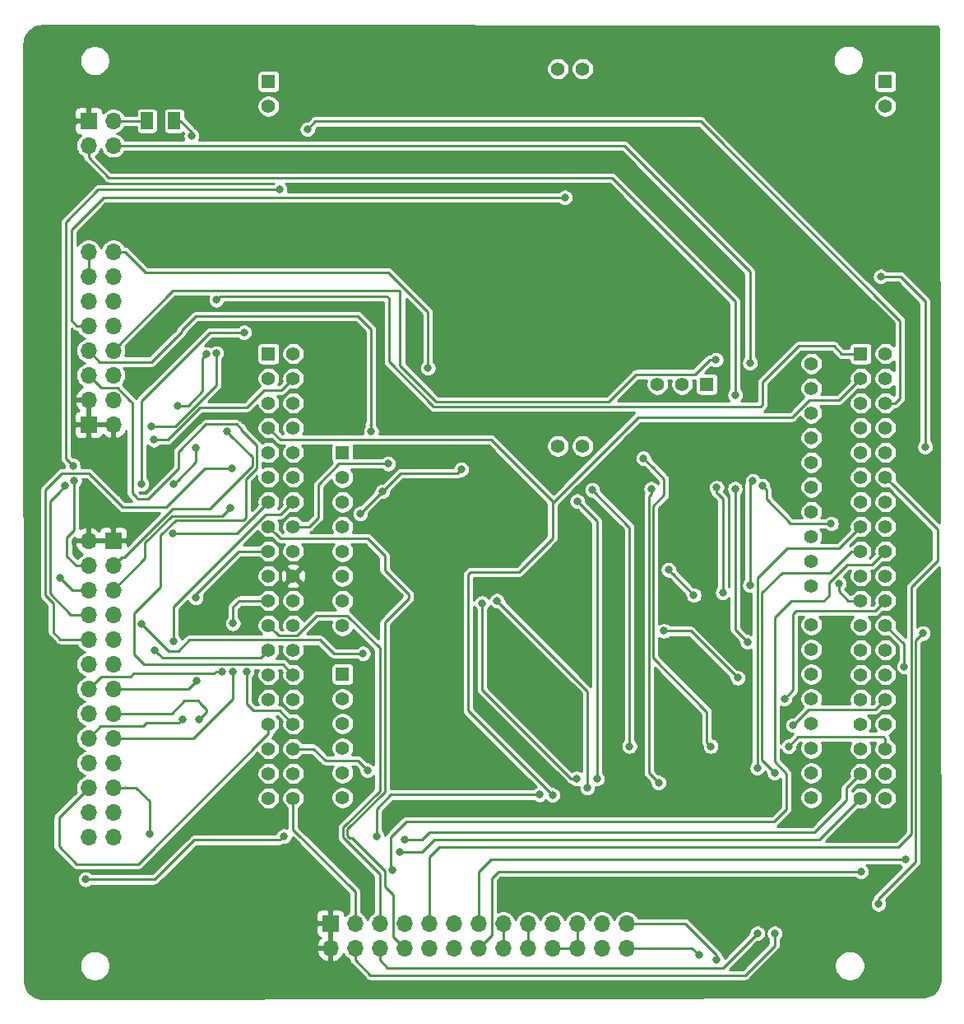
<source format=gbr>
G04 #@! TF.GenerationSoftware,KiCad,Pcbnew,(5.1.5)-3*
G04 #@! TF.CreationDate,2020-09-25T18:44:03-03:00*
G04 #@! TF.ProjectId,STM32G474,53544d33-3247-4343-9734-2e6b69636164,rev?*
G04 #@! TF.SameCoordinates,Original*
G04 #@! TF.FileFunction,Copper,L1,Top*
G04 #@! TF.FilePolarity,Positive*
%FSLAX46Y46*%
G04 Gerber Fmt 4.6, Leading zero omitted, Abs format (unit mm)*
G04 Created by KiCad (PCBNEW (5.1.5)-3) date 2020-09-25 18:44:03*
%MOMM*%
%LPD*%
G04 APERTURE LIST*
%ADD10R,1.400000X1.400000*%
%ADD11C,1.400000*%
%ADD12C,0.100000*%
%ADD13O,1.700000X1.700000*%
%ADD14R,1.700000X1.700000*%
%ADD15C,0.800000*%
%ADD16C,0.250000*%
%ADD17C,0.254000*%
G04 APERTURE END LIST*
D10*
X87262475Y-86777763D03*
X49770000Y-93820000D03*
X49770000Y-116600000D03*
X103110000Y-83640000D03*
X42150000Y-83640000D03*
X105650000Y-55640000D03*
X42150000Y-55640000D03*
D11*
X82182475Y-86777763D03*
X84722475Y-86777763D03*
X71950000Y-93140000D03*
X74490000Y-93140000D03*
X74490000Y-54340000D03*
X71950000Y-54340000D03*
X98030000Y-84660000D03*
X98030000Y-104980000D03*
X98030000Y-102440000D03*
X98030000Y-99900000D03*
X98030000Y-97360000D03*
X98030000Y-94820000D03*
X98030000Y-92280000D03*
X98030000Y-89740000D03*
X98030000Y-87200000D03*
X49770000Y-96360000D03*
X98030000Y-107520000D03*
X49770000Y-109060000D03*
X49770000Y-106520000D03*
X49770000Y-103980000D03*
X49770000Y-101440000D03*
X49770000Y-98900000D03*
X49770000Y-111600000D03*
X98030000Y-116600000D03*
X98030000Y-114060000D03*
X98030000Y-111520000D03*
X98030000Y-126760000D03*
X98030000Y-124220000D03*
X98030000Y-121680000D03*
X98030000Y-119140000D03*
X98030000Y-129300000D03*
X49770000Y-129300000D03*
X49770000Y-119140000D03*
X49770000Y-121680000D03*
X49770000Y-124220000D03*
X49770000Y-126760000D03*
X44690000Y-83640000D03*
X105650000Y-83640000D03*
X42150000Y-86180000D03*
X44690000Y-86180000D03*
X105650000Y-86180000D03*
X103110000Y-86180000D03*
X42150000Y-88720000D03*
X44690000Y-88720000D03*
X105650000Y-88720000D03*
X103110000Y-88720000D03*
X42150000Y-91260000D03*
X44690000Y-91260000D03*
X105650000Y-91260000D03*
X103110000Y-91260000D03*
X42150000Y-93800000D03*
X44690000Y-93800000D03*
X105650000Y-93800000D03*
X103110000Y-93800000D03*
X42150000Y-96340000D03*
X44690000Y-96340000D03*
X105650000Y-96340000D03*
X103110000Y-96340000D03*
X42150000Y-98880000D03*
X44690000Y-98880000D03*
X105650000Y-98880000D03*
X103110000Y-98880000D03*
X42150000Y-101420000D03*
X44690000Y-101420000D03*
X105650000Y-101420000D03*
X103110000Y-101420000D03*
X42150000Y-103960000D03*
X44690000Y-103960000D03*
X105650000Y-103960000D03*
X103110000Y-103960000D03*
X42150000Y-106500000D03*
X44690000Y-106500000D03*
X105650000Y-106500000D03*
X103110000Y-106500000D03*
X42150000Y-109040000D03*
X44690000Y-109040000D03*
X105650000Y-109040000D03*
X103110000Y-109040000D03*
X42150000Y-111580000D03*
X44690000Y-111580000D03*
X105650000Y-111580000D03*
X103110000Y-111580000D03*
X42150000Y-114120000D03*
X44690000Y-114120000D03*
X105650000Y-114120000D03*
X103110000Y-114120000D03*
X42150000Y-116660000D03*
X44690000Y-116660000D03*
X105650000Y-116660000D03*
X103110000Y-116660000D03*
X42150000Y-119200000D03*
X44690000Y-119200000D03*
X105650000Y-119200000D03*
X103110000Y-119200000D03*
X42150000Y-121740000D03*
X44690000Y-121740000D03*
X105650000Y-121740000D03*
X103110000Y-121740000D03*
X42150000Y-124280000D03*
X44690000Y-124280000D03*
X105650000Y-124280000D03*
X103110000Y-124280000D03*
X42150000Y-126820000D03*
X44690000Y-126820000D03*
X105650000Y-126820000D03*
X103110000Y-126820000D03*
X42150000Y-129360000D03*
X44690000Y-129360000D03*
X105650000Y-129360000D03*
X103110000Y-129360000D03*
X42150000Y-58180000D03*
X105650000Y-58180000D03*
G04 #@! TA.AperFunction,SMDPad,CuDef*
D12*
G36*
X30265000Y-58815000D02*
G01*
X30265000Y-60565000D01*
X29015000Y-60565000D01*
X29015000Y-58815000D01*
X30265000Y-58815000D01*
G37*
G04 #@! TD.AperFunction*
G04 #@! TA.AperFunction,SMDPad,CuDef*
G36*
X33065000Y-58815000D02*
G01*
X33065000Y-60565000D01*
X31815000Y-60565000D01*
X31815000Y-58815000D01*
X33065000Y-58815000D01*
G37*
G04 #@! TD.AperFunction*
D13*
X23622000Y-133350000D03*
X26162000Y-133350000D03*
X23622000Y-130810000D03*
X26162000Y-130810000D03*
X23622000Y-128270000D03*
X26162000Y-128270000D03*
X23622000Y-125730000D03*
X26162000Y-125730000D03*
X23622000Y-123190000D03*
X26162000Y-123190000D03*
X23622000Y-120650000D03*
X26162000Y-120650000D03*
X23622000Y-118110000D03*
X26162000Y-118110000D03*
X23622000Y-115570000D03*
X26162000Y-115570000D03*
X23622000Y-113030000D03*
X26162000Y-113030000D03*
X23622000Y-110490000D03*
X26162000Y-110490000D03*
X23622000Y-107950000D03*
X26162000Y-107950000D03*
X23622000Y-105410000D03*
X26162000Y-105410000D03*
X23622000Y-102870000D03*
D14*
X26162000Y-102870000D03*
D13*
X26162000Y-62230000D03*
X26162000Y-59690000D03*
X23622000Y-62230000D03*
D14*
X23622000Y-59690000D03*
D13*
X26162000Y-73152000D03*
X23622000Y-73152000D03*
X26162000Y-75692000D03*
X23622000Y-75692000D03*
X26162000Y-78232000D03*
X23622000Y-78232000D03*
X26162000Y-80772000D03*
X23622000Y-80772000D03*
X26162000Y-83312000D03*
X23622000Y-83312000D03*
X26162000Y-85852000D03*
X23622000Y-85852000D03*
X26162000Y-88392000D03*
X23622000Y-88392000D03*
X26162000Y-90932000D03*
D14*
X23622000Y-90932000D03*
D13*
X78994000Y-144780000D03*
X78994000Y-142240000D03*
X76454000Y-144780000D03*
X76454000Y-142240000D03*
X73914000Y-144780000D03*
X73914000Y-142240000D03*
X71374000Y-144780000D03*
X71374000Y-142240000D03*
X68834000Y-144780000D03*
X68834000Y-142240000D03*
X66294000Y-144780000D03*
X66294000Y-142240000D03*
X63754000Y-144780000D03*
X63754000Y-142240000D03*
X61214000Y-144780000D03*
X61214000Y-142240000D03*
X58674000Y-144780000D03*
X58674000Y-142240000D03*
X56134000Y-144780000D03*
X56134000Y-142240000D03*
X53594000Y-144780000D03*
X53594000Y-142240000D03*
X51054000Y-144780000D03*
X51054000Y-142240000D03*
X48514000Y-144780000D03*
D14*
X48514000Y-142240000D03*
D15*
X44120000Y-142240000D03*
X47210000Y-105550000D03*
X24780000Y-99160000D03*
X23510000Y-94980000D03*
X21780000Y-66360000D03*
X27020000Y-97080000D03*
X62810000Y-130300000D03*
X58210000Y-118310000D03*
X58210000Y-108500000D03*
X71810000Y-73400000D03*
X54940000Y-108560000D03*
X70510000Y-82220000D03*
X34220000Y-72770000D03*
X33180000Y-79950000D03*
X69630000Y-117910000D03*
X87190000Y-129510000D03*
X85510000Y-116540000D03*
X96730000Y-140260000D03*
X47960000Y-87250000D03*
X35950000Y-130650000D03*
X34210000Y-61230000D03*
X58570000Y-85120000D03*
X61990000Y-95550000D03*
X51600000Y-100080000D03*
X73830000Y-127330000D03*
X64120000Y-109300000D03*
X53865000Y-97815000D03*
X86460000Y-145520000D03*
X91694000Y-84582000D03*
X91694000Y-107442000D03*
X92000211Y-96732683D03*
X90170000Y-87884000D03*
X91440000Y-113284000D03*
X90169067Y-97524990D03*
X74970000Y-128270000D03*
X65670000Y-109050000D03*
X54455000Y-94965000D03*
X88230000Y-146020000D03*
X52717952Y-91655010D03*
X103124000Y-136906000D03*
X107574979Y-115824000D03*
X73914000Y-98806000D03*
X75946000Y-127375021D03*
X82296000Y-127762000D03*
X81534000Y-97536000D03*
X71374000Y-129032000D03*
X107696000Y-135636000D03*
X96145000Y-121865000D03*
X70030000Y-129010000D03*
X53270000Y-133270000D03*
X43740000Y-133270000D03*
X23330000Y-137730000D03*
X20690000Y-106690000D03*
X95690000Y-124030000D03*
X87670000Y-124020000D03*
X80750000Y-94400000D03*
X43310000Y-66750000D03*
X22010000Y-95150000D03*
X22155000Y-96715000D03*
X46160000Y-60550000D03*
X21210000Y-97250000D03*
X38350000Y-95450000D03*
X83320000Y-105890000D03*
X85930000Y-108480000D03*
X36790000Y-78120000D03*
X36790000Y-83580000D03*
X30115010Y-91105000D03*
X37338000Y-116332000D03*
X30470000Y-114140000D03*
X33300000Y-121230000D03*
X30350501Y-92494990D03*
X32385010Y-113266151D03*
X54860000Y-136730000D03*
X29940000Y-133000000D03*
X104940000Y-140250000D03*
X109520000Y-112410000D03*
X35745000Y-83695000D03*
X32840000Y-88980000D03*
X34700000Y-93350000D03*
X32398937Y-97092792D03*
X38500000Y-111400000D03*
X38500000Y-116350000D03*
X35020000Y-121310000D03*
X82845000Y-112165000D03*
X90440000Y-116990000D03*
X95250000Y-119130000D03*
X34660000Y-108740000D03*
X34729070Y-117309070D03*
X32284990Y-102108000D03*
X51880000Y-114480000D03*
X29100000Y-111410000D03*
X79310000Y-124020000D03*
X75470000Y-97680000D03*
X39625000Y-81445000D03*
X29080000Y-97030000D03*
X38250000Y-99480000D03*
X92990000Y-97260000D03*
X100070000Y-101120000D03*
X100840000Y-107260000D03*
X37846000Y-91635010D03*
X72644000Y-67564000D03*
X105156000Y-75692000D03*
X109728000Y-93218000D03*
X92456000Y-143256000D03*
X92456000Y-126238000D03*
X94234000Y-143256000D03*
X94234000Y-126746000D03*
X88210000Y-84280000D03*
X88287476Y-97431476D03*
X88900000Y-108204000D03*
X39878000Y-116332000D03*
X52324000Y-126492000D03*
X56134000Y-133604000D03*
X55626000Y-134874000D03*
D16*
X48514000Y-143577919D02*
X48514000Y-142240000D01*
X48514000Y-144780000D02*
X48514000Y-143577919D01*
X23622000Y-89594081D02*
X23622000Y-90932000D01*
X23622000Y-88392000D02*
X23622000Y-89594081D01*
X24722000Y-90932000D02*
X26162000Y-90932000D01*
X23622000Y-90932000D02*
X24722000Y-90932000D01*
X48514000Y-142240000D02*
X44120000Y-142240000D01*
X44120000Y-142240000D02*
X44120000Y-142240000D01*
X46220000Y-106670000D02*
X46220000Y-106540000D01*
X46220000Y-106540000D02*
X47210000Y-105550000D01*
X47210000Y-105550000D02*
X47210000Y-105550000D01*
X26162000Y-101770000D02*
X24780000Y-100388000D01*
X26162000Y-102870000D02*
X26162000Y-101770000D01*
X24780000Y-100388000D02*
X24780000Y-99160000D01*
X24780000Y-99160000D02*
X24780000Y-99160000D01*
X23622000Y-92032000D02*
X23610000Y-92044000D01*
X23622000Y-90932000D02*
X23622000Y-92032000D01*
X23610000Y-92044000D02*
X23610000Y-94880000D01*
X23610000Y-94880000D02*
X23510000Y-94980000D01*
X23510000Y-94980000D02*
X23390000Y-95100000D01*
X22522000Y-59690000D02*
X21780000Y-60432000D01*
X23622000Y-59690000D02*
X22522000Y-59690000D01*
X21780000Y-60432000D02*
X21780000Y-66360000D01*
X21780000Y-66360000D02*
X21780000Y-66360000D01*
X58210000Y-118310000D02*
X58210000Y-108500000D01*
X58210000Y-108500000D02*
X58210000Y-108500000D01*
X51520000Y-108890000D02*
X51919999Y-108490001D01*
X55830000Y-108400000D02*
X55760000Y-108400000D01*
X55920001Y-108490001D02*
X55830000Y-108400000D01*
X51919999Y-108490001D02*
X55760000Y-108400000D01*
X23622000Y-75692000D02*
X23622000Y-73152000D01*
X33065000Y-59690000D02*
X34210000Y-60835000D01*
X32440000Y-59690000D02*
X33065000Y-59690000D01*
X34210000Y-60835000D02*
X34210000Y-61230000D01*
X34210000Y-61230000D02*
X34210000Y-61300000D01*
X27364081Y-73152000D02*
X29492081Y-75280000D01*
X26162000Y-73152000D02*
X27364081Y-73152000D01*
X29492081Y-75280000D02*
X54450000Y-75280000D01*
X54450000Y-75280000D02*
X58570000Y-79400000D01*
X58570000Y-79400000D02*
X58570000Y-84420000D01*
X58570000Y-84420000D02*
X58570000Y-85120000D01*
X58570000Y-85120000D02*
X58570000Y-85120000D01*
X61590001Y-95949999D02*
X55730001Y-95949999D01*
X61990000Y-95550000D02*
X61590001Y-95949999D01*
X55730001Y-95949999D02*
X53865000Y-97815000D01*
X51600000Y-100080000D02*
X51600000Y-100080000D01*
X73264315Y-127330000D02*
X64120000Y-118185685D01*
X73830000Y-127330000D02*
X73264315Y-127330000D01*
X64120000Y-118185685D02*
X64120000Y-109300000D01*
X64120000Y-109300000D02*
X64120000Y-109300000D01*
X53865000Y-97815000D02*
X51600000Y-100080000D01*
X85720000Y-144780000D02*
X78994000Y-144780000D01*
X86460000Y-145520000D02*
X85720000Y-144780000D01*
X26162000Y-62230000D02*
X78740000Y-62230000D01*
X78740000Y-62230000D02*
X91694000Y-75184000D01*
X91694000Y-75184000D02*
X91694000Y-84582000D01*
X91694000Y-84582000D02*
X91694000Y-84582000D01*
X91694000Y-107442000D02*
X91694000Y-107442000D01*
X91694000Y-97038894D02*
X92000211Y-96732683D01*
X91694000Y-107442000D02*
X91694000Y-97038894D01*
X23622000Y-63432081D02*
X25721919Y-65532000D01*
X23622000Y-62230000D02*
X23622000Y-63432081D01*
X25721919Y-65532000D02*
X77470000Y-65532000D01*
X77470000Y-65532000D02*
X90170000Y-78232000D01*
X90170000Y-78232000D02*
X90170000Y-87884000D01*
X90170000Y-87884000D02*
X90170000Y-87884000D01*
X91440000Y-113284000D02*
X91440000Y-113284000D01*
X90169067Y-112013067D02*
X90169067Y-97524990D01*
X91440000Y-113284000D02*
X90169067Y-112013067D01*
X74970000Y-128270000D02*
X74970000Y-118350000D01*
X74970000Y-118350000D02*
X65670000Y-109050000D01*
X65670000Y-109050000D02*
X65670000Y-109050000D01*
X54455000Y-94965000D02*
X49415000Y-94965000D01*
X49415000Y-94965000D02*
X47250000Y-97130000D01*
X47250000Y-97130000D02*
X47250000Y-100490000D01*
X46320000Y-101420000D02*
X44690000Y-101420000D01*
X47250000Y-100490000D02*
X46320000Y-101420000D01*
X85015685Y-142240000D02*
X80196081Y-142240000D01*
X80196081Y-142240000D02*
X78994000Y-142240000D01*
X88230000Y-145454315D02*
X85015685Y-142240000D01*
X88230000Y-146020000D02*
X88230000Y-145454315D01*
X52578000Y-90932000D02*
X52578000Y-90932000D01*
X33209989Y-81393600D02*
X33209989Y-81253600D01*
X52717952Y-81165952D02*
X52717952Y-91089325D01*
X34707589Y-79756000D02*
X51308000Y-79756000D01*
X51308000Y-79756000D02*
X52717952Y-81165952D01*
X52717952Y-91089325D02*
X52717952Y-91655010D01*
X33209989Y-81253600D02*
X34707589Y-79756000D01*
X30116588Y-84487001D02*
X33209989Y-81393600D01*
X24797001Y-84487001D02*
X30116588Y-84487001D01*
X23622000Y-83312000D02*
X24797001Y-84487001D01*
X39312011Y-91432011D02*
X39312011Y-91256422D01*
X24471999Y-86701999D02*
X23622000Y-85852000D01*
X32890011Y-93709989D02*
X32890011Y-95436399D01*
X38860000Y-90910000D02*
X35690000Y-90910000D01*
X35690000Y-90910000D02*
X32890011Y-93709989D01*
X32890011Y-95436399D02*
X29776399Y-98550011D01*
X39312011Y-91432011D02*
X39312011Y-91362011D01*
X39312011Y-91362011D02*
X38860000Y-90910000D01*
X29776399Y-98550011D02*
X28680011Y-98550011D01*
X24892000Y-87122000D02*
X24471999Y-86701999D01*
X28680011Y-98550011D02*
X28579989Y-98449989D01*
X26605589Y-87122000D02*
X24892000Y-87122000D01*
X28579989Y-98449989D02*
X28539989Y-98449989D01*
X28539989Y-98449989D02*
X28110000Y-98020000D01*
X28110000Y-88690000D02*
X27930000Y-88510000D01*
X28110000Y-98020000D02*
X28110000Y-88690000D01*
X27930000Y-88510000D02*
X26605589Y-87122000D01*
X31059989Y-107603601D02*
X31059989Y-102306422D01*
X32596400Y-100770011D02*
X39546400Y-100770011D01*
X40950020Y-95412801D02*
X40950020Y-93070020D01*
X40950020Y-93070020D02*
X39312011Y-91432011D01*
X29326402Y-115600009D02*
X28329989Y-114603596D01*
X39810011Y-96552810D02*
X40950020Y-95412801D01*
X43630009Y-115600009D02*
X29326402Y-115600009D01*
X39546400Y-100770011D02*
X39810011Y-100506400D01*
X39810011Y-100506400D02*
X39810011Y-96552810D01*
X28329989Y-110333601D02*
X31059989Y-107603601D01*
X28329989Y-114603596D02*
X28329989Y-110333601D01*
X31059989Y-102306422D02*
X32596400Y-100770011D01*
X44690000Y-116660000D02*
X43630009Y-115600009D01*
X63754000Y-144780000D02*
X64603999Y-143930001D01*
X65118999Y-143415001D02*
X65118999Y-137573001D01*
X64603999Y-143930001D02*
X65118999Y-143415001D01*
X65118999Y-137573001D02*
X65786000Y-136906000D01*
X65786000Y-136906000D02*
X103124000Y-136906000D01*
X103124000Y-136906000D02*
X103124000Y-136906000D01*
X107574979Y-113504979D02*
X107574979Y-115824000D01*
X105650000Y-111580000D02*
X107574979Y-113504979D01*
X73914000Y-98806000D02*
X73914000Y-98806000D01*
X75946000Y-100838000D02*
X75946000Y-127375021D01*
X73914000Y-98806000D02*
X75946000Y-100838000D01*
X81534000Y-97536000D02*
X81534000Y-97536000D01*
X82296000Y-127762000D02*
X81299989Y-126765989D01*
X81534000Y-98101685D02*
X81534000Y-97536000D01*
X81299989Y-98335696D02*
X81534000Y-98101685D01*
X81299989Y-126765989D02*
X81299989Y-98335696D01*
X43346000Y-92456000D02*
X42150000Y-91260000D01*
X65024000Y-92456000D02*
X43346000Y-92456000D01*
X71374000Y-99568000D02*
X71374000Y-98806000D01*
X71374000Y-98806000D02*
X65024000Y-92456000D01*
X71374000Y-99568000D02*
X71374000Y-98979589D01*
X97790000Y-88392000D02*
X100898000Y-88392000D01*
X71374000Y-98979589D02*
X80183589Y-90170000D01*
X102410001Y-86879999D02*
X103110000Y-86180000D01*
X96012000Y-90170000D02*
X97790000Y-88392000D01*
X80183589Y-90170000D02*
X96012000Y-90170000D01*
X100898000Y-88392000D02*
X102410001Y-86879999D01*
X71374000Y-129032000D02*
X62709991Y-120367991D01*
X67943599Y-106089991D02*
X71374000Y-102659590D01*
X62709991Y-106353599D02*
X62973599Y-106089991D01*
X71374000Y-102659590D02*
X71374000Y-99568000D01*
X62973599Y-106089991D02*
X67943599Y-106089991D01*
X62709991Y-120367991D02*
X62709991Y-106353599D01*
X68834000Y-144780000D02*
X68834000Y-142240000D01*
X66294000Y-143577919D02*
X66294000Y-142240000D01*
X66294000Y-144780000D02*
X66294000Y-143577919D01*
X72576081Y-144780000D02*
X73914000Y-144780000D01*
X71374000Y-144780000D02*
X72576081Y-144780000D01*
X73914000Y-144780000D02*
X73914000Y-142240000D01*
X63754000Y-142240000D02*
X63754000Y-141037919D01*
X63754000Y-141037919D02*
X63754000Y-136906000D01*
X63754000Y-136906000D02*
X65024000Y-135636000D01*
X65024000Y-135636000D02*
X107696000Y-135636000D01*
X107696000Y-135636000D02*
X107696000Y-135636000D01*
X58674000Y-142240000D02*
X58674000Y-135382000D01*
X108299989Y-107663600D02*
X110998000Y-104965589D01*
X106349999Y-97039999D02*
X105650000Y-96340000D01*
X110998000Y-104965589D02*
X110998000Y-101688000D01*
X110998000Y-101688000D02*
X106349999Y-97039999D01*
X106957589Y-134366000D02*
X108299989Y-133023600D01*
X108299989Y-133023600D02*
X108299989Y-107663600D01*
X59690000Y-134366000D02*
X106957589Y-134366000D01*
X58674000Y-135382000D02*
X59690000Y-134366000D01*
X53594000Y-142240000D02*
X53594000Y-137176821D01*
X53594000Y-137176821D02*
X49819980Y-133402801D01*
X49819980Y-133402801D02*
X49819980Y-132377199D01*
X49819980Y-132377199D02*
X53594000Y-128603179D01*
X43214988Y-112644988D02*
X42849999Y-112279999D01*
X50262001Y-110574999D02*
X47148590Y-110574999D01*
X42849999Y-112279999D02*
X42150000Y-111580000D01*
X53594000Y-128603179D02*
X53594000Y-113906998D01*
X53594000Y-113906998D02*
X50262001Y-110574999D01*
X47148590Y-110574999D02*
X45078601Y-112644988D01*
X45078601Y-112644988D02*
X43214988Y-112644988D01*
X44690000Y-132574000D02*
X44690000Y-129360000D01*
X51054000Y-142240000D02*
X51054000Y-138938000D01*
X51054000Y-138938000D02*
X44690000Y-132574000D01*
X105650000Y-119200000D02*
X104950001Y-119899999D01*
X104624999Y-120225001D02*
X97784999Y-120225001D01*
X104950001Y-119899999D02*
X104624999Y-120225001D01*
X97784999Y-120225001D02*
X96145000Y-121865000D01*
X96145000Y-121865000D02*
X95970000Y-122040000D01*
X70030000Y-129010000D02*
X69464315Y-129010000D01*
X69464315Y-129010000D02*
X54740000Y-129010000D01*
X54740000Y-129010000D02*
X53270000Y-130480000D01*
X53270000Y-130480000D02*
X53270000Y-133270000D01*
X53270000Y-133270000D02*
X53270000Y-133270000D01*
X43340001Y-133669999D02*
X34490001Y-133669999D01*
X43740000Y-133270000D02*
X43340001Y-133669999D01*
X34490001Y-133669999D02*
X30430000Y-137730000D01*
X30430000Y-137730000D02*
X26262998Y-137730000D01*
X26262998Y-137730000D02*
X23330000Y-137730000D01*
X23330000Y-137730000D02*
X23330000Y-137730000D01*
X21950000Y-107950000D02*
X20690000Y-106690000D01*
X23622000Y-107950000D02*
X21950000Y-107950000D01*
X105650000Y-123290051D02*
X105429949Y-123070000D01*
X105650000Y-124280000D02*
X105650000Y-123290051D01*
X105429949Y-123070000D02*
X96650000Y-123070000D01*
X96650000Y-123070000D02*
X95690000Y-124030000D01*
X95690000Y-124030000D02*
X95690000Y-124030000D01*
X87270001Y-123620001D02*
X87270001Y-120470001D01*
X87670000Y-124020000D02*
X87270001Y-123620001D01*
X87270001Y-120470001D02*
X81750000Y-114950000D01*
X81750000Y-114950000D02*
X81750000Y-99300000D01*
X81750000Y-99300000D02*
X82870000Y-98180000D01*
X82870000Y-98180000D02*
X82870000Y-96530000D01*
X82870000Y-96530000D02*
X81730000Y-95390000D01*
X81730000Y-95390000D02*
X81730000Y-95380000D01*
X81730000Y-95380000D02*
X80750000Y-94400000D01*
X80750000Y-94400000D02*
X80750000Y-94400000D01*
X42744315Y-66750000D02*
X42714315Y-66780000D01*
X43310000Y-66750000D02*
X42744315Y-66750000D01*
X42714315Y-66780000D02*
X24590000Y-66780000D01*
X24590000Y-66780000D02*
X21260000Y-70110000D01*
X21260000Y-70110000D02*
X21260000Y-94400000D01*
X21260000Y-94400000D02*
X21870000Y-95010000D01*
X21870000Y-95010000D02*
X22010000Y-95150000D01*
X22010000Y-95150000D02*
X22010000Y-95150000D01*
X22155000Y-97280685D02*
X22160000Y-97285685D01*
X22155000Y-96715000D02*
X22155000Y-97280685D01*
X22160000Y-97285685D02*
X22160000Y-101450000D01*
X22160000Y-101450000D02*
X22160000Y-101800000D01*
X22160000Y-101450000D02*
X22160000Y-101630000D01*
X22160000Y-101800000D02*
X21400000Y-102560000D01*
X21400000Y-102560000D02*
X21400000Y-103330000D01*
X21400000Y-103330000D02*
X21410000Y-103340000D01*
X21410000Y-103340000D02*
X21410000Y-104470000D01*
X22350000Y-105410000D02*
X23622000Y-105410000D01*
X21410000Y-104470000D02*
X22350000Y-105410000D01*
X106639949Y-88720000D02*
X107139949Y-88220000D01*
X105650000Y-88720000D02*
X106639949Y-88720000D01*
X107139949Y-88220000D02*
X107139949Y-80249949D01*
X107139949Y-80249949D02*
X86640000Y-59750000D01*
X86640000Y-59750000D02*
X46960000Y-59750000D01*
X46960000Y-59750000D02*
X46160000Y-60550000D01*
X46160000Y-60550000D02*
X46160000Y-60550000D01*
X21800000Y-110490000D02*
X23622000Y-110490000D01*
X19640000Y-98830000D02*
X19640000Y-108330000D01*
X20600000Y-97870000D02*
X19640000Y-98830000D01*
X20600000Y-97860000D02*
X20600000Y-97870000D01*
X21210000Y-97250000D02*
X20600000Y-97860000D01*
X19640000Y-108330000D02*
X21800000Y-110490000D01*
X38350000Y-95450000D02*
X38350000Y-95450000D01*
X83719999Y-106289999D02*
X83739999Y-106289999D01*
X83320000Y-105890000D02*
X83719999Y-106289999D01*
X83739999Y-106289999D02*
X85930000Y-108480000D01*
X85930000Y-108480000D02*
X85930000Y-108480000D01*
X20900000Y-95940000D02*
X19189989Y-97650011D01*
X35597178Y-95450000D02*
X31597178Y-99450000D01*
X23640000Y-95940000D02*
X20900000Y-95940000D01*
X26410000Y-98690000D02*
X26390000Y-98690000D01*
X20720000Y-113030000D02*
X22419919Y-113030000D01*
X31597178Y-99450000D02*
X27170000Y-99450000D01*
X26390000Y-98690000D02*
X23640000Y-95940000D01*
X38350000Y-95450000D02*
X35597178Y-95450000D01*
X19980000Y-112290000D02*
X20720000Y-113030000D01*
X22419919Y-113030000D02*
X23622000Y-113030000D01*
X27170000Y-99450000D02*
X26410000Y-98690000D01*
X19189989Y-97650011D02*
X19189989Y-108516400D01*
X19980000Y-109306410D02*
X19980000Y-112290000D01*
X19189989Y-108516400D02*
X19980000Y-109306410D01*
X36790000Y-78120000D02*
X36790000Y-78120000D01*
X36790000Y-84145685D02*
X36780000Y-84155685D01*
X36790000Y-83580000D02*
X36790000Y-84145685D01*
X32541410Y-91105000D02*
X30680695Y-91105000D01*
X36790000Y-86856410D02*
X32541410Y-91105000D01*
X30145000Y-91105000D02*
X30115010Y-91105000D01*
X30070000Y-91180000D02*
X30145000Y-91105000D01*
X36790000Y-84145685D02*
X36790000Y-86856410D01*
X30680695Y-91105000D02*
X30115010Y-91105000D01*
X59150000Y-89090000D02*
X54540000Y-84480000D01*
X100330000Y-82860000D02*
X96700000Y-82860000D01*
X103110000Y-83640000D02*
X102160000Y-83640000D01*
X96700000Y-82860000D02*
X93030000Y-86530000D01*
X92810000Y-89090000D02*
X59150000Y-89090000D01*
X54540000Y-84480000D02*
X54540000Y-77910000D01*
X54350001Y-77720001D02*
X37189999Y-77720001D01*
X101140000Y-83670000D02*
X100330000Y-82860000D01*
X102160000Y-83640000D02*
X102130000Y-83670000D01*
X93030000Y-88870000D02*
X92810000Y-89090000D01*
X37189999Y-77720001D02*
X36790000Y-78120000D01*
X102130000Y-83670000D02*
X101140000Y-83670000D01*
X93030000Y-86530000D02*
X93030000Y-88870000D01*
X54540000Y-77910000D02*
X54350001Y-77720001D01*
X27940000Y-116840000D02*
X24892000Y-116840000D01*
X36772315Y-116332000D02*
X36544295Y-116560020D01*
X24471999Y-117260001D02*
X23622000Y-118110000D01*
X24892000Y-116840000D02*
X24471999Y-117260001D01*
X28219980Y-116560020D02*
X27940000Y-116840000D01*
X36544295Y-116560020D02*
X28219980Y-116560020D01*
X37338000Y-116332000D02*
X36772315Y-116332000D01*
X41339991Y-114930009D02*
X31260009Y-114930009D01*
X30869999Y-114539999D02*
X30470000Y-114140000D01*
X42150000Y-114120000D02*
X41339991Y-114930009D01*
X31260009Y-114930009D02*
X30869999Y-114539999D01*
X32900001Y-121629999D02*
X29560001Y-121629999D01*
X33300000Y-121230000D02*
X32900001Y-121629999D01*
X29560001Y-121629999D02*
X29240000Y-121950000D01*
X24862000Y-121950000D02*
X23622000Y-123190000D01*
X29240000Y-121950000D02*
X24862000Y-121950000D01*
X41656000Y-87376000D02*
X39878000Y-89154000D01*
X35128821Y-89154000D02*
X31787831Y-92494990D01*
X30916186Y-92494990D02*
X30350501Y-92494990D01*
X43494000Y-87376000D02*
X41656000Y-87376000D01*
X31787831Y-92494990D02*
X30916186Y-92494990D01*
X39878000Y-89154000D02*
X35128821Y-89154000D01*
X44690000Y-86180000D02*
X43494000Y-87376000D01*
X28730000Y-136150000D02*
X22386410Y-136150000D01*
X42150000Y-121740000D02*
X42150000Y-122730000D01*
X20574000Y-134337590D02*
X20574000Y-131318000D01*
X22386410Y-136150000D02*
X20574000Y-134337590D01*
X20574000Y-131318000D02*
X22772001Y-129119999D01*
X42150000Y-122730000D02*
X28730000Y-136150000D01*
X22772001Y-129119999D02*
X23622000Y-128270000D01*
X44690000Y-98880000D02*
X43410000Y-100160000D01*
X32385010Y-109667988D02*
X32385010Y-112700466D01*
X32385010Y-112700466D02*
X32385010Y-113266151D01*
X41892998Y-100160000D02*
X32385010Y-109667988D01*
X43410000Y-100160000D02*
X41892998Y-100160000D01*
X104950001Y-104659999D02*
X104920001Y-104659999D01*
X105650000Y-103960000D02*
X104950001Y-104659999D01*
X104920001Y-104659999D02*
X104230000Y-105350000D01*
X101717002Y-105350000D02*
X99830000Y-107237002D01*
X104230000Y-105350000D02*
X101717002Y-105350000D01*
X99830000Y-107237002D02*
X99830000Y-108540000D01*
X99830000Y-108540000D02*
X99280000Y-109090000D01*
X98942998Y-109090000D02*
X98932998Y-109080000D01*
X99280000Y-109090000D02*
X98942998Y-109090000D01*
X98932998Y-109080000D02*
X95940000Y-109080000D01*
X95940000Y-109080000D02*
X94260000Y-110760000D01*
X94260000Y-110760000D02*
X94260000Y-125610000D01*
X94260000Y-125610000D02*
X95490000Y-126840000D01*
X95490000Y-126840000D02*
X95490000Y-130460000D01*
X95490000Y-130460000D02*
X94180000Y-131770000D01*
X94180000Y-131770000D02*
X56320000Y-131770000D01*
X56320000Y-131770000D02*
X54720000Y-133370000D01*
X54720000Y-133370000D02*
X54720000Y-136590000D01*
X54720000Y-136590000D02*
X54860000Y-136730000D01*
X54860000Y-136730000D02*
X54860000Y-136730000D01*
X27364081Y-128270000D02*
X27394081Y-128240000D01*
X26162000Y-128270000D02*
X27364081Y-128270000D01*
X27364081Y-128270000D02*
X28520000Y-128270000D01*
X28520000Y-128270000D02*
X29940000Y-129690000D01*
X29940000Y-129690000D02*
X29940000Y-133000000D01*
X29940000Y-133000000D02*
X29940000Y-133000000D01*
X104940000Y-139684315D02*
X108750000Y-135874315D01*
X104940000Y-140250000D02*
X104940000Y-139684315D01*
X108750000Y-135874315D02*
X108750000Y-113280000D01*
X108750000Y-113280000D02*
X108750000Y-113180000D01*
X108750000Y-113180000D02*
X109520000Y-112410000D01*
X109520000Y-112410000D02*
X109520000Y-112410000D01*
X35745000Y-83695000D02*
X35345001Y-84094999D01*
X35345001Y-84094999D02*
X35345001Y-87504999D01*
X35345001Y-87504999D02*
X33870000Y-88980000D01*
X33870000Y-88980000D02*
X32840000Y-88980000D01*
X32840000Y-88980000D02*
X32840000Y-88980000D01*
X34700000Y-93350000D02*
X34700000Y-94791729D01*
X34700000Y-94791729D02*
X32798936Y-96692793D01*
X32798936Y-96692793D02*
X32398937Y-97092792D01*
X41160051Y-109040000D02*
X41150051Y-109050000D01*
X42150000Y-109040000D02*
X41160051Y-109040000D01*
X41160051Y-109040000D02*
X39160000Y-109040000D01*
X39160000Y-109040000D02*
X38500000Y-109700000D01*
X38500000Y-109700000D02*
X38500000Y-111400000D01*
X38500000Y-111400000D02*
X38500000Y-111400000D01*
X38500000Y-116350000D02*
X38500000Y-119116411D01*
X38500000Y-119116411D02*
X34426411Y-123190000D01*
X27364081Y-123190000D02*
X26162000Y-123190000D01*
X34426411Y-123190000D02*
X27364081Y-123190000D01*
X27364081Y-120650000D02*
X27374081Y-120640000D01*
X26162000Y-120650000D02*
X27364081Y-120650000D01*
X27374081Y-120640000D02*
X32190000Y-120640000D01*
X32190000Y-120640000D02*
X33470000Y-119360000D01*
X33470000Y-119360000D02*
X34880000Y-119360000D01*
X34880000Y-119360000D02*
X35180000Y-119660000D01*
X35180000Y-119660000D02*
X35800000Y-120280000D01*
X35800000Y-120280000D02*
X35800000Y-120530000D01*
X35800000Y-120530000D02*
X35020000Y-121310000D01*
X35020000Y-121310000D02*
X35020000Y-121310000D01*
X82845000Y-112165000D02*
X85615000Y-112165000D01*
X85615000Y-112165000D02*
X90440000Y-116990000D01*
X90440000Y-116990000D02*
X90440000Y-116990000D01*
X96470000Y-110090000D02*
X104600000Y-110090000D01*
X104600000Y-110090000D02*
X105650000Y-109040000D01*
X96140000Y-110420000D02*
X96470000Y-110090000D01*
X95250000Y-119130000D02*
X96140000Y-118240000D01*
X96140000Y-118240000D02*
X96140000Y-110420000D01*
X42150000Y-103960000D02*
X39430000Y-103960000D01*
X39430000Y-103960000D02*
X39110000Y-103960000D01*
X39110000Y-103960000D02*
X34870000Y-108200000D01*
X34870000Y-108200000D02*
X34750000Y-108320000D01*
X34750000Y-108320000D02*
X34740000Y-108320000D01*
X34740000Y-108320000D02*
X34660000Y-108400000D01*
X34660000Y-108400000D02*
X34660000Y-108740000D01*
X34660000Y-108740000D02*
X34660000Y-108740000D01*
X33928140Y-118110000D02*
X34729070Y-117309070D01*
X26162000Y-118110000D02*
X33928140Y-118110000D01*
X32512000Y-102108000D02*
X32512000Y-102108000D01*
X38922000Y-102108000D02*
X32284990Y-102108000D01*
X42150000Y-98880000D02*
X38922000Y-102108000D01*
X51880000Y-114480000D02*
X48860000Y-114480000D01*
X47474999Y-113094999D02*
X33995001Y-113094999D01*
X48860000Y-114480000D02*
X47474999Y-113094999D01*
X33995001Y-113094999D02*
X32890000Y-114200000D01*
X32890000Y-114200000D02*
X31890000Y-114200000D01*
X31890000Y-114200000D02*
X29100000Y-111410000D01*
X29100000Y-111410000D02*
X29100000Y-111410000D01*
X79310000Y-124020000D02*
X79310000Y-101500000D01*
X79310000Y-101500000D02*
X75490000Y-97680000D01*
X75490000Y-97680000D02*
X75470000Y-97680000D01*
X75470000Y-97680000D02*
X75470000Y-97680000D01*
X39059315Y-81445000D02*
X39044315Y-81460000D01*
X39625000Y-81445000D02*
X39059315Y-81445000D01*
X39044315Y-81460000D02*
X36100000Y-81460000D01*
X36100000Y-81460000D02*
X30510000Y-87050000D01*
X30510000Y-87050000D02*
X29080000Y-88480000D01*
X29080000Y-93560000D02*
X29080000Y-97030000D01*
X29080000Y-88480000D02*
X29080000Y-93560000D01*
X29080000Y-93560000D02*
X29080000Y-93740000D01*
X29080000Y-97030000D02*
X29080000Y-97030000D01*
X26162000Y-107950000D02*
X29450000Y-104662000D01*
X29450000Y-104662000D02*
X29450000Y-103060000D01*
X29450000Y-103060000D02*
X32190000Y-100320000D01*
X32190000Y-100320000D02*
X37410000Y-100320000D01*
X37410000Y-100320000D02*
X38250000Y-99480000D01*
X38250000Y-99480000D02*
X38250000Y-99480000D01*
X93389999Y-97659999D02*
X93389999Y-98609999D01*
X92990000Y-97260000D02*
X93389999Y-97659999D01*
X93389999Y-98609999D02*
X95900000Y-101120000D01*
X95900000Y-101120000D02*
X100070000Y-101120000D01*
X100070000Y-101120000D02*
X100070000Y-101120000D01*
X103110000Y-109040000D02*
X101800000Y-109040000D01*
X100840000Y-108080000D02*
X100840000Y-107260000D01*
X101800000Y-109040000D02*
X100840000Y-108080000D01*
X37846000Y-91440000D02*
X37846000Y-91440000D01*
X40500009Y-94289019D02*
X38245999Y-92035009D01*
X27011999Y-104560001D02*
X27313588Y-104560001D01*
X38245999Y-92035009D02*
X37846000Y-91635010D01*
X40500009Y-95226401D02*
X40500009Y-94289019D01*
X26162000Y-105410000D02*
X27011999Y-104560001D01*
X27313588Y-104560001D02*
X32293600Y-99579989D01*
X36146421Y-99579989D02*
X40500009Y-95226401D01*
X32293600Y-99579989D02*
X36146421Y-99579989D01*
X22419919Y-80772000D02*
X21844000Y-80196081D01*
X23622000Y-80772000D02*
X22419919Y-80772000D01*
X21844000Y-80196081D02*
X21844000Y-70866000D01*
X21844000Y-70866000D02*
X25146000Y-67564000D01*
X25146000Y-67564000D02*
X72644000Y-67564000D01*
X72644000Y-67564000D02*
X72644000Y-67564000D01*
X54958999Y-143604999D02*
X54958999Y-139286999D01*
X54958999Y-139286999D02*
X54102000Y-138430000D01*
X56134000Y-144780000D02*
X54958999Y-143604999D01*
X54102000Y-138430000D02*
X54102000Y-136818410D01*
X54102000Y-136818410D02*
X50763599Y-133480009D01*
X54102000Y-111304410D02*
X56600009Y-108806401D01*
X42849999Y-102119999D02*
X42150000Y-101420000D01*
X54102000Y-105915590D02*
X54102000Y-104394000D01*
X54102000Y-128731589D02*
X54102000Y-111304410D01*
X54102000Y-104394000D02*
X52324000Y-102616000D01*
X56600009Y-108413599D02*
X54102000Y-105915590D01*
X52324000Y-102616000D02*
X43346000Y-102616000D01*
X50269991Y-132563598D02*
X54102000Y-128731589D01*
X56600009Y-108806401D02*
X56600009Y-108413599D01*
X50269991Y-133216401D02*
X50269991Y-132563598D01*
X50533599Y-133480009D02*
X50269991Y-133216401D01*
X43346000Y-102616000D02*
X42849999Y-102119999D01*
X50763599Y-133480009D02*
X50533599Y-133480009D01*
X105156000Y-75692000D02*
X107188000Y-75692000D01*
X107188000Y-75692000D02*
X109728000Y-78232000D01*
X109728000Y-78232000D02*
X109728000Y-93218000D01*
X109728000Y-93218000D02*
X109728000Y-93218000D01*
X53594000Y-145982081D02*
X54423919Y-146812000D01*
X53594000Y-144780000D02*
X53594000Y-145982081D01*
X54423919Y-146812000D02*
X78701002Y-146812000D01*
X78701002Y-146812000D02*
X88900000Y-146812000D01*
X88900000Y-146812000D02*
X92456000Y-143256000D01*
X92456000Y-143256000D02*
X92456000Y-143256000D01*
X92456000Y-126238000D02*
X92456000Y-106680000D01*
X92456000Y-106680000D02*
X95504000Y-103632000D01*
X100898000Y-103632000D02*
X103110000Y-101420000D01*
X95504000Y-103632000D02*
X100898000Y-103632000D01*
X51054000Y-145982081D02*
X52645919Y-147574000D01*
X51054000Y-144780000D02*
X51054000Y-145982081D01*
X52645919Y-147574000D02*
X91186000Y-147574000D01*
X91186000Y-147574000D02*
X94234000Y-144526000D01*
X94234000Y-144526000D02*
X94234000Y-143256000D01*
X94234000Y-143256000D02*
X94234000Y-143256000D01*
X94996000Y-106172000D02*
X99908051Y-106172000D01*
X92929991Y-108238009D02*
X94996000Y-106172000D01*
X102120051Y-103960000D02*
X103110000Y-103960000D01*
X92929991Y-125441991D02*
X92929991Y-108238009D01*
X99908051Y-106172000D02*
X102120051Y-103960000D01*
X94234000Y-126746000D02*
X92929991Y-125441991D01*
X88287476Y-97997161D02*
X88392000Y-98101685D01*
X88287476Y-97431476D02*
X88287476Y-97997161D01*
X88392000Y-98101685D02*
X88449685Y-98101685D01*
X88449685Y-98101685D02*
X88900000Y-98552000D01*
X88900000Y-98552000D02*
X88900000Y-108204000D01*
X88900000Y-108204000D02*
X88900000Y-108204000D01*
X32303991Y-77170009D02*
X55703599Y-77170009D01*
X55703599Y-84850010D02*
X59423598Y-88570009D01*
X55703599Y-77170009D02*
X55703599Y-84850010D01*
X26162000Y-83312000D02*
X32303991Y-77170009D01*
X61939991Y-88570009D02*
X77179991Y-88570009D01*
X59423598Y-88570009D02*
X61939991Y-88570009D01*
X61939991Y-88570009D02*
X62456401Y-88570009D01*
X79997238Y-85752762D02*
X86077238Y-85752762D01*
X77179991Y-88570009D02*
X79997238Y-85752762D01*
X86077238Y-85752762D02*
X87560000Y-84270000D01*
X87560000Y-84270000D02*
X88120000Y-84270000D01*
X39878000Y-119634000D02*
X39878000Y-116332000D01*
X43263001Y-120313001D02*
X40557001Y-120313001D01*
X40557001Y-120313001D02*
X39878000Y-119634000D01*
X44690000Y-121740000D02*
X43263001Y-120313001D01*
X46810000Y-124280000D02*
X44690000Y-124280000D01*
X52324000Y-126492000D02*
X51308000Y-125476000D01*
X48006000Y-125476000D02*
X46810000Y-124280000D01*
X51308000Y-125476000D02*
X48006000Y-125476000D01*
X56134000Y-133604000D02*
X57912000Y-133604000D01*
X57912000Y-133604000D02*
X58674000Y-132842000D01*
X58674000Y-132842000D02*
X98298000Y-132842000D01*
X98298000Y-132842000D02*
X101600000Y-129540000D01*
X101600000Y-128330000D02*
X103110000Y-126820000D01*
X101600000Y-129540000D02*
X101600000Y-128330000D01*
X55626000Y-134874000D02*
X57912000Y-134874000D01*
X57912000Y-134874000D02*
X59182000Y-133604000D01*
X98866000Y-133604000D02*
X103110000Y-129360000D01*
X59182000Y-133604000D02*
X98866000Y-133604000D01*
X29640000Y-59690000D02*
X26162000Y-59690000D01*
D17*
G36*
X108667185Y-49946986D02*
G01*
X108683082Y-49951446D01*
X108707905Y-49953366D01*
X108723194Y-49952118D01*
X108725011Y-49951859D01*
X108779087Y-49951014D01*
X108780971Y-49951223D01*
X108787977Y-49951806D01*
X108878254Y-49956806D01*
X108885277Y-49957000D01*
X110726672Y-49957000D01*
X110845492Y-49972643D01*
X110948452Y-50015291D01*
X111036866Y-50083134D01*
X111104709Y-50171548D01*
X111147357Y-50274508D01*
X111163000Y-50393328D01*
X111163000Y-50938676D01*
X111163002Y-50941504D01*
X111163002Y-50941594D01*
X111233902Y-101072545D01*
X106796592Y-96635237D01*
X106796583Y-96635226D01*
X106792206Y-96630849D01*
X106827000Y-96455924D01*
X106827000Y-96224076D01*
X106781769Y-95996682D01*
X106693044Y-95782481D01*
X106564236Y-95589706D01*
X106400294Y-95425764D01*
X106207519Y-95296956D01*
X105993318Y-95208231D01*
X105765924Y-95163000D01*
X105534076Y-95163000D01*
X105306682Y-95208231D01*
X105092481Y-95296956D01*
X104899706Y-95425764D01*
X104735764Y-95589706D01*
X104606956Y-95782481D01*
X104518231Y-95996682D01*
X104473000Y-96224076D01*
X104473000Y-96455924D01*
X104518231Y-96683318D01*
X104606956Y-96897519D01*
X104735764Y-97090294D01*
X104899706Y-97254236D01*
X105092481Y-97383044D01*
X105306682Y-97471769D01*
X105534076Y-97517000D01*
X105765924Y-97517000D01*
X105940849Y-97482206D01*
X105945226Y-97486583D01*
X105945237Y-97486592D01*
X110396001Y-101937358D01*
X110396000Y-104716233D01*
X107895218Y-107217016D01*
X107872253Y-107235863D01*
X107853406Y-107258828D01*
X107853405Y-107258829D01*
X107797024Y-107327529D01*
X107741123Y-107432111D01*
X107706701Y-107545588D01*
X107695078Y-107663600D01*
X107697990Y-107693166D01*
X107697990Y-112776633D01*
X106792205Y-111870850D01*
X106827000Y-111695924D01*
X106827000Y-111464076D01*
X106781769Y-111236682D01*
X106693044Y-111022481D01*
X106564236Y-110829706D01*
X106400294Y-110665764D01*
X106207519Y-110536956D01*
X105993318Y-110448231D01*
X105765924Y-110403000D01*
X105534076Y-110403000D01*
X105306682Y-110448231D01*
X105092481Y-110536956D01*
X104899706Y-110665764D01*
X104735764Y-110829706D01*
X104606956Y-111022481D01*
X104518231Y-111236682D01*
X104473000Y-111464076D01*
X104473000Y-111695924D01*
X104518231Y-111923318D01*
X104606956Y-112137519D01*
X104735764Y-112330294D01*
X104899706Y-112494236D01*
X105092481Y-112623044D01*
X105306682Y-112711769D01*
X105534076Y-112757000D01*
X105765924Y-112757000D01*
X105940850Y-112722205D01*
X106972979Y-113754336D01*
X106972980Y-115185734D01*
X106893769Y-115264945D01*
X106797792Y-115408585D01*
X106731682Y-115568189D01*
X106697979Y-115737623D01*
X106697979Y-115910377D01*
X106731682Y-116079811D01*
X106797792Y-116239415D01*
X106893769Y-116383055D01*
X107015924Y-116505210D01*
X107159564Y-116601187D01*
X107319168Y-116667297D01*
X107488602Y-116701000D01*
X107661356Y-116701000D01*
X107697990Y-116693713D01*
X107697989Y-132774243D01*
X106708234Y-133764000D01*
X99557355Y-133764000D01*
X102819151Y-130502206D01*
X102994076Y-130537000D01*
X103225924Y-130537000D01*
X103453318Y-130491769D01*
X103667519Y-130403044D01*
X103860294Y-130274236D01*
X104024236Y-130110294D01*
X104153044Y-129917519D01*
X104241769Y-129703318D01*
X104287000Y-129475924D01*
X104287000Y-129244076D01*
X104473000Y-129244076D01*
X104473000Y-129475924D01*
X104518231Y-129703318D01*
X104606956Y-129917519D01*
X104735764Y-130110294D01*
X104899706Y-130274236D01*
X105092481Y-130403044D01*
X105306682Y-130491769D01*
X105534076Y-130537000D01*
X105765924Y-130537000D01*
X105993318Y-130491769D01*
X106207519Y-130403044D01*
X106400294Y-130274236D01*
X106564236Y-130110294D01*
X106693044Y-129917519D01*
X106781769Y-129703318D01*
X106827000Y-129475924D01*
X106827000Y-129244076D01*
X106781769Y-129016682D01*
X106693044Y-128802481D01*
X106564236Y-128609706D01*
X106400294Y-128445764D01*
X106207519Y-128316956D01*
X105993318Y-128228231D01*
X105765924Y-128183000D01*
X105534076Y-128183000D01*
X105306682Y-128228231D01*
X105092481Y-128316956D01*
X104899706Y-128445764D01*
X104735764Y-128609706D01*
X104606956Y-128802481D01*
X104518231Y-129016682D01*
X104473000Y-129244076D01*
X104287000Y-129244076D01*
X104241769Y-129016682D01*
X104153044Y-128802481D01*
X104024236Y-128609706D01*
X103860294Y-128445764D01*
X103667519Y-128316956D01*
X103453318Y-128228231D01*
X103225924Y-128183000D01*
X102994076Y-128183000D01*
X102766682Y-128228231D01*
X102552481Y-128316956D01*
X102359706Y-128445764D01*
X102202000Y-128603470D01*
X102202000Y-128579355D01*
X102819151Y-127962206D01*
X102994076Y-127997000D01*
X103225924Y-127997000D01*
X103453318Y-127951769D01*
X103667519Y-127863044D01*
X103860294Y-127734236D01*
X104024236Y-127570294D01*
X104153044Y-127377519D01*
X104241769Y-127163318D01*
X104287000Y-126935924D01*
X104287000Y-126704076D01*
X104473000Y-126704076D01*
X104473000Y-126935924D01*
X104518231Y-127163318D01*
X104606956Y-127377519D01*
X104735764Y-127570294D01*
X104899706Y-127734236D01*
X105092481Y-127863044D01*
X105306682Y-127951769D01*
X105534076Y-127997000D01*
X105765924Y-127997000D01*
X105993318Y-127951769D01*
X106207519Y-127863044D01*
X106400294Y-127734236D01*
X106564236Y-127570294D01*
X106693044Y-127377519D01*
X106781769Y-127163318D01*
X106827000Y-126935924D01*
X106827000Y-126704076D01*
X106781769Y-126476682D01*
X106693044Y-126262481D01*
X106564236Y-126069706D01*
X106400294Y-125905764D01*
X106207519Y-125776956D01*
X105993318Y-125688231D01*
X105765924Y-125643000D01*
X105534076Y-125643000D01*
X105306682Y-125688231D01*
X105092481Y-125776956D01*
X104899706Y-125905764D01*
X104735764Y-126069706D01*
X104606956Y-126262481D01*
X104518231Y-126476682D01*
X104473000Y-126704076D01*
X104287000Y-126704076D01*
X104241769Y-126476682D01*
X104153044Y-126262481D01*
X104024236Y-126069706D01*
X103860294Y-125905764D01*
X103667519Y-125776956D01*
X103453318Y-125688231D01*
X103225924Y-125643000D01*
X102994076Y-125643000D01*
X102766682Y-125688231D01*
X102552481Y-125776956D01*
X102359706Y-125905764D01*
X102195764Y-126069706D01*
X102066956Y-126262481D01*
X101978231Y-126476682D01*
X101933000Y-126704076D01*
X101933000Y-126935924D01*
X101967794Y-127110849D01*
X101195229Y-127883416D01*
X101172264Y-127902263D01*
X101153417Y-127925228D01*
X101153416Y-127925229D01*
X101097035Y-127993929D01*
X101041134Y-128098511D01*
X101006712Y-128211988D01*
X100995089Y-128330000D01*
X100998001Y-128359566D01*
X100998000Y-129290643D01*
X98048645Y-132240000D01*
X94556240Y-132240000D01*
X94607737Y-132197737D01*
X94626589Y-132174766D01*
X95894772Y-130906584D01*
X95917737Y-130887737D01*
X95992966Y-130796071D01*
X96048866Y-130691490D01*
X96083289Y-130578012D01*
X96092000Y-130489566D01*
X96092000Y-130489557D01*
X96094911Y-130460000D01*
X96092000Y-130430444D01*
X96092000Y-129184076D01*
X96853000Y-129184076D01*
X96853000Y-129415924D01*
X96898231Y-129643318D01*
X96986956Y-129857519D01*
X97115764Y-130050294D01*
X97279706Y-130214236D01*
X97472481Y-130343044D01*
X97686682Y-130431769D01*
X97914076Y-130477000D01*
X98145924Y-130477000D01*
X98373318Y-130431769D01*
X98587519Y-130343044D01*
X98780294Y-130214236D01*
X98944236Y-130050294D01*
X99073044Y-129857519D01*
X99161769Y-129643318D01*
X99207000Y-129415924D01*
X99207000Y-129184076D01*
X99161769Y-128956682D01*
X99073044Y-128742481D01*
X98944236Y-128549706D01*
X98780294Y-128385764D01*
X98587519Y-128256956D01*
X98373318Y-128168231D01*
X98145924Y-128123000D01*
X97914076Y-128123000D01*
X97686682Y-128168231D01*
X97472481Y-128256956D01*
X97279706Y-128385764D01*
X97115764Y-128549706D01*
X96986956Y-128742481D01*
X96898231Y-128956682D01*
X96853000Y-129184076D01*
X96092000Y-129184076D01*
X96092000Y-126869556D01*
X96094911Y-126840000D01*
X96092000Y-126810443D01*
X96092000Y-126810434D01*
X96083289Y-126721988D01*
X96059655Y-126644076D01*
X96853000Y-126644076D01*
X96853000Y-126875924D01*
X96898231Y-127103318D01*
X96986956Y-127317519D01*
X97115764Y-127510294D01*
X97279706Y-127674236D01*
X97472481Y-127803044D01*
X97686682Y-127891769D01*
X97914076Y-127937000D01*
X98145924Y-127937000D01*
X98373318Y-127891769D01*
X98587519Y-127803044D01*
X98780294Y-127674236D01*
X98944236Y-127510294D01*
X99073044Y-127317519D01*
X99161769Y-127103318D01*
X99207000Y-126875924D01*
X99207000Y-126644076D01*
X99161769Y-126416682D01*
X99073044Y-126202481D01*
X98944236Y-126009706D01*
X98780294Y-125845764D01*
X98587519Y-125716956D01*
X98373318Y-125628231D01*
X98145924Y-125583000D01*
X97914076Y-125583000D01*
X97686682Y-125628231D01*
X97472481Y-125716956D01*
X97279706Y-125845764D01*
X97115764Y-126009706D01*
X96986956Y-126202481D01*
X96898231Y-126416682D01*
X96853000Y-126644076D01*
X96059655Y-126644076D01*
X96048866Y-126608510D01*
X95992966Y-126503929D01*
X95917737Y-126412263D01*
X95894773Y-126393417D01*
X94862000Y-125360645D01*
X94862000Y-124322741D01*
X94912813Y-124445415D01*
X95008790Y-124589055D01*
X95130945Y-124711210D01*
X95274585Y-124807187D01*
X95434189Y-124873297D01*
X95603623Y-124907000D01*
X95776377Y-124907000D01*
X95945811Y-124873297D01*
X96105415Y-124807187D01*
X96249055Y-124711210D01*
X96371210Y-124589055D01*
X96467187Y-124445415D01*
X96533297Y-124285811D01*
X96567000Y-124116377D01*
X96567000Y-124004355D01*
X96899356Y-123672000D01*
X96983013Y-123672000D01*
X96898231Y-123876682D01*
X96853000Y-124104076D01*
X96853000Y-124335924D01*
X96898231Y-124563318D01*
X96986956Y-124777519D01*
X97115764Y-124970294D01*
X97279706Y-125134236D01*
X97472481Y-125263044D01*
X97686682Y-125351769D01*
X97914076Y-125397000D01*
X98145924Y-125397000D01*
X98373318Y-125351769D01*
X98587519Y-125263044D01*
X98780294Y-125134236D01*
X98944236Y-124970294D01*
X99073044Y-124777519D01*
X99161769Y-124563318D01*
X99207000Y-124335924D01*
X99207000Y-124104076D01*
X99161769Y-123876682D01*
X99076987Y-123672000D01*
X102100686Y-123672000D01*
X102066956Y-123722481D01*
X101978231Y-123936682D01*
X101933000Y-124164076D01*
X101933000Y-124395924D01*
X101978231Y-124623318D01*
X102066956Y-124837519D01*
X102195764Y-125030294D01*
X102359706Y-125194236D01*
X102552481Y-125323044D01*
X102766682Y-125411769D01*
X102994076Y-125457000D01*
X103225924Y-125457000D01*
X103453318Y-125411769D01*
X103667519Y-125323044D01*
X103860294Y-125194236D01*
X104024236Y-125030294D01*
X104153044Y-124837519D01*
X104241769Y-124623318D01*
X104287000Y-124395924D01*
X104287000Y-124164076D01*
X104241769Y-123936682D01*
X104153044Y-123722481D01*
X104119314Y-123672000D01*
X104640686Y-123672000D01*
X104606956Y-123722481D01*
X104518231Y-123936682D01*
X104473000Y-124164076D01*
X104473000Y-124395924D01*
X104518231Y-124623318D01*
X104606956Y-124837519D01*
X104735764Y-125030294D01*
X104899706Y-125194236D01*
X105092481Y-125323044D01*
X105306682Y-125411769D01*
X105534076Y-125457000D01*
X105765924Y-125457000D01*
X105993318Y-125411769D01*
X106207519Y-125323044D01*
X106400294Y-125194236D01*
X106564236Y-125030294D01*
X106693044Y-124837519D01*
X106781769Y-124623318D01*
X106827000Y-124395924D01*
X106827000Y-124164076D01*
X106781769Y-123936682D01*
X106693044Y-123722481D01*
X106564236Y-123529706D01*
X106400294Y-123365764D01*
X106252652Y-123267113D01*
X106252000Y-123260494D01*
X106252000Y-123260485D01*
X106243289Y-123172039D01*
X106208866Y-123058561D01*
X106152966Y-122953980D01*
X106077737Y-122862314D01*
X106057077Y-122845359D01*
X106207519Y-122783044D01*
X106400294Y-122654236D01*
X106564236Y-122490294D01*
X106693044Y-122297519D01*
X106781769Y-122083318D01*
X106827000Y-121855924D01*
X106827000Y-121624076D01*
X106781769Y-121396682D01*
X106693044Y-121182481D01*
X106564236Y-120989706D01*
X106400294Y-120825764D01*
X106207519Y-120696956D01*
X105993318Y-120608231D01*
X105765924Y-120563000D01*
X105534076Y-120563000D01*
X105306682Y-120608231D01*
X105092481Y-120696956D01*
X104899706Y-120825764D01*
X104735764Y-120989706D01*
X104606956Y-121182481D01*
X104518231Y-121396682D01*
X104473000Y-121624076D01*
X104473000Y-121855924D01*
X104518231Y-122083318D01*
X104606956Y-122297519D01*
X104720868Y-122468000D01*
X104039132Y-122468000D01*
X104153044Y-122297519D01*
X104241769Y-122083318D01*
X104287000Y-121855924D01*
X104287000Y-121624076D01*
X104241769Y-121396682D01*
X104153044Y-121182481D01*
X104024236Y-120989706D01*
X103861531Y-120827001D01*
X104595443Y-120827001D01*
X104624999Y-120829912D01*
X104654555Y-120827001D01*
X104654565Y-120827001D01*
X104743011Y-120818290D01*
X104856489Y-120783867D01*
X104961070Y-120727967D01*
X105052736Y-120652738D01*
X105071587Y-120629768D01*
X105359150Y-120342206D01*
X105534076Y-120377000D01*
X105765924Y-120377000D01*
X105993318Y-120331769D01*
X106207519Y-120243044D01*
X106400294Y-120114236D01*
X106564236Y-119950294D01*
X106693044Y-119757519D01*
X106781769Y-119543318D01*
X106827000Y-119315924D01*
X106827000Y-119084076D01*
X106781769Y-118856682D01*
X106693044Y-118642481D01*
X106564236Y-118449706D01*
X106400294Y-118285764D01*
X106207519Y-118156956D01*
X105993318Y-118068231D01*
X105765924Y-118023000D01*
X105534076Y-118023000D01*
X105306682Y-118068231D01*
X105092481Y-118156956D01*
X104899706Y-118285764D01*
X104735764Y-118449706D01*
X104606956Y-118642481D01*
X104518231Y-118856682D01*
X104473000Y-119084076D01*
X104473000Y-119315924D01*
X104507794Y-119490850D01*
X104375643Y-119623001D01*
X104208763Y-119623001D01*
X104241769Y-119543318D01*
X104287000Y-119315924D01*
X104287000Y-119084076D01*
X104241769Y-118856682D01*
X104153044Y-118642481D01*
X104024236Y-118449706D01*
X103860294Y-118285764D01*
X103667519Y-118156956D01*
X103453318Y-118068231D01*
X103225924Y-118023000D01*
X102994076Y-118023000D01*
X102766682Y-118068231D01*
X102552481Y-118156956D01*
X102359706Y-118285764D01*
X102195764Y-118449706D01*
X102066956Y-118642481D01*
X101978231Y-118856682D01*
X101933000Y-119084076D01*
X101933000Y-119315924D01*
X101978231Y-119543318D01*
X102011237Y-119623001D01*
X99103910Y-119623001D01*
X99161769Y-119483318D01*
X99207000Y-119255924D01*
X99207000Y-119024076D01*
X99161769Y-118796682D01*
X99073044Y-118582481D01*
X98944236Y-118389706D01*
X98780294Y-118225764D01*
X98587519Y-118096956D01*
X98373318Y-118008231D01*
X98145924Y-117963000D01*
X97914076Y-117963000D01*
X97686682Y-118008231D01*
X97472481Y-118096956D01*
X97279706Y-118225764D01*
X97115764Y-118389706D01*
X96986956Y-118582481D01*
X96898231Y-118796682D01*
X96853000Y-119024076D01*
X96853000Y-119255924D01*
X96898231Y-119483318D01*
X96986956Y-119697519D01*
X97115764Y-119890294D01*
X97192057Y-119966587D01*
X96170645Y-120988000D01*
X96058623Y-120988000D01*
X95889189Y-121021703D01*
X95729585Y-121087813D01*
X95585945Y-121183790D01*
X95463790Y-121305945D01*
X95367813Y-121449585D01*
X95301703Y-121609189D01*
X95268000Y-121778623D01*
X95268000Y-121951377D01*
X95301703Y-122120811D01*
X95367813Y-122280415D01*
X95463790Y-122424055D01*
X95585945Y-122546210D01*
X95729585Y-122642187D01*
X95889189Y-122708297D01*
X96058623Y-122742000D01*
X96126644Y-122742000D01*
X95715645Y-123153000D01*
X95603623Y-123153000D01*
X95434189Y-123186703D01*
X95274585Y-123252813D01*
X95130945Y-123348790D01*
X95008790Y-123470945D01*
X94912813Y-123614585D01*
X94862000Y-123737259D01*
X94862000Y-119918543D01*
X94994189Y-119973297D01*
X95163623Y-120007000D01*
X95336377Y-120007000D01*
X95505811Y-119973297D01*
X95665415Y-119907187D01*
X95809055Y-119811210D01*
X95931210Y-119689055D01*
X96027187Y-119545415D01*
X96093297Y-119385811D01*
X96127000Y-119216377D01*
X96127000Y-119104356D01*
X96544778Y-118686579D01*
X96567737Y-118667737D01*
X96586580Y-118644777D01*
X96586584Y-118644773D01*
X96637705Y-118582481D01*
X96642966Y-118576071D01*
X96698866Y-118471490D01*
X96733289Y-118358012D01*
X96742000Y-118269566D01*
X96742000Y-118269557D01*
X96744911Y-118240001D01*
X96742000Y-118210444D01*
X96742000Y-116484076D01*
X96853000Y-116484076D01*
X96853000Y-116715924D01*
X96898231Y-116943318D01*
X96986956Y-117157519D01*
X97115764Y-117350294D01*
X97279706Y-117514236D01*
X97472481Y-117643044D01*
X97686682Y-117731769D01*
X97914076Y-117777000D01*
X98145924Y-117777000D01*
X98373318Y-117731769D01*
X98587519Y-117643044D01*
X98780294Y-117514236D01*
X98944236Y-117350294D01*
X99073044Y-117157519D01*
X99161769Y-116943318D01*
X99207000Y-116715924D01*
X99207000Y-116544076D01*
X101933000Y-116544076D01*
X101933000Y-116775924D01*
X101978231Y-117003318D01*
X102066956Y-117217519D01*
X102195764Y-117410294D01*
X102359706Y-117574236D01*
X102552481Y-117703044D01*
X102766682Y-117791769D01*
X102994076Y-117837000D01*
X103225924Y-117837000D01*
X103453318Y-117791769D01*
X103667519Y-117703044D01*
X103860294Y-117574236D01*
X104024236Y-117410294D01*
X104153044Y-117217519D01*
X104241769Y-117003318D01*
X104287000Y-116775924D01*
X104287000Y-116544076D01*
X104473000Y-116544076D01*
X104473000Y-116775924D01*
X104518231Y-117003318D01*
X104606956Y-117217519D01*
X104735764Y-117410294D01*
X104899706Y-117574236D01*
X105092481Y-117703044D01*
X105306682Y-117791769D01*
X105534076Y-117837000D01*
X105765924Y-117837000D01*
X105993318Y-117791769D01*
X106207519Y-117703044D01*
X106400294Y-117574236D01*
X106564236Y-117410294D01*
X106693044Y-117217519D01*
X106781769Y-117003318D01*
X106827000Y-116775924D01*
X106827000Y-116544076D01*
X106781769Y-116316682D01*
X106693044Y-116102481D01*
X106564236Y-115909706D01*
X106400294Y-115745764D01*
X106207519Y-115616956D01*
X105993318Y-115528231D01*
X105765924Y-115483000D01*
X105534076Y-115483000D01*
X105306682Y-115528231D01*
X105092481Y-115616956D01*
X104899706Y-115745764D01*
X104735764Y-115909706D01*
X104606956Y-116102481D01*
X104518231Y-116316682D01*
X104473000Y-116544076D01*
X104287000Y-116544076D01*
X104241769Y-116316682D01*
X104153044Y-116102481D01*
X104024236Y-115909706D01*
X103860294Y-115745764D01*
X103667519Y-115616956D01*
X103453318Y-115528231D01*
X103225924Y-115483000D01*
X102994076Y-115483000D01*
X102766682Y-115528231D01*
X102552481Y-115616956D01*
X102359706Y-115745764D01*
X102195764Y-115909706D01*
X102066956Y-116102481D01*
X101978231Y-116316682D01*
X101933000Y-116544076D01*
X99207000Y-116544076D01*
X99207000Y-116484076D01*
X99161769Y-116256682D01*
X99073044Y-116042481D01*
X98944236Y-115849706D01*
X98780294Y-115685764D01*
X98587519Y-115556956D01*
X98373318Y-115468231D01*
X98145924Y-115423000D01*
X97914076Y-115423000D01*
X97686682Y-115468231D01*
X97472481Y-115556956D01*
X97279706Y-115685764D01*
X97115764Y-115849706D01*
X96986956Y-116042481D01*
X96898231Y-116256682D01*
X96853000Y-116484076D01*
X96742000Y-116484076D01*
X96742000Y-113944076D01*
X96853000Y-113944076D01*
X96853000Y-114175924D01*
X96898231Y-114403318D01*
X96986956Y-114617519D01*
X97115764Y-114810294D01*
X97279706Y-114974236D01*
X97472481Y-115103044D01*
X97686682Y-115191769D01*
X97914076Y-115237000D01*
X98145924Y-115237000D01*
X98373318Y-115191769D01*
X98587519Y-115103044D01*
X98780294Y-114974236D01*
X98944236Y-114810294D01*
X99073044Y-114617519D01*
X99161769Y-114403318D01*
X99207000Y-114175924D01*
X99207000Y-114004076D01*
X101933000Y-114004076D01*
X101933000Y-114235924D01*
X101978231Y-114463318D01*
X102066956Y-114677519D01*
X102195764Y-114870294D01*
X102359706Y-115034236D01*
X102552481Y-115163044D01*
X102766682Y-115251769D01*
X102994076Y-115297000D01*
X103225924Y-115297000D01*
X103453318Y-115251769D01*
X103667519Y-115163044D01*
X103860294Y-115034236D01*
X104024236Y-114870294D01*
X104153044Y-114677519D01*
X104241769Y-114463318D01*
X104287000Y-114235924D01*
X104287000Y-114004076D01*
X104473000Y-114004076D01*
X104473000Y-114235924D01*
X104518231Y-114463318D01*
X104606956Y-114677519D01*
X104735764Y-114870294D01*
X104899706Y-115034236D01*
X105092481Y-115163044D01*
X105306682Y-115251769D01*
X105534076Y-115297000D01*
X105765924Y-115297000D01*
X105993318Y-115251769D01*
X106207519Y-115163044D01*
X106400294Y-115034236D01*
X106564236Y-114870294D01*
X106693044Y-114677519D01*
X106781769Y-114463318D01*
X106827000Y-114235924D01*
X106827000Y-114004076D01*
X106781769Y-113776682D01*
X106693044Y-113562481D01*
X106564236Y-113369706D01*
X106400294Y-113205764D01*
X106207519Y-113076956D01*
X105993318Y-112988231D01*
X105765924Y-112943000D01*
X105534076Y-112943000D01*
X105306682Y-112988231D01*
X105092481Y-113076956D01*
X104899706Y-113205764D01*
X104735764Y-113369706D01*
X104606956Y-113562481D01*
X104518231Y-113776682D01*
X104473000Y-114004076D01*
X104287000Y-114004076D01*
X104241769Y-113776682D01*
X104153044Y-113562481D01*
X104024236Y-113369706D01*
X103860294Y-113205764D01*
X103667519Y-113076956D01*
X103453318Y-112988231D01*
X103225924Y-112943000D01*
X102994076Y-112943000D01*
X102766682Y-112988231D01*
X102552481Y-113076956D01*
X102359706Y-113205764D01*
X102195764Y-113369706D01*
X102066956Y-113562481D01*
X101978231Y-113776682D01*
X101933000Y-114004076D01*
X99207000Y-114004076D01*
X99207000Y-113944076D01*
X99161769Y-113716682D01*
X99073044Y-113502481D01*
X98944236Y-113309706D01*
X98780294Y-113145764D01*
X98587519Y-113016956D01*
X98373318Y-112928231D01*
X98145924Y-112883000D01*
X97914076Y-112883000D01*
X97686682Y-112928231D01*
X97472481Y-113016956D01*
X97279706Y-113145764D01*
X97115764Y-113309706D01*
X96986956Y-113502481D01*
X96898231Y-113716682D01*
X96853000Y-113944076D01*
X96742000Y-113944076D01*
X96742000Y-110692000D01*
X97193470Y-110692000D01*
X97115764Y-110769706D01*
X96986956Y-110962481D01*
X96898231Y-111176682D01*
X96853000Y-111404076D01*
X96853000Y-111635924D01*
X96898231Y-111863318D01*
X96986956Y-112077519D01*
X97115764Y-112270294D01*
X97279706Y-112434236D01*
X97472481Y-112563044D01*
X97686682Y-112651769D01*
X97914076Y-112697000D01*
X98145924Y-112697000D01*
X98373318Y-112651769D01*
X98587519Y-112563044D01*
X98780294Y-112434236D01*
X98944236Y-112270294D01*
X99073044Y-112077519D01*
X99161769Y-111863318D01*
X99207000Y-111635924D01*
X99207000Y-111404076D01*
X99161769Y-111176682D01*
X99073044Y-110962481D01*
X98944236Y-110769706D01*
X98866530Y-110692000D01*
X102333470Y-110692000D01*
X102195764Y-110829706D01*
X102066956Y-111022481D01*
X101978231Y-111236682D01*
X101933000Y-111464076D01*
X101933000Y-111695924D01*
X101978231Y-111923318D01*
X102066956Y-112137519D01*
X102195764Y-112330294D01*
X102359706Y-112494236D01*
X102552481Y-112623044D01*
X102766682Y-112711769D01*
X102994076Y-112757000D01*
X103225924Y-112757000D01*
X103453318Y-112711769D01*
X103667519Y-112623044D01*
X103860294Y-112494236D01*
X104024236Y-112330294D01*
X104153044Y-112137519D01*
X104241769Y-111923318D01*
X104287000Y-111695924D01*
X104287000Y-111464076D01*
X104241769Y-111236682D01*
X104153044Y-111022481D01*
X104024236Y-110829706D01*
X103886530Y-110692000D01*
X104570444Y-110692000D01*
X104600000Y-110694911D01*
X104629556Y-110692000D01*
X104629566Y-110692000D01*
X104718012Y-110683289D01*
X104831490Y-110648866D01*
X104936071Y-110592966D01*
X105027737Y-110517737D01*
X105046589Y-110494767D01*
X105359150Y-110182205D01*
X105534076Y-110217000D01*
X105765924Y-110217000D01*
X105993318Y-110171769D01*
X106207519Y-110083044D01*
X106400294Y-109954236D01*
X106564236Y-109790294D01*
X106693044Y-109597519D01*
X106781769Y-109383318D01*
X106827000Y-109155924D01*
X106827000Y-108924076D01*
X106781769Y-108696682D01*
X106693044Y-108482481D01*
X106564236Y-108289706D01*
X106400294Y-108125764D01*
X106207519Y-107996956D01*
X105993318Y-107908231D01*
X105765924Y-107863000D01*
X105534076Y-107863000D01*
X105306682Y-107908231D01*
X105092481Y-107996956D01*
X104899706Y-108125764D01*
X104735764Y-108289706D01*
X104606956Y-108482481D01*
X104518231Y-108696682D01*
X104473000Y-108924076D01*
X104473000Y-109155924D01*
X104507795Y-109330850D01*
X104350645Y-109488000D01*
X104198408Y-109488000D01*
X104241769Y-109383318D01*
X104287000Y-109155924D01*
X104287000Y-108924076D01*
X104241769Y-108696682D01*
X104153044Y-108482481D01*
X104024236Y-108289706D01*
X103860294Y-108125764D01*
X103667519Y-107996956D01*
X103453318Y-107908231D01*
X103225924Y-107863000D01*
X102994076Y-107863000D01*
X102766682Y-107908231D01*
X102552481Y-107996956D01*
X102359706Y-108125764D01*
X102195764Y-108289706D01*
X102096677Y-108438000D01*
X102049356Y-108438000D01*
X101475810Y-107864455D01*
X101521210Y-107819055D01*
X101617187Y-107675415D01*
X101683297Y-107515811D01*
X101717000Y-107346377D01*
X101717000Y-107173623D01*
X101683297Y-107004189D01*
X101617187Y-106844585D01*
X101521210Y-106700945D01*
X101399055Y-106578790D01*
X101363395Y-106554963D01*
X101966358Y-105952000D01*
X102063013Y-105952000D01*
X101978231Y-106156682D01*
X101933000Y-106384076D01*
X101933000Y-106615924D01*
X101978231Y-106843318D01*
X102066956Y-107057519D01*
X102195764Y-107250294D01*
X102359706Y-107414236D01*
X102552481Y-107543044D01*
X102766682Y-107631769D01*
X102994076Y-107677000D01*
X103225924Y-107677000D01*
X103453318Y-107631769D01*
X103667519Y-107543044D01*
X103860294Y-107414236D01*
X104024236Y-107250294D01*
X104153044Y-107057519D01*
X104241769Y-106843318D01*
X104287000Y-106615924D01*
X104287000Y-106384076D01*
X104473000Y-106384076D01*
X104473000Y-106615924D01*
X104518231Y-106843318D01*
X104606956Y-107057519D01*
X104735764Y-107250294D01*
X104899706Y-107414236D01*
X105092481Y-107543044D01*
X105306682Y-107631769D01*
X105534076Y-107677000D01*
X105765924Y-107677000D01*
X105993318Y-107631769D01*
X106207519Y-107543044D01*
X106400294Y-107414236D01*
X106564236Y-107250294D01*
X106693044Y-107057519D01*
X106781769Y-106843318D01*
X106827000Y-106615924D01*
X106827000Y-106384076D01*
X106781769Y-106156682D01*
X106693044Y-105942481D01*
X106564236Y-105749706D01*
X106400294Y-105585764D01*
X106207519Y-105456956D01*
X105993318Y-105368231D01*
X105765924Y-105323000D01*
X105534076Y-105323000D01*
X105306682Y-105368231D01*
X105092481Y-105456956D01*
X104899706Y-105585764D01*
X104735764Y-105749706D01*
X104606956Y-105942481D01*
X104518231Y-106156682D01*
X104473000Y-106384076D01*
X104287000Y-106384076D01*
X104241769Y-106156682D01*
X104156987Y-105952000D01*
X104200444Y-105952000D01*
X104230000Y-105954911D01*
X104259556Y-105952000D01*
X104259566Y-105952000D01*
X104348012Y-105943289D01*
X104461490Y-105908866D01*
X104566071Y-105852966D01*
X104657737Y-105777737D01*
X104676589Y-105754766D01*
X105248088Y-105183268D01*
X105286072Y-105162965D01*
X105359920Y-105102359D01*
X105534076Y-105137000D01*
X105765924Y-105137000D01*
X105993318Y-105091769D01*
X106207519Y-105003044D01*
X106400294Y-104874236D01*
X106564236Y-104710294D01*
X106693044Y-104517519D01*
X106781769Y-104303318D01*
X106827000Y-104075924D01*
X106827000Y-103844076D01*
X106781769Y-103616682D01*
X106693044Y-103402481D01*
X106564236Y-103209706D01*
X106400294Y-103045764D01*
X106207519Y-102916956D01*
X105993318Y-102828231D01*
X105765924Y-102783000D01*
X105534076Y-102783000D01*
X105306682Y-102828231D01*
X105092481Y-102916956D01*
X104899706Y-103045764D01*
X104735764Y-103209706D01*
X104606956Y-103402481D01*
X104518231Y-103616682D01*
X104473000Y-103844076D01*
X104473000Y-104075924D01*
X104502437Y-104223913D01*
X104492264Y-104232262D01*
X104473416Y-104255228D01*
X104036087Y-104692558D01*
X104153044Y-104517519D01*
X104241769Y-104303318D01*
X104287000Y-104075924D01*
X104287000Y-103844076D01*
X104241769Y-103616682D01*
X104153044Y-103402481D01*
X104024236Y-103209706D01*
X103860294Y-103045764D01*
X103667519Y-102916956D01*
X103453318Y-102828231D01*
X103225924Y-102783000D01*
X102994076Y-102783000D01*
X102766682Y-102828231D01*
X102552481Y-102916956D01*
X102359706Y-103045764D01*
X102195764Y-103209706D01*
X102097113Y-103357348D01*
X102090494Y-103358000D01*
X102090485Y-103358000D01*
X102016022Y-103365334D01*
X102819151Y-102562206D01*
X102994076Y-102597000D01*
X103225924Y-102597000D01*
X103453318Y-102551769D01*
X103667519Y-102463044D01*
X103860294Y-102334236D01*
X104024236Y-102170294D01*
X104153044Y-101977519D01*
X104241769Y-101763318D01*
X104287000Y-101535924D01*
X104287000Y-101304076D01*
X104473000Y-101304076D01*
X104473000Y-101535924D01*
X104518231Y-101763318D01*
X104606956Y-101977519D01*
X104735764Y-102170294D01*
X104899706Y-102334236D01*
X105092481Y-102463044D01*
X105306682Y-102551769D01*
X105534076Y-102597000D01*
X105765924Y-102597000D01*
X105993318Y-102551769D01*
X106207519Y-102463044D01*
X106400294Y-102334236D01*
X106564236Y-102170294D01*
X106693044Y-101977519D01*
X106781769Y-101763318D01*
X106827000Y-101535924D01*
X106827000Y-101304076D01*
X106781769Y-101076682D01*
X106693044Y-100862481D01*
X106564236Y-100669706D01*
X106400294Y-100505764D01*
X106207519Y-100376956D01*
X105993318Y-100288231D01*
X105765924Y-100243000D01*
X105534076Y-100243000D01*
X105306682Y-100288231D01*
X105092481Y-100376956D01*
X104899706Y-100505764D01*
X104735764Y-100669706D01*
X104606956Y-100862481D01*
X104518231Y-101076682D01*
X104473000Y-101304076D01*
X104287000Y-101304076D01*
X104241769Y-101076682D01*
X104153044Y-100862481D01*
X104024236Y-100669706D01*
X103860294Y-100505764D01*
X103667519Y-100376956D01*
X103453318Y-100288231D01*
X103225924Y-100243000D01*
X102994076Y-100243000D01*
X102766682Y-100288231D01*
X102552481Y-100376956D01*
X102359706Y-100505764D01*
X102195764Y-100669706D01*
X102066956Y-100862481D01*
X101978231Y-101076682D01*
X101933000Y-101304076D01*
X101933000Y-101535924D01*
X101967794Y-101710849D01*
X100648645Y-103030000D01*
X99051341Y-103030000D01*
X99073044Y-102997519D01*
X99161769Y-102783318D01*
X99207000Y-102555924D01*
X99207000Y-102324076D01*
X99161769Y-102096682D01*
X99073044Y-101882481D01*
X98965814Y-101722000D01*
X99431735Y-101722000D01*
X99510945Y-101801210D01*
X99654585Y-101897187D01*
X99814189Y-101963297D01*
X99983623Y-101997000D01*
X100156377Y-101997000D01*
X100325811Y-101963297D01*
X100485415Y-101897187D01*
X100629055Y-101801210D01*
X100751210Y-101679055D01*
X100847187Y-101535415D01*
X100913297Y-101375811D01*
X100947000Y-101206377D01*
X100947000Y-101033623D01*
X100913297Y-100864189D01*
X100847187Y-100704585D01*
X100751210Y-100560945D01*
X100629055Y-100438790D01*
X100485415Y-100342813D01*
X100325811Y-100276703D01*
X100156377Y-100243000D01*
X99983623Y-100243000D01*
X99814189Y-100276703D01*
X99654585Y-100342813D01*
X99510945Y-100438790D01*
X99431735Y-100518000D01*
X99032632Y-100518000D01*
X99073044Y-100457519D01*
X99161769Y-100243318D01*
X99207000Y-100015924D01*
X99207000Y-99784076D01*
X99161769Y-99556682D01*
X99073044Y-99342481D01*
X98944236Y-99149706D01*
X98780294Y-98985764D01*
X98587519Y-98856956D01*
X98373318Y-98768231D01*
X98352430Y-98764076D01*
X101933000Y-98764076D01*
X101933000Y-98995924D01*
X101978231Y-99223318D01*
X102066956Y-99437519D01*
X102195764Y-99630294D01*
X102359706Y-99794236D01*
X102552481Y-99923044D01*
X102766682Y-100011769D01*
X102994076Y-100057000D01*
X103225924Y-100057000D01*
X103453318Y-100011769D01*
X103667519Y-99923044D01*
X103860294Y-99794236D01*
X104024236Y-99630294D01*
X104153044Y-99437519D01*
X104241769Y-99223318D01*
X104287000Y-98995924D01*
X104287000Y-98764076D01*
X104473000Y-98764076D01*
X104473000Y-98995924D01*
X104518231Y-99223318D01*
X104606956Y-99437519D01*
X104735764Y-99630294D01*
X104899706Y-99794236D01*
X105092481Y-99923044D01*
X105306682Y-100011769D01*
X105534076Y-100057000D01*
X105765924Y-100057000D01*
X105993318Y-100011769D01*
X106207519Y-99923044D01*
X106400294Y-99794236D01*
X106564236Y-99630294D01*
X106693044Y-99437519D01*
X106781769Y-99223318D01*
X106827000Y-98995924D01*
X106827000Y-98764076D01*
X106781769Y-98536682D01*
X106693044Y-98322481D01*
X106564236Y-98129706D01*
X106400294Y-97965764D01*
X106207519Y-97836956D01*
X105993318Y-97748231D01*
X105765924Y-97703000D01*
X105534076Y-97703000D01*
X105306682Y-97748231D01*
X105092481Y-97836956D01*
X104899706Y-97965764D01*
X104735764Y-98129706D01*
X104606956Y-98322481D01*
X104518231Y-98536682D01*
X104473000Y-98764076D01*
X104287000Y-98764076D01*
X104241769Y-98536682D01*
X104153044Y-98322481D01*
X104024236Y-98129706D01*
X103860294Y-97965764D01*
X103667519Y-97836956D01*
X103453318Y-97748231D01*
X103225924Y-97703000D01*
X102994076Y-97703000D01*
X102766682Y-97748231D01*
X102552481Y-97836956D01*
X102359706Y-97965764D01*
X102195764Y-98129706D01*
X102066956Y-98322481D01*
X101978231Y-98536682D01*
X101933000Y-98764076D01*
X98352430Y-98764076D01*
X98145924Y-98723000D01*
X97914076Y-98723000D01*
X97686682Y-98768231D01*
X97472481Y-98856956D01*
X97279706Y-98985764D01*
X97115764Y-99149706D01*
X96986956Y-99342481D01*
X96898231Y-99556682D01*
X96853000Y-99784076D01*
X96853000Y-100015924D01*
X96898231Y-100243318D01*
X96986956Y-100457519D01*
X97027368Y-100518000D01*
X96149357Y-100518000D01*
X93991999Y-98360644D01*
X93991999Y-97689555D01*
X93994910Y-97659998D01*
X93991999Y-97630442D01*
X93991999Y-97630433D01*
X93983288Y-97541987D01*
X93948865Y-97428509D01*
X93892965Y-97323928D01*
X93867000Y-97292290D01*
X93867000Y-97244076D01*
X96853000Y-97244076D01*
X96853000Y-97475924D01*
X96898231Y-97703318D01*
X96986956Y-97917519D01*
X97115764Y-98110294D01*
X97279706Y-98274236D01*
X97472481Y-98403044D01*
X97686682Y-98491769D01*
X97914076Y-98537000D01*
X98145924Y-98537000D01*
X98373318Y-98491769D01*
X98587519Y-98403044D01*
X98780294Y-98274236D01*
X98944236Y-98110294D01*
X99073044Y-97917519D01*
X99161769Y-97703318D01*
X99207000Y-97475924D01*
X99207000Y-97244076D01*
X99161769Y-97016682D01*
X99073044Y-96802481D01*
X98944236Y-96609706D01*
X98780294Y-96445764D01*
X98587519Y-96316956D01*
X98373318Y-96228231D01*
X98352430Y-96224076D01*
X101933000Y-96224076D01*
X101933000Y-96455924D01*
X101978231Y-96683318D01*
X102066956Y-96897519D01*
X102195764Y-97090294D01*
X102359706Y-97254236D01*
X102552481Y-97383044D01*
X102766682Y-97471769D01*
X102994076Y-97517000D01*
X103225924Y-97517000D01*
X103453318Y-97471769D01*
X103667519Y-97383044D01*
X103860294Y-97254236D01*
X104024236Y-97090294D01*
X104153044Y-96897519D01*
X104241769Y-96683318D01*
X104287000Y-96455924D01*
X104287000Y-96224076D01*
X104241769Y-95996682D01*
X104153044Y-95782481D01*
X104024236Y-95589706D01*
X103860294Y-95425764D01*
X103667519Y-95296956D01*
X103453318Y-95208231D01*
X103225924Y-95163000D01*
X102994076Y-95163000D01*
X102766682Y-95208231D01*
X102552481Y-95296956D01*
X102359706Y-95425764D01*
X102195764Y-95589706D01*
X102066956Y-95782481D01*
X101978231Y-95996682D01*
X101933000Y-96224076D01*
X98352430Y-96224076D01*
X98145924Y-96183000D01*
X97914076Y-96183000D01*
X97686682Y-96228231D01*
X97472481Y-96316956D01*
X97279706Y-96445764D01*
X97115764Y-96609706D01*
X96986956Y-96802481D01*
X96898231Y-97016682D01*
X96853000Y-97244076D01*
X93867000Y-97244076D01*
X93867000Y-97173623D01*
X93833297Y-97004189D01*
X93767187Y-96844585D01*
X93671210Y-96700945D01*
X93549055Y-96578790D01*
X93405415Y-96482813D01*
X93245811Y-96416703D01*
X93076377Y-96383000D01*
X92903623Y-96383000D01*
X92812161Y-96401193D01*
X92777398Y-96317268D01*
X92681421Y-96173628D01*
X92559266Y-96051473D01*
X92415626Y-95955496D01*
X92256022Y-95889386D01*
X92086588Y-95855683D01*
X91913834Y-95855683D01*
X91744400Y-95889386D01*
X91584796Y-95955496D01*
X91441156Y-96051473D01*
X91319001Y-96173628D01*
X91223024Y-96317268D01*
X91156914Y-96476872D01*
X91123211Y-96646306D01*
X91123211Y-96819060D01*
X91126533Y-96835760D01*
X91100712Y-96920882D01*
X91089089Y-97038894D01*
X91092001Y-97068460D01*
X91092000Y-106803735D01*
X91012790Y-106882945D01*
X90916813Y-107026585D01*
X90850703Y-107186189D01*
X90817000Y-107355623D01*
X90817000Y-107528377D01*
X90850703Y-107697811D01*
X90916813Y-107857415D01*
X91012790Y-108001055D01*
X91134945Y-108123210D01*
X91278585Y-108219187D01*
X91438189Y-108285297D01*
X91607623Y-108319000D01*
X91780377Y-108319000D01*
X91854001Y-108304355D01*
X91854001Y-112506227D01*
X91695811Y-112440703D01*
X91526377Y-112407000D01*
X91414356Y-112407000D01*
X90771067Y-111763712D01*
X90771067Y-98163255D01*
X90850277Y-98084045D01*
X90946254Y-97940405D01*
X91012364Y-97780801D01*
X91046067Y-97611367D01*
X91046067Y-97438613D01*
X91012364Y-97269179D01*
X90946254Y-97109575D01*
X90850277Y-96965935D01*
X90728122Y-96843780D01*
X90584482Y-96747803D01*
X90424878Y-96681693D01*
X90255444Y-96647990D01*
X90082690Y-96647990D01*
X89913256Y-96681693D01*
X89753652Y-96747803D01*
X89610012Y-96843780D01*
X89487857Y-96965935D01*
X89391880Y-97109575D01*
X89325770Y-97269179D01*
X89292067Y-97438613D01*
X89292067Y-97611367D01*
X89325770Y-97780801D01*
X89391880Y-97940405D01*
X89487857Y-98084045D01*
X89567068Y-98163256D01*
X89567067Y-107630802D01*
X89502000Y-107565735D01*
X89502000Y-98581559D01*
X89504911Y-98552000D01*
X89502000Y-98522441D01*
X89502000Y-98522434D01*
X89493289Y-98433988D01*
X89493116Y-98433416D01*
X89458866Y-98320510D01*
X89402966Y-98215928D01*
X89346584Y-98147228D01*
X89327737Y-98124263D01*
X89304772Y-98105416D01*
X89057286Y-97857931D01*
X89064663Y-97846891D01*
X89130773Y-97687287D01*
X89164476Y-97517853D01*
X89164476Y-97345099D01*
X89130773Y-97175665D01*
X89064663Y-97016061D01*
X88968686Y-96872421D01*
X88846531Y-96750266D01*
X88702891Y-96654289D01*
X88543287Y-96588179D01*
X88373853Y-96554476D01*
X88201099Y-96554476D01*
X88031665Y-96588179D01*
X87872061Y-96654289D01*
X87728421Y-96750266D01*
X87606266Y-96872421D01*
X87510289Y-97016061D01*
X87444179Y-97175665D01*
X87410476Y-97345099D01*
X87410476Y-97517853D01*
X87444179Y-97687287D01*
X87510289Y-97846891D01*
X87606266Y-97990531D01*
X87690175Y-98074440D01*
X87694187Y-98115173D01*
X87728610Y-98228651D01*
X87776648Y-98318521D01*
X87784511Y-98333232D01*
X87840314Y-98401227D01*
X87859740Y-98424898D01*
X87882704Y-98443744D01*
X87945414Y-98506455D01*
X87964263Y-98529422D01*
X88055929Y-98604651D01*
X88153390Y-98656745D01*
X88298000Y-98801356D01*
X88298001Y-107565734D01*
X88218790Y-107644945D01*
X88122813Y-107788585D01*
X88056703Y-107948189D01*
X88023000Y-108117623D01*
X88023000Y-108290377D01*
X88056703Y-108459811D01*
X88122813Y-108619415D01*
X88218790Y-108763055D01*
X88340945Y-108885210D01*
X88484585Y-108981187D01*
X88644189Y-109047297D01*
X88813623Y-109081000D01*
X88986377Y-109081000D01*
X89155811Y-109047297D01*
X89315415Y-108981187D01*
X89459055Y-108885210D01*
X89567067Y-108777198D01*
X89567067Y-111983511D01*
X89564156Y-112013067D01*
X89567067Y-112042623D01*
X89567067Y-112042632D01*
X89575778Y-112131078D01*
X89610201Y-112244556D01*
X89666101Y-112349137D01*
X89741330Y-112440804D01*
X89764301Y-112459656D01*
X90563000Y-113258356D01*
X90563000Y-113370377D01*
X90596703Y-113539811D01*
X90662813Y-113699415D01*
X90758790Y-113843055D01*
X90880945Y-113965210D01*
X91024585Y-114061187D01*
X91184189Y-114127297D01*
X91353623Y-114161000D01*
X91526377Y-114161000D01*
X91695811Y-114127297D01*
X91854001Y-114061773D01*
X91854000Y-125599735D01*
X91774790Y-125678945D01*
X91678813Y-125822585D01*
X91612703Y-125982189D01*
X91579000Y-126151623D01*
X91579000Y-126324377D01*
X91612703Y-126493811D01*
X91678813Y-126653415D01*
X91774790Y-126797055D01*
X91896945Y-126919210D01*
X92040585Y-127015187D01*
X92200189Y-127081297D01*
X92369623Y-127115000D01*
X92542377Y-127115000D01*
X92711811Y-127081297D01*
X92871415Y-127015187D01*
X93015055Y-126919210D01*
X93137210Y-126797055D01*
X93233187Y-126653415D01*
X93249844Y-126613200D01*
X93357000Y-126720356D01*
X93357000Y-126832377D01*
X93390703Y-127001811D01*
X93456813Y-127161415D01*
X93552790Y-127305055D01*
X93674945Y-127427210D01*
X93818585Y-127523187D01*
X93978189Y-127589297D01*
X94147623Y-127623000D01*
X94320377Y-127623000D01*
X94489811Y-127589297D01*
X94649415Y-127523187D01*
X94793055Y-127427210D01*
X94888000Y-127332265D01*
X94888001Y-130210643D01*
X93930645Y-131168000D01*
X56349556Y-131168000D01*
X56320000Y-131165089D01*
X56290443Y-131168000D01*
X56290434Y-131168000D01*
X56201988Y-131176711D01*
X56088510Y-131211134D01*
X55983929Y-131267034D01*
X55892263Y-131342263D01*
X55873416Y-131365228D01*
X54315234Y-132923411D01*
X54292263Y-132942263D01*
X54217034Y-133033930D01*
X54161134Y-133138511D01*
X54147000Y-133185105D01*
X54147000Y-133183623D01*
X54113297Y-133014189D01*
X54047187Y-132854585D01*
X53951210Y-132710945D01*
X53872000Y-132631735D01*
X53872000Y-130729355D01*
X54989356Y-129612000D01*
X69391735Y-129612000D01*
X69470945Y-129691210D01*
X69614585Y-129787187D01*
X69774189Y-129853297D01*
X69943623Y-129887000D01*
X70116377Y-129887000D01*
X70285811Y-129853297D01*
X70445415Y-129787187D01*
X70589055Y-129691210D01*
X70691356Y-129588909D01*
X70692790Y-129591055D01*
X70814945Y-129713210D01*
X70958585Y-129809187D01*
X71118189Y-129875297D01*
X71287623Y-129909000D01*
X71460377Y-129909000D01*
X71629811Y-129875297D01*
X71789415Y-129809187D01*
X71933055Y-129713210D01*
X72055210Y-129591055D01*
X72151187Y-129447415D01*
X72217297Y-129287811D01*
X72251000Y-129118377D01*
X72251000Y-128945623D01*
X72217297Y-128776189D01*
X72151187Y-128616585D01*
X72055210Y-128472945D01*
X71933055Y-128350790D01*
X71789415Y-128254813D01*
X71629811Y-128188703D01*
X71460377Y-128155000D01*
X71348356Y-128155000D01*
X63311991Y-120118636D01*
X63311991Y-109641004D01*
X63342813Y-109715415D01*
X63438790Y-109859055D01*
X63518001Y-109938266D01*
X63518000Y-118156129D01*
X63515089Y-118185685D01*
X63518000Y-118215241D01*
X63518000Y-118215250D01*
X63526711Y-118303696D01*
X63561134Y-118417174D01*
X63617034Y-118521755D01*
X63692263Y-118613422D01*
X63715234Y-118632274D01*
X72817735Y-127734777D01*
X72836578Y-127757737D01*
X72859538Y-127776580D01*
X72859542Y-127776584D01*
X72915231Y-127822286D01*
X72928244Y-127832966D01*
X73032825Y-127888866D01*
X73146303Y-127923289D01*
X73187036Y-127927301D01*
X73270945Y-128011210D01*
X73414585Y-128107187D01*
X73574189Y-128173297D01*
X73743623Y-128207000D01*
X73916377Y-128207000D01*
X74085811Y-128173297D01*
X74095884Y-128169125D01*
X74093000Y-128183623D01*
X74093000Y-128356377D01*
X74126703Y-128525811D01*
X74192813Y-128685415D01*
X74288790Y-128829055D01*
X74410945Y-128951210D01*
X74554585Y-129047187D01*
X74714189Y-129113297D01*
X74883623Y-129147000D01*
X75056377Y-129147000D01*
X75225811Y-129113297D01*
X75385415Y-129047187D01*
X75529055Y-128951210D01*
X75651210Y-128829055D01*
X75747187Y-128685415D01*
X75813297Y-128525811D01*
X75847000Y-128356377D01*
X75847000Y-128249510D01*
X75859623Y-128252021D01*
X76032377Y-128252021D01*
X76201811Y-128218318D01*
X76361415Y-128152208D01*
X76505055Y-128056231D01*
X76627210Y-127934076D01*
X76723187Y-127790436D01*
X76789297Y-127630832D01*
X76823000Y-127461398D01*
X76823000Y-127288644D01*
X76789297Y-127119210D01*
X76723187Y-126959606D01*
X76627210Y-126815966D01*
X76548000Y-126736756D01*
X76548000Y-100867556D01*
X76550911Y-100838000D01*
X76548000Y-100808443D01*
X76548000Y-100808434D01*
X76539289Y-100719988D01*
X76504866Y-100606510D01*
X76448966Y-100501929D01*
X76373737Y-100410263D01*
X76350773Y-100391417D01*
X74791000Y-98831645D01*
X74791000Y-98719623D01*
X74757297Y-98550189D01*
X74691187Y-98390585D01*
X74595210Y-98246945D01*
X74473055Y-98124790D01*
X74329415Y-98028813D01*
X74169811Y-97962703D01*
X74000377Y-97929000D01*
X73827623Y-97929000D01*
X73658189Y-97962703D01*
X73498585Y-98028813D01*
X73354945Y-98124790D01*
X73232790Y-98246945D01*
X73136813Y-98390585D01*
X73070703Y-98550189D01*
X73037000Y-98719623D01*
X73037000Y-98892377D01*
X73070703Y-99061811D01*
X73136813Y-99221415D01*
X73232790Y-99365055D01*
X73354945Y-99487210D01*
X73498585Y-99583187D01*
X73658189Y-99649297D01*
X73827623Y-99683000D01*
X73939645Y-99683000D01*
X75344000Y-101087356D01*
X75344001Y-117872644D01*
X66547000Y-109075645D01*
X66547000Y-108963623D01*
X66513297Y-108794189D01*
X66447187Y-108634585D01*
X66351210Y-108490945D01*
X66229055Y-108368790D01*
X66085415Y-108272813D01*
X65925811Y-108206703D01*
X65756377Y-108173000D01*
X65583623Y-108173000D01*
X65414189Y-108206703D01*
X65254585Y-108272813D01*
X65110945Y-108368790D01*
X64988790Y-108490945D01*
X64892813Y-108634585D01*
X64830562Y-108784873D01*
X64801210Y-108740945D01*
X64679055Y-108618790D01*
X64535415Y-108522813D01*
X64375811Y-108456703D01*
X64206377Y-108423000D01*
X64033623Y-108423000D01*
X63864189Y-108456703D01*
X63704585Y-108522813D01*
X63560945Y-108618790D01*
X63438790Y-108740945D01*
X63342813Y-108884585D01*
X63311991Y-108958996D01*
X63311991Y-106691991D01*
X67914043Y-106691991D01*
X67943599Y-106694902D01*
X67973155Y-106691991D01*
X67973165Y-106691991D01*
X68061611Y-106683280D01*
X68175089Y-106648857D01*
X68279670Y-106592957D01*
X68371336Y-106517728D01*
X68390188Y-106494757D01*
X71778773Y-103106173D01*
X71801737Y-103087327D01*
X71841635Y-103038712D01*
X71876966Y-102995662D01*
X71932866Y-102891080D01*
X71967289Y-102777603D01*
X71971476Y-102735088D01*
X71976000Y-102689156D01*
X71976000Y-102689149D01*
X71978911Y-102659590D01*
X71976000Y-102630031D01*
X71976000Y-99228944D01*
X73611321Y-97593623D01*
X74593000Y-97593623D01*
X74593000Y-97766377D01*
X74626703Y-97935811D01*
X74692813Y-98095415D01*
X74788790Y-98239055D01*
X74910945Y-98361210D01*
X75054585Y-98457187D01*
X75214189Y-98523297D01*
X75383623Y-98557000D01*
X75515645Y-98557000D01*
X78708001Y-101749357D01*
X78708000Y-123381735D01*
X78628790Y-123460945D01*
X78532813Y-123604585D01*
X78466703Y-123764189D01*
X78433000Y-123933623D01*
X78433000Y-124106377D01*
X78466703Y-124275811D01*
X78532813Y-124435415D01*
X78628790Y-124579055D01*
X78750945Y-124701210D01*
X78894585Y-124797187D01*
X79054189Y-124863297D01*
X79223623Y-124897000D01*
X79396377Y-124897000D01*
X79565811Y-124863297D01*
X79725415Y-124797187D01*
X79869055Y-124701210D01*
X79991210Y-124579055D01*
X80087187Y-124435415D01*
X80153297Y-124275811D01*
X80187000Y-124106377D01*
X80187000Y-123933623D01*
X80153297Y-123764189D01*
X80087187Y-123604585D01*
X79991210Y-123460945D01*
X79912000Y-123381735D01*
X79912000Y-101529556D01*
X79914911Y-101500000D01*
X79912000Y-101470443D01*
X79912000Y-101470434D01*
X79903289Y-101381988D01*
X79868866Y-101268510D01*
X79812966Y-101163929D01*
X79737737Y-101072263D01*
X79714772Y-101053416D01*
X76347000Y-97685645D01*
X76347000Y-97593623D01*
X76313297Y-97424189D01*
X76247187Y-97264585D01*
X76151210Y-97120945D01*
X76029055Y-96998790D01*
X75885415Y-96902813D01*
X75725811Y-96836703D01*
X75556377Y-96803000D01*
X75383623Y-96803000D01*
X75214189Y-96836703D01*
X75054585Y-96902813D01*
X74910945Y-96998790D01*
X74788790Y-97120945D01*
X74692813Y-97264585D01*
X74626703Y-97424189D01*
X74593000Y-97593623D01*
X73611321Y-97593623D01*
X76891321Y-94313623D01*
X79873000Y-94313623D01*
X79873000Y-94486377D01*
X79906703Y-94655811D01*
X79972813Y-94815415D01*
X80068790Y-94959055D01*
X80190945Y-95081210D01*
X80334585Y-95177187D01*
X80494189Y-95243297D01*
X80663623Y-95277000D01*
X80775644Y-95277000D01*
X81237655Y-95739012D01*
X81302263Y-95817737D01*
X81325233Y-95836589D01*
X82268001Y-96779358D01*
X82268001Y-97055952D01*
X82215210Y-96976945D01*
X82093055Y-96854790D01*
X81949415Y-96758813D01*
X81789811Y-96692703D01*
X81620377Y-96659000D01*
X81447623Y-96659000D01*
X81278189Y-96692703D01*
X81118585Y-96758813D01*
X80974945Y-96854790D01*
X80852790Y-96976945D01*
X80756813Y-97120585D01*
X80690703Y-97280189D01*
X80657000Y-97449623D01*
X80657000Y-97622377D01*
X80690703Y-97791811D01*
X80756813Y-97951415D01*
X80793469Y-98006275D01*
X80741123Y-98104207D01*
X80706701Y-98217684D01*
X80695078Y-98335696D01*
X80697990Y-98365262D01*
X80697989Y-126736433D01*
X80695078Y-126765989D01*
X80697989Y-126795545D01*
X80697989Y-126795554D01*
X80706700Y-126884000D01*
X80741123Y-126997478D01*
X80797023Y-127102059D01*
X80872252Y-127193726D01*
X80895222Y-127212578D01*
X81419000Y-127736356D01*
X81419000Y-127848377D01*
X81452703Y-128017811D01*
X81518813Y-128177415D01*
X81614790Y-128321055D01*
X81736945Y-128443210D01*
X81880585Y-128539187D01*
X82040189Y-128605297D01*
X82209623Y-128639000D01*
X82382377Y-128639000D01*
X82551811Y-128605297D01*
X82711415Y-128539187D01*
X82855055Y-128443210D01*
X82977210Y-128321055D01*
X83073187Y-128177415D01*
X83139297Y-128017811D01*
X83173000Y-127848377D01*
X83173000Y-127675623D01*
X83139297Y-127506189D01*
X83073187Y-127346585D01*
X82977210Y-127202945D01*
X82855055Y-127080790D01*
X82711415Y-126984813D01*
X82551811Y-126918703D01*
X82382377Y-126885000D01*
X82270356Y-126885000D01*
X81901989Y-126516634D01*
X81901989Y-115953344D01*
X86668002Y-120719359D01*
X86668001Y-123590445D01*
X86665090Y-123620001D01*
X86668001Y-123649557D01*
X86668001Y-123649566D01*
X86676712Y-123738012D01*
X86711135Y-123851490D01*
X86767035Y-123956071D01*
X86793000Y-123987710D01*
X86793000Y-124106377D01*
X86826703Y-124275811D01*
X86892813Y-124435415D01*
X86988790Y-124579055D01*
X87110945Y-124701210D01*
X87254585Y-124797187D01*
X87414189Y-124863297D01*
X87583623Y-124897000D01*
X87756377Y-124897000D01*
X87925811Y-124863297D01*
X88085415Y-124797187D01*
X88229055Y-124701210D01*
X88351210Y-124579055D01*
X88447187Y-124435415D01*
X88513297Y-124275811D01*
X88547000Y-124106377D01*
X88547000Y-123933623D01*
X88513297Y-123764189D01*
X88447187Y-123604585D01*
X88351210Y-123460945D01*
X88229055Y-123338790D01*
X88085415Y-123242813D01*
X87925811Y-123176703D01*
X87872001Y-123165999D01*
X87872001Y-120499557D01*
X87874912Y-120470000D01*
X87872001Y-120440444D01*
X87872001Y-120440435D01*
X87863290Y-120351989D01*
X87828867Y-120238511D01*
X87772967Y-120133930D01*
X87762287Y-120120917D01*
X87716585Y-120065228D01*
X87716581Y-120065224D01*
X87697738Y-120042264D01*
X87674778Y-120023421D01*
X82352000Y-114700645D01*
X82352000Y-112890346D01*
X82429585Y-112942187D01*
X82589189Y-113008297D01*
X82758623Y-113042000D01*
X82931377Y-113042000D01*
X83100811Y-113008297D01*
X83260415Y-112942187D01*
X83404055Y-112846210D01*
X83483265Y-112767000D01*
X85365645Y-112767000D01*
X89563000Y-116964357D01*
X89563000Y-117076377D01*
X89596703Y-117245811D01*
X89662813Y-117405415D01*
X89758790Y-117549055D01*
X89880945Y-117671210D01*
X90024585Y-117767187D01*
X90184189Y-117833297D01*
X90353623Y-117867000D01*
X90526377Y-117867000D01*
X90695811Y-117833297D01*
X90855415Y-117767187D01*
X90999055Y-117671210D01*
X91121210Y-117549055D01*
X91217187Y-117405415D01*
X91283297Y-117245811D01*
X91317000Y-117076377D01*
X91317000Y-116903623D01*
X91283297Y-116734189D01*
X91217187Y-116574585D01*
X91121210Y-116430945D01*
X90999055Y-116308790D01*
X90855415Y-116212813D01*
X90695811Y-116146703D01*
X90526377Y-116113000D01*
X90414357Y-116113000D01*
X86061589Y-111760234D01*
X86042737Y-111737263D01*
X85951071Y-111662034D01*
X85846490Y-111606134D01*
X85733012Y-111571711D01*
X85644566Y-111563000D01*
X85644556Y-111563000D01*
X85615000Y-111560089D01*
X85585444Y-111563000D01*
X83483265Y-111563000D01*
X83404055Y-111483790D01*
X83260415Y-111387813D01*
X83100811Y-111321703D01*
X82931377Y-111288000D01*
X82758623Y-111288000D01*
X82589189Y-111321703D01*
X82429585Y-111387813D01*
X82352000Y-111439654D01*
X82352000Y-105803623D01*
X82443000Y-105803623D01*
X82443000Y-105976377D01*
X82476703Y-106145811D01*
X82542813Y-106305415D01*
X82638790Y-106449055D01*
X82760945Y-106571210D01*
X82904585Y-106667187D01*
X83064189Y-106733297D01*
X83233623Y-106767000D01*
X83352290Y-106767000D01*
X83383928Y-106792965D01*
X83400431Y-106801786D01*
X85053000Y-108454357D01*
X85053000Y-108566377D01*
X85086703Y-108735811D01*
X85152813Y-108895415D01*
X85248790Y-109039055D01*
X85370945Y-109161210D01*
X85514585Y-109257187D01*
X85674189Y-109323297D01*
X85843623Y-109357000D01*
X86016377Y-109357000D01*
X86185811Y-109323297D01*
X86345415Y-109257187D01*
X86489055Y-109161210D01*
X86611210Y-109039055D01*
X86707187Y-108895415D01*
X86773297Y-108735811D01*
X86807000Y-108566377D01*
X86807000Y-108393623D01*
X86773297Y-108224189D01*
X86707187Y-108064585D01*
X86611210Y-107920945D01*
X86489055Y-107798790D01*
X86345415Y-107702813D01*
X86185811Y-107636703D01*
X86016377Y-107603000D01*
X85904357Y-107603000D01*
X84197000Y-105895645D01*
X84197000Y-105803623D01*
X84163297Y-105634189D01*
X84097187Y-105474585D01*
X84001210Y-105330945D01*
X83879055Y-105208790D01*
X83735415Y-105112813D01*
X83575811Y-105046703D01*
X83406377Y-105013000D01*
X83233623Y-105013000D01*
X83064189Y-105046703D01*
X82904585Y-105112813D01*
X82760945Y-105208790D01*
X82638790Y-105330945D01*
X82542813Y-105474585D01*
X82476703Y-105634189D01*
X82443000Y-105803623D01*
X82352000Y-105803623D01*
X82352000Y-99549355D01*
X83274778Y-98626579D01*
X83297737Y-98607737D01*
X83316580Y-98584777D01*
X83316584Y-98584773D01*
X83372965Y-98516072D01*
X83372966Y-98516071D01*
X83428866Y-98411490D01*
X83463289Y-98298012D01*
X83472000Y-98209566D01*
X83472000Y-98209557D01*
X83474911Y-98180001D01*
X83472000Y-98150444D01*
X83472000Y-96559556D01*
X83474911Y-96529999D01*
X83472000Y-96500443D01*
X83472000Y-96500434D01*
X83463289Y-96411988D01*
X83428866Y-96298510D01*
X83372966Y-96193929D01*
X83354550Y-96171489D01*
X83316584Y-96125227D01*
X83316580Y-96125223D01*
X83297737Y-96102263D01*
X83274777Y-96083420D01*
X82222356Y-95031001D01*
X82176584Y-94975227D01*
X82176579Y-94975222D01*
X82157737Y-94952263D01*
X82134777Y-94933420D01*
X81905433Y-94704076D01*
X96853000Y-94704076D01*
X96853000Y-94935924D01*
X96898231Y-95163318D01*
X96986956Y-95377519D01*
X97115764Y-95570294D01*
X97279706Y-95734236D01*
X97472481Y-95863044D01*
X97686682Y-95951769D01*
X97914076Y-95997000D01*
X98145924Y-95997000D01*
X98373318Y-95951769D01*
X98587519Y-95863044D01*
X98780294Y-95734236D01*
X98944236Y-95570294D01*
X99073044Y-95377519D01*
X99161769Y-95163318D01*
X99207000Y-94935924D01*
X99207000Y-94704076D01*
X99161769Y-94476682D01*
X99073044Y-94262481D01*
X98944236Y-94069706D01*
X98780294Y-93905764D01*
X98587519Y-93776956D01*
X98373318Y-93688231D01*
X98352430Y-93684076D01*
X101933000Y-93684076D01*
X101933000Y-93915924D01*
X101978231Y-94143318D01*
X102066956Y-94357519D01*
X102195764Y-94550294D01*
X102359706Y-94714236D01*
X102552481Y-94843044D01*
X102766682Y-94931769D01*
X102994076Y-94977000D01*
X103225924Y-94977000D01*
X103453318Y-94931769D01*
X103667519Y-94843044D01*
X103860294Y-94714236D01*
X104024236Y-94550294D01*
X104153044Y-94357519D01*
X104241769Y-94143318D01*
X104287000Y-93915924D01*
X104287000Y-93684076D01*
X104473000Y-93684076D01*
X104473000Y-93915924D01*
X104518231Y-94143318D01*
X104606956Y-94357519D01*
X104735764Y-94550294D01*
X104899706Y-94714236D01*
X105092481Y-94843044D01*
X105306682Y-94931769D01*
X105534076Y-94977000D01*
X105765924Y-94977000D01*
X105993318Y-94931769D01*
X106207519Y-94843044D01*
X106400294Y-94714236D01*
X106564236Y-94550294D01*
X106693044Y-94357519D01*
X106781769Y-94143318D01*
X106827000Y-93915924D01*
X106827000Y-93684076D01*
X106781769Y-93456682D01*
X106693044Y-93242481D01*
X106564236Y-93049706D01*
X106400294Y-92885764D01*
X106207519Y-92756956D01*
X105993318Y-92668231D01*
X105765924Y-92623000D01*
X105534076Y-92623000D01*
X105306682Y-92668231D01*
X105092481Y-92756956D01*
X104899706Y-92885764D01*
X104735764Y-93049706D01*
X104606956Y-93242481D01*
X104518231Y-93456682D01*
X104473000Y-93684076D01*
X104287000Y-93684076D01*
X104241769Y-93456682D01*
X104153044Y-93242481D01*
X104024236Y-93049706D01*
X103860294Y-92885764D01*
X103667519Y-92756956D01*
X103453318Y-92668231D01*
X103225924Y-92623000D01*
X102994076Y-92623000D01*
X102766682Y-92668231D01*
X102552481Y-92756956D01*
X102359706Y-92885764D01*
X102195764Y-93049706D01*
X102066956Y-93242481D01*
X101978231Y-93456682D01*
X101933000Y-93684076D01*
X98352430Y-93684076D01*
X98145924Y-93643000D01*
X97914076Y-93643000D01*
X97686682Y-93688231D01*
X97472481Y-93776956D01*
X97279706Y-93905764D01*
X97115764Y-94069706D01*
X96986956Y-94262481D01*
X96898231Y-94476682D01*
X96853000Y-94704076D01*
X81905433Y-94704076D01*
X81627000Y-94425644D01*
X81627000Y-94313623D01*
X81593297Y-94144189D01*
X81527187Y-93984585D01*
X81431210Y-93840945D01*
X81309055Y-93718790D01*
X81165415Y-93622813D01*
X81005811Y-93556703D01*
X80836377Y-93523000D01*
X80663623Y-93523000D01*
X80494189Y-93556703D01*
X80334585Y-93622813D01*
X80190945Y-93718790D01*
X80068790Y-93840945D01*
X79972813Y-93984585D01*
X79906703Y-94144189D01*
X79873000Y-94313623D01*
X76891321Y-94313623D01*
X79040869Y-92164076D01*
X96853000Y-92164076D01*
X96853000Y-92395924D01*
X96898231Y-92623318D01*
X96986956Y-92837519D01*
X97115764Y-93030294D01*
X97279706Y-93194236D01*
X97472481Y-93323044D01*
X97686682Y-93411769D01*
X97914076Y-93457000D01*
X98145924Y-93457000D01*
X98373318Y-93411769D01*
X98587519Y-93323044D01*
X98780294Y-93194236D01*
X98944236Y-93030294D01*
X99073044Y-92837519D01*
X99161769Y-92623318D01*
X99207000Y-92395924D01*
X99207000Y-92164076D01*
X99161769Y-91936682D01*
X99073044Y-91722481D01*
X98944236Y-91529706D01*
X98780294Y-91365764D01*
X98587519Y-91236956D01*
X98373318Y-91148231D01*
X98352430Y-91144076D01*
X101933000Y-91144076D01*
X101933000Y-91375924D01*
X101978231Y-91603318D01*
X102066956Y-91817519D01*
X102195764Y-92010294D01*
X102359706Y-92174236D01*
X102552481Y-92303044D01*
X102766682Y-92391769D01*
X102994076Y-92437000D01*
X103225924Y-92437000D01*
X103453318Y-92391769D01*
X103667519Y-92303044D01*
X103860294Y-92174236D01*
X104024236Y-92010294D01*
X104153044Y-91817519D01*
X104241769Y-91603318D01*
X104287000Y-91375924D01*
X104287000Y-91144076D01*
X104473000Y-91144076D01*
X104473000Y-91375924D01*
X104518231Y-91603318D01*
X104606956Y-91817519D01*
X104735764Y-92010294D01*
X104899706Y-92174236D01*
X105092481Y-92303044D01*
X105306682Y-92391769D01*
X105534076Y-92437000D01*
X105765924Y-92437000D01*
X105993318Y-92391769D01*
X106207519Y-92303044D01*
X106400294Y-92174236D01*
X106564236Y-92010294D01*
X106693044Y-91817519D01*
X106781769Y-91603318D01*
X106827000Y-91375924D01*
X106827000Y-91144076D01*
X106781769Y-90916682D01*
X106693044Y-90702481D01*
X106564236Y-90509706D01*
X106400294Y-90345764D01*
X106207519Y-90216956D01*
X105993318Y-90128231D01*
X105765924Y-90083000D01*
X105534076Y-90083000D01*
X105306682Y-90128231D01*
X105092481Y-90216956D01*
X104899706Y-90345764D01*
X104735764Y-90509706D01*
X104606956Y-90702481D01*
X104518231Y-90916682D01*
X104473000Y-91144076D01*
X104287000Y-91144076D01*
X104241769Y-90916682D01*
X104153044Y-90702481D01*
X104024236Y-90509706D01*
X103860294Y-90345764D01*
X103667519Y-90216956D01*
X103453318Y-90128231D01*
X103225924Y-90083000D01*
X102994076Y-90083000D01*
X102766682Y-90128231D01*
X102552481Y-90216956D01*
X102359706Y-90345764D01*
X102195764Y-90509706D01*
X102066956Y-90702481D01*
X101978231Y-90916682D01*
X101933000Y-91144076D01*
X98352430Y-91144076D01*
X98145924Y-91103000D01*
X97914076Y-91103000D01*
X97686682Y-91148231D01*
X97472481Y-91236956D01*
X97279706Y-91365764D01*
X97115764Y-91529706D01*
X96986956Y-91722481D01*
X96898231Y-91936682D01*
X96853000Y-92164076D01*
X79040869Y-92164076D01*
X80432946Y-90772000D01*
X95982444Y-90772000D01*
X96012000Y-90774911D01*
X96041556Y-90772000D01*
X96041566Y-90772000D01*
X96130012Y-90763289D01*
X96243490Y-90728866D01*
X96348071Y-90672966D01*
X96439737Y-90597737D01*
X96458589Y-90574766D01*
X96913405Y-90119951D01*
X96986956Y-90297519D01*
X97115764Y-90490294D01*
X97279706Y-90654236D01*
X97472481Y-90783044D01*
X97686682Y-90871769D01*
X97914076Y-90917000D01*
X98145924Y-90917000D01*
X98373318Y-90871769D01*
X98587519Y-90783044D01*
X98780294Y-90654236D01*
X98944236Y-90490294D01*
X99073044Y-90297519D01*
X99161769Y-90083318D01*
X99207000Y-89855924D01*
X99207000Y-89624076D01*
X99161769Y-89396682D01*
X99073044Y-89182481D01*
X98947105Y-88994000D01*
X100868444Y-88994000D01*
X100898000Y-88996911D01*
X100927556Y-88994000D01*
X100927566Y-88994000D01*
X101016012Y-88985289D01*
X101129490Y-88950866D01*
X101234071Y-88894966D01*
X101325737Y-88819737D01*
X101344589Y-88796766D01*
X101537279Y-88604076D01*
X101933000Y-88604076D01*
X101933000Y-88835924D01*
X101978231Y-89063318D01*
X102066956Y-89277519D01*
X102195764Y-89470294D01*
X102359706Y-89634236D01*
X102552481Y-89763044D01*
X102766682Y-89851769D01*
X102994076Y-89897000D01*
X103225924Y-89897000D01*
X103453318Y-89851769D01*
X103667519Y-89763044D01*
X103860294Y-89634236D01*
X104024236Y-89470294D01*
X104153044Y-89277519D01*
X104241769Y-89063318D01*
X104287000Y-88835924D01*
X104287000Y-88604076D01*
X104241769Y-88376682D01*
X104153044Y-88162481D01*
X104024236Y-87969706D01*
X103860294Y-87805764D01*
X103667519Y-87676956D01*
X103453318Y-87588231D01*
X103225924Y-87543000D01*
X102994076Y-87543000D01*
X102766682Y-87588231D01*
X102552481Y-87676956D01*
X102359706Y-87805764D01*
X102195764Y-87969706D01*
X102066956Y-88162481D01*
X101978231Y-88376682D01*
X101933000Y-88604076D01*
X101537279Y-88604076D01*
X102819151Y-87322206D01*
X102994076Y-87357000D01*
X103225924Y-87357000D01*
X103453318Y-87311769D01*
X103667519Y-87223044D01*
X103860294Y-87094236D01*
X104024236Y-86930294D01*
X104153044Y-86737519D01*
X104241769Y-86523318D01*
X104287000Y-86295924D01*
X104287000Y-86064076D01*
X104241769Y-85836682D01*
X104153044Y-85622481D01*
X104024236Y-85429706D01*
X103860294Y-85265764D01*
X103667519Y-85136956D01*
X103453318Y-85048231D01*
X103225924Y-85003000D01*
X102994076Y-85003000D01*
X102766682Y-85048231D01*
X102552481Y-85136956D01*
X102359706Y-85265764D01*
X102195764Y-85429706D01*
X102066956Y-85622481D01*
X101978231Y-85836682D01*
X101933000Y-86064076D01*
X101933000Y-86295924D01*
X101967794Y-86470849D01*
X100648645Y-87790000D01*
X99051341Y-87790000D01*
X99073044Y-87757519D01*
X99161769Y-87543318D01*
X99207000Y-87315924D01*
X99207000Y-87084076D01*
X99161769Y-86856682D01*
X99073044Y-86642481D01*
X98944236Y-86449706D01*
X98780294Y-86285764D01*
X98587519Y-86156956D01*
X98373318Y-86068231D01*
X98145924Y-86023000D01*
X97914076Y-86023000D01*
X97686682Y-86068231D01*
X97472481Y-86156956D01*
X97279706Y-86285764D01*
X97115764Y-86449706D01*
X96986956Y-86642481D01*
X96898231Y-86856682D01*
X96853000Y-87084076D01*
X96853000Y-87315924D01*
X96898231Y-87543318D01*
X96986956Y-87757519D01*
X97115764Y-87950294D01*
X97248057Y-88082587D01*
X95762645Y-89568000D01*
X93176492Y-89568000D01*
X93237737Y-89517737D01*
X93256589Y-89494766D01*
X93434766Y-89316589D01*
X93457737Y-89297737D01*
X93532966Y-89206071D01*
X93588866Y-89101490D01*
X93623289Y-88988012D01*
X93632000Y-88899566D01*
X93632000Y-88899557D01*
X93634911Y-88870000D01*
X93632000Y-88840444D01*
X93632000Y-86779355D01*
X95867279Y-84544076D01*
X96853000Y-84544076D01*
X96853000Y-84775924D01*
X96898231Y-85003318D01*
X96986956Y-85217519D01*
X97115764Y-85410294D01*
X97279706Y-85574236D01*
X97472481Y-85703044D01*
X97686682Y-85791769D01*
X97914076Y-85837000D01*
X98145924Y-85837000D01*
X98373318Y-85791769D01*
X98587519Y-85703044D01*
X98780294Y-85574236D01*
X98944236Y-85410294D01*
X99073044Y-85217519D01*
X99161769Y-85003318D01*
X99207000Y-84775924D01*
X99207000Y-84544076D01*
X99161769Y-84316682D01*
X99073044Y-84102481D01*
X98944236Y-83909706D01*
X98780294Y-83745764D01*
X98587519Y-83616956D01*
X98373318Y-83528231D01*
X98145924Y-83483000D01*
X97914076Y-83483000D01*
X97686682Y-83528231D01*
X97472481Y-83616956D01*
X97279706Y-83745764D01*
X97115764Y-83909706D01*
X96986956Y-84102481D01*
X96898231Y-84316682D01*
X96853000Y-84544076D01*
X95867279Y-84544076D01*
X96949356Y-83462000D01*
X100080645Y-83462000D01*
X100693415Y-84074771D01*
X100712263Y-84097737D01*
X100803929Y-84172966D01*
X100908510Y-84228866D01*
X101021988Y-84263289D01*
X101110434Y-84272000D01*
X101110443Y-84272000D01*
X101140000Y-84274911D01*
X101169556Y-84272000D01*
X101930693Y-84272000D01*
X101930693Y-84340000D01*
X101939903Y-84433508D01*
X101967178Y-84523423D01*
X102011471Y-84606289D01*
X102071079Y-84678921D01*
X102143711Y-84738529D01*
X102226577Y-84782822D01*
X102316492Y-84810097D01*
X102410000Y-84819307D01*
X103810000Y-84819307D01*
X103903508Y-84810097D01*
X103993423Y-84782822D01*
X104076289Y-84738529D01*
X104148921Y-84678921D01*
X104208529Y-84606289D01*
X104252822Y-84523423D01*
X104280097Y-84433508D01*
X104289307Y-84340000D01*
X104289307Y-82940000D01*
X104280097Y-82846492D01*
X104252822Y-82756577D01*
X104208529Y-82673711D01*
X104148921Y-82601079D01*
X104076289Y-82541471D01*
X103993423Y-82497178D01*
X103903508Y-82469903D01*
X103810000Y-82460693D01*
X102410000Y-82460693D01*
X102316492Y-82469903D01*
X102226577Y-82497178D01*
X102143711Y-82541471D01*
X102071079Y-82601079D01*
X102011471Y-82673711D01*
X101967178Y-82756577D01*
X101939903Y-82846492D01*
X101930693Y-82940000D01*
X101930693Y-83068000D01*
X101389356Y-83068000D01*
X100776589Y-82455234D01*
X100757737Y-82432263D01*
X100666071Y-82357034D01*
X100561490Y-82301134D01*
X100448012Y-82266711D01*
X100359566Y-82258000D01*
X100359556Y-82258000D01*
X100330000Y-82255089D01*
X100300444Y-82258000D01*
X96729556Y-82258000D01*
X96700000Y-82255089D01*
X96670443Y-82258000D01*
X96670434Y-82258000D01*
X96581988Y-82266711D01*
X96468510Y-82301134D01*
X96363929Y-82357034D01*
X96272263Y-82432263D01*
X96253416Y-82455228D01*
X92625234Y-86083411D01*
X92602263Y-86102263D01*
X92527034Y-86193930D01*
X92471134Y-86298511D01*
X92436711Y-86411989D01*
X92428000Y-86500435D01*
X92428000Y-86500444D01*
X92425089Y-86530000D01*
X92428000Y-86559557D01*
X92428001Y-88488000D01*
X90806265Y-88488000D01*
X90851210Y-88443055D01*
X90947187Y-88299415D01*
X91013297Y-88139811D01*
X91047000Y-87970377D01*
X91047000Y-87797623D01*
X91013297Y-87628189D01*
X90947187Y-87468585D01*
X90851210Y-87324945D01*
X90772000Y-87245735D01*
X90772000Y-78261556D01*
X90774911Y-78231999D01*
X90772000Y-78202443D01*
X90772000Y-78202434D01*
X90763289Y-78113988D01*
X90728866Y-78000510D01*
X90672966Y-77895929D01*
X90662286Y-77882916D01*
X90616584Y-77827227D01*
X90616580Y-77827223D01*
X90597737Y-77804263D01*
X90574778Y-77785421D01*
X77916589Y-65127234D01*
X77897737Y-65104263D01*
X77806071Y-65029034D01*
X77701490Y-64973134D01*
X77588012Y-64938711D01*
X77499566Y-64930000D01*
X77499556Y-64930000D01*
X77470000Y-64927089D01*
X77440444Y-64930000D01*
X25971275Y-64930000D01*
X24368469Y-63327195D01*
X24467913Y-63260748D01*
X24652748Y-63075913D01*
X24797972Y-62858570D01*
X24892000Y-62631567D01*
X24986028Y-62858570D01*
X25131252Y-63075913D01*
X25316087Y-63260748D01*
X25533430Y-63405972D01*
X25774928Y-63506004D01*
X26031302Y-63557000D01*
X26292698Y-63557000D01*
X26549072Y-63506004D01*
X26790570Y-63405972D01*
X27007913Y-63260748D01*
X27192748Y-63075913D01*
X27337972Y-62858570D01*
X27348978Y-62832000D01*
X78490645Y-62832000D01*
X91092000Y-75433357D01*
X91092001Y-83943734D01*
X91012790Y-84022945D01*
X90916813Y-84166585D01*
X90850703Y-84326189D01*
X90817000Y-84495623D01*
X90817000Y-84668377D01*
X90850703Y-84837811D01*
X90916813Y-84997415D01*
X91012790Y-85141055D01*
X91134945Y-85263210D01*
X91278585Y-85359187D01*
X91438189Y-85425297D01*
X91607623Y-85459000D01*
X91780377Y-85459000D01*
X91949811Y-85425297D01*
X92109415Y-85359187D01*
X92253055Y-85263210D01*
X92375210Y-85141055D01*
X92471187Y-84997415D01*
X92537297Y-84837811D01*
X92571000Y-84668377D01*
X92571000Y-84495623D01*
X92537297Y-84326189D01*
X92471187Y-84166585D01*
X92375210Y-84022945D01*
X92296000Y-83943735D01*
X92296000Y-75213556D01*
X92298911Y-75183999D01*
X92296000Y-75154443D01*
X92296000Y-75154434D01*
X92287289Y-75065988D01*
X92252866Y-74952510D01*
X92196966Y-74847929D01*
X92169942Y-74815000D01*
X92140584Y-74779227D01*
X92140580Y-74779223D01*
X92121737Y-74756263D01*
X92098778Y-74737421D01*
X79186589Y-61825234D01*
X79167737Y-61802263D01*
X79076071Y-61727034D01*
X78971490Y-61671134D01*
X78858012Y-61636711D01*
X78769566Y-61628000D01*
X78769556Y-61628000D01*
X78740000Y-61625089D01*
X78710444Y-61628000D01*
X34994401Y-61628000D01*
X35053297Y-61485811D01*
X35087000Y-61316377D01*
X35087000Y-61143623D01*
X35053297Y-60974189D01*
X34987187Y-60814585D01*
X34891210Y-60670945D01*
X34769055Y-60548790D01*
X34723263Y-60518193D01*
X34712966Y-60498928D01*
X34683992Y-60463623D01*
X45283000Y-60463623D01*
X45283000Y-60636377D01*
X45316703Y-60805811D01*
X45382813Y-60965415D01*
X45478790Y-61109055D01*
X45600945Y-61231210D01*
X45744585Y-61327187D01*
X45904189Y-61393297D01*
X46073623Y-61427000D01*
X46246377Y-61427000D01*
X46415811Y-61393297D01*
X46575415Y-61327187D01*
X46719055Y-61231210D01*
X46841210Y-61109055D01*
X46937187Y-60965415D01*
X47003297Y-60805811D01*
X47037000Y-60636377D01*
X47037000Y-60524356D01*
X47209356Y-60352000D01*
X86390645Y-60352000D01*
X106537950Y-80499306D01*
X106537950Y-82863420D01*
X106400294Y-82725764D01*
X106207519Y-82596956D01*
X105993318Y-82508231D01*
X105765924Y-82463000D01*
X105534076Y-82463000D01*
X105306682Y-82508231D01*
X105092481Y-82596956D01*
X104899706Y-82725764D01*
X104735764Y-82889706D01*
X104606956Y-83082481D01*
X104518231Y-83296682D01*
X104473000Y-83524076D01*
X104473000Y-83755924D01*
X104518231Y-83983318D01*
X104606956Y-84197519D01*
X104735764Y-84390294D01*
X104899706Y-84554236D01*
X105092481Y-84683044D01*
X105306682Y-84771769D01*
X105534076Y-84817000D01*
X105765924Y-84817000D01*
X105993318Y-84771769D01*
X106207519Y-84683044D01*
X106400294Y-84554236D01*
X106537949Y-84416581D01*
X106537949Y-85403419D01*
X106400294Y-85265764D01*
X106207519Y-85136956D01*
X105993318Y-85048231D01*
X105765924Y-85003000D01*
X105534076Y-85003000D01*
X105306682Y-85048231D01*
X105092481Y-85136956D01*
X104899706Y-85265764D01*
X104735764Y-85429706D01*
X104606956Y-85622481D01*
X104518231Y-85836682D01*
X104473000Y-86064076D01*
X104473000Y-86295924D01*
X104518231Y-86523318D01*
X104606956Y-86737519D01*
X104735764Y-86930294D01*
X104899706Y-87094236D01*
X105092481Y-87223044D01*
X105306682Y-87311769D01*
X105534076Y-87357000D01*
X105765924Y-87357000D01*
X105993318Y-87311769D01*
X106207519Y-87223044D01*
X106400294Y-87094236D01*
X106537949Y-86956581D01*
X106537949Y-87943419D01*
X106400294Y-87805764D01*
X106207519Y-87676956D01*
X105993318Y-87588231D01*
X105765924Y-87543000D01*
X105534076Y-87543000D01*
X105306682Y-87588231D01*
X105092481Y-87676956D01*
X104899706Y-87805764D01*
X104735764Y-87969706D01*
X104606956Y-88162481D01*
X104518231Y-88376682D01*
X104473000Y-88604076D01*
X104473000Y-88835924D01*
X104518231Y-89063318D01*
X104606956Y-89277519D01*
X104735764Y-89470294D01*
X104899706Y-89634236D01*
X105092481Y-89763044D01*
X105306682Y-89851769D01*
X105534076Y-89897000D01*
X105765924Y-89897000D01*
X105993318Y-89851769D01*
X106207519Y-89763044D01*
X106400294Y-89634236D01*
X106564236Y-89470294D01*
X106662887Y-89322652D01*
X106669505Y-89322000D01*
X106669515Y-89322000D01*
X106757961Y-89313289D01*
X106871439Y-89278866D01*
X106976020Y-89222966D01*
X107067686Y-89147737D01*
X107086538Y-89124767D01*
X107544721Y-88666584D01*
X107567686Y-88647737D01*
X107642915Y-88556071D01*
X107698815Y-88451490D01*
X107733238Y-88338012D01*
X107741949Y-88249566D01*
X107741949Y-88249557D01*
X107744860Y-88220000D01*
X107741949Y-88190444D01*
X107741949Y-80279505D01*
X107744860Y-80249949D01*
X107741949Y-80220392D01*
X107741949Y-80220383D01*
X107733238Y-80131937D01*
X107698815Y-80018459D01*
X107642915Y-79913878D01*
X107567686Y-79822212D01*
X107544721Y-79803365D01*
X103346979Y-75605623D01*
X104279000Y-75605623D01*
X104279000Y-75778377D01*
X104312703Y-75947811D01*
X104378813Y-76107415D01*
X104474790Y-76251055D01*
X104596945Y-76373210D01*
X104740585Y-76469187D01*
X104900189Y-76535297D01*
X105069623Y-76569000D01*
X105242377Y-76569000D01*
X105411811Y-76535297D01*
X105571415Y-76469187D01*
X105715055Y-76373210D01*
X105794265Y-76294000D01*
X106938645Y-76294000D01*
X109126000Y-78481357D01*
X109126001Y-92579734D01*
X109046790Y-92658945D01*
X108950813Y-92802585D01*
X108884703Y-92962189D01*
X108851000Y-93131623D01*
X108851000Y-93304377D01*
X108884703Y-93473811D01*
X108950813Y-93633415D01*
X109046790Y-93777055D01*
X109168945Y-93899210D01*
X109312585Y-93995187D01*
X109472189Y-94061297D01*
X109641623Y-94095000D01*
X109814377Y-94095000D01*
X109983811Y-94061297D01*
X110143415Y-93995187D01*
X110287055Y-93899210D01*
X110409210Y-93777055D01*
X110505187Y-93633415D01*
X110571297Y-93473811D01*
X110605000Y-93304377D01*
X110605000Y-93131623D01*
X110571297Y-92962189D01*
X110505187Y-92802585D01*
X110409210Y-92658945D01*
X110330000Y-92579735D01*
X110330000Y-78261556D01*
X110332911Y-78231999D01*
X110330000Y-78202443D01*
X110330000Y-78202434D01*
X110321289Y-78113988D01*
X110286866Y-78000510D01*
X110230966Y-77895929D01*
X110220286Y-77882916D01*
X110174584Y-77827227D01*
X110174580Y-77827223D01*
X110155737Y-77804263D01*
X110132778Y-77785421D01*
X107634589Y-75287234D01*
X107615737Y-75264263D01*
X107524071Y-75189034D01*
X107419490Y-75133134D01*
X107306012Y-75098711D01*
X107217566Y-75090000D01*
X107217556Y-75090000D01*
X107188000Y-75087089D01*
X107158444Y-75090000D01*
X105794265Y-75090000D01*
X105715055Y-75010790D01*
X105571415Y-74914813D01*
X105411811Y-74848703D01*
X105242377Y-74815000D01*
X105069623Y-74815000D01*
X104900189Y-74848703D01*
X104740585Y-74914813D01*
X104596945Y-75010790D01*
X104474790Y-75132945D01*
X104378813Y-75276585D01*
X104312703Y-75436189D01*
X104279000Y-75605623D01*
X103346979Y-75605623D01*
X87086589Y-59345234D01*
X87067737Y-59322263D01*
X86976071Y-59247034D01*
X86871490Y-59191134D01*
X86758012Y-59156711D01*
X86669566Y-59148000D01*
X86669556Y-59148000D01*
X86640000Y-59145089D01*
X86610444Y-59148000D01*
X46989556Y-59148000D01*
X46960000Y-59145089D01*
X46930443Y-59148000D01*
X46930434Y-59148000D01*
X46841988Y-59156711D01*
X46728510Y-59191134D01*
X46623929Y-59247034D01*
X46532263Y-59322263D01*
X46513415Y-59345229D01*
X46185644Y-59673000D01*
X46073623Y-59673000D01*
X45904189Y-59706703D01*
X45744585Y-59772813D01*
X45600945Y-59868790D01*
X45478790Y-59990945D01*
X45382813Y-60134585D01*
X45316703Y-60294189D01*
X45283000Y-60463623D01*
X34683992Y-60463623D01*
X34656584Y-60430228D01*
X34637737Y-60407263D01*
X34614773Y-60388417D01*
X33544307Y-59317952D01*
X33544307Y-58815000D01*
X33535097Y-58721492D01*
X33507822Y-58631577D01*
X33463529Y-58548711D01*
X33403921Y-58476079D01*
X33331289Y-58416471D01*
X33248423Y-58372178D01*
X33158508Y-58344903D01*
X33065000Y-58335693D01*
X31815000Y-58335693D01*
X31721492Y-58344903D01*
X31631577Y-58372178D01*
X31548711Y-58416471D01*
X31476079Y-58476079D01*
X31416471Y-58548711D01*
X31372178Y-58631577D01*
X31344903Y-58721492D01*
X31335693Y-58815000D01*
X31335693Y-60565000D01*
X31344903Y-60658508D01*
X31372178Y-60748423D01*
X31416471Y-60831289D01*
X31476079Y-60903921D01*
X31548711Y-60963529D01*
X31631577Y-61007822D01*
X31721492Y-61035097D01*
X31815000Y-61044307D01*
X33065000Y-61044307D01*
X33158508Y-61035097D01*
X33248423Y-61007822D01*
X33331289Y-60963529D01*
X33391631Y-60914007D01*
X33366703Y-60974189D01*
X33333000Y-61143623D01*
X33333000Y-61316377D01*
X33366703Y-61485811D01*
X33425599Y-61628000D01*
X27348978Y-61628000D01*
X27337972Y-61601430D01*
X27192748Y-61384087D01*
X27007913Y-61199252D01*
X26790570Y-61054028D01*
X26563567Y-60960000D01*
X26790570Y-60865972D01*
X27007913Y-60720748D01*
X27192748Y-60535913D01*
X27337972Y-60318570D01*
X27348978Y-60292000D01*
X28535693Y-60292000D01*
X28535693Y-60565000D01*
X28544903Y-60658508D01*
X28572178Y-60748423D01*
X28616471Y-60831289D01*
X28676079Y-60903921D01*
X28748711Y-60963529D01*
X28831577Y-61007822D01*
X28921492Y-61035097D01*
X29015000Y-61044307D01*
X30265000Y-61044307D01*
X30358508Y-61035097D01*
X30448423Y-61007822D01*
X30531289Y-60963529D01*
X30603921Y-60903921D01*
X30663529Y-60831289D01*
X30707822Y-60748423D01*
X30735097Y-60658508D01*
X30744307Y-60565000D01*
X30744307Y-58815000D01*
X30735097Y-58721492D01*
X30707822Y-58631577D01*
X30663529Y-58548711D01*
X30603921Y-58476079D01*
X30531289Y-58416471D01*
X30448423Y-58372178D01*
X30358508Y-58344903D01*
X30265000Y-58335693D01*
X29015000Y-58335693D01*
X28921492Y-58344903D01*
X28831577Y-58372178D01*
X28748711Y-58416471D01*
X28676079Y-58476079D01*
X28616471Y-58548711D01*
X28572178Y-58631577D01*
X28544903Y-58721492D01*
X28535693Y-58815000D01*
X28535693Y-59088000D01*
X27348978Y-59088000D01*
X27337972Y-59061430D01*
X27192748Y-58844087D01*
X27007913Y-58659252D01*
X26790570Y-58514028D01*
X26549072Y-58413996D01*
X26292698Y-58363000D01*
X26031302Y-58363000D01*
X25774928Y-58413996D01*
X25533430Y-58514028D01*
X25316087Y-58659252D01*
X25131252Y-58844087D01*
X25109876Y-58876079D01*
X25110072Y-58840000D01*
X25097812Y-58715518D01*
X25061502Y-58595820D01*
X25002537Y-58485506D01*
X24923185Y-58388815D01*
X24826494Y-58309463D01*
X24716180Y-58250498D01*
X24596482Y-58214188D01*
X24472000Y-58201928D01*
X23907750Y-58205000D01*
X23749000Y-58363750D01*
X23749000Y-59563000D01*
X23769000Y-59563000D01*
X23769000Y-59817000D01*
X23749000Y-59817000D01*
X23749000Y-59837000D01*
X23495000Y-59837000D01*
X23495000Y-59817000D01*
X22295750Y-59817000D01*
X22137000Y-59975750D01*
X22133928Y-60540000D01*
X22146188Y-60664482D01*
X22182498Y-60784180D01*
X22241463Y-60894494D01*
X22320815Y-60991185D01*
X22417506Y-61070537D01*
X22527820Y-61129502D01*
X22647518Y-61165812D01*
X22772000Y-61178072D01*
X22808079Y-61177876D01*
X22776087Y-61199252D01*
X22591252Y-61384087D01*
X22446028Y-61601430D01*
X22345996Y-61842928D01*
X22295000Y-62099302D01*
X22295000Y-62360698D01*
X22345996Y-62617072D01*
X22446028Y-62858570D01*
X22591252Y-63075913D01*
X22776087Y-63260748D01*
X22993430Y-63405972D01*
X23018632Y-63416411D01*
X23017089Y-63432081D01*
X23028712Y-63550093D01*
X23063134Y-63663570D01*
X23063135Y-63663571D01*
X23119035Y-63768152D01*
X23194264Y-63859818D01*
X23217229Y-63878665D01*
X25275334Y-65936771D01*
X25294182Y-65959737D01*
X25385848Y-66034966D01*
X25490429Y-66090866D01*
X25603907Y-66125289D01*
X25692353Y-66134000D01*
X25692362Y-66134000D01*
X25721919Y-66136911D01*
X25751475Y-66134000D01*
X42685735Y-66134000D01*
X42667036Y-66152699D01*
X42626303Y-66156711D01*
X42556122Y-66178000D01*
X24619556Y-66178000D01*
X24589999Y-66175089D01*
X24560443Y-66178000D01*
X24560434Y-66178000D01*
X24471988Y-66186711D01*
X24358510Y-66221134D01*
X24253929Y-66277034D01*
X24253927Y-66277035D01*
X24253928Y-66277035D01*
X24185227Y-66333416D01*
X24185223Y-66333420D01*
X24162263Y-66352263D01*
X24143420Y-66375223D01*
X20855234Y-69663411D01*
X20832263Y-69682263D01*
X20757034Y-69773930D01*
X20701134Y-69878511D01*
X20666711Y-69991989D01*
X20658000Y-70080435D01*
X20658000Y-70080444D01*
X20655089Y-70110000D01*
X20658000Y-70139556D01*
X20658001Y-94370434D01*
X20655089Y-94400000D01*
X20666712Y-94518012D01*
X20701134Y-94631489D01*
X20757035Y-94736071D01*
X20802714Y-94791730D01*
X20832264Y-94827737D01*
X20855229Y-94846584D01*
X21133000Y-95124356D01*
X21133000Y-95236377D01*
X21153214Y-95338000D01*
X20929556Y-95338000D01*
X20900000Y-95335089D01*
X20870443Y-95338000D01*
X20870434Y-95338000D01*
X20781988Y-95346711D01*
X20668510Y-95381134D01*
X20563929Y-95437034D01*
X20472263Y-95512263D01*
X20453416Y-95535228D01*
X18785223Y-97203422D01*
X18762252Y-97222274D01*
X18687023Y-97313941D01*
X18631123Y-97418522D01*
X18596700Y-97532000D01*
X18587989Y-97620446D01*
X18587989Y-97620455D01*
X18585078Y-97650011D01*
X18587989Y-97679567D01*
X18587990Y-108486834D01*
X18585078Y-108516400D01*
X18596701Y-108634412D01*
X18631124Y-108747890D01*
X18687024Y-108852471D01*
X18743405Y-108921172D01*
X18743410Y-108921177D01*
X18762253Y-108944137D01*
X18785213Y-108962980D01*
X19378000Y-109555767D01*
X19378001Y-112260434D01*
X19375089Y-112290000D01*
X19386712Y-112408012D01*
X19421134Y-112521489D01*
X19477035Y-112626071D01*
X19517263Y-112675088D01*
X19552264Y-112717737D01*
X19575229Y-112736584D01*
X20273415Y-113434771D01*
X20292263Y-113457737D01*
X20383929Y-113532966D01*
X20488510Y-113588866D01*
X20601988Y-113623289D01*
X20690434Y-113632000D01*
X20690443Y-113632000D01*
X20719999Y-113634911D01*
X20749556Y-113632000D01*
X22435022Y-113632000D01*
X22446028Y-113658570D01*
X22591252Y-113875913D01*
X22776087Y-114060748D01*
X22993430Y-114205972D01*
X23220433Y-114300000D01*
X22993430Y-114394028D01*
X22776087Y-114539252D01*
X22591252Y-114724087D01*
X22446028Y-114941430D01*
X22345996Y-115182928D01*
X22295000Y-115439302D01*
X22295000Y-115700698D01*
X22345996Y-115957072D01*
X22446028Y-116198570D01*
X22591252Y-116415913D01*
X22776087Y-116600748D01*
X22993430Y-116745972D01*
X23220433Y-116840000D01*
X22993430Y-116934028D01*
X22776087Y-117079252D01*
X22591252Y-117264087D01*
X22446028Y-117481430D01*
X22345996Y-117722928D01*
X22295000Y-117979302D01*
X22295000Y-118240698D01*
X22345996Y-118497072D01*
X22446028Y-118738570D01*
X22591252Y-118955913D01*
X22776087Y-119140748D01*
X22993430Y-119285972D01*
X23220433Y-119380000D01*
X22993430Y-119474028D01*
X22776087Y-119619252D01*
X22591252Y-119804087D01*
X22446028Y-120021430D01*
X22345996Y-120262928D01*
X22295000Y-120519302D01*
X22295000Y-120780698D01*
X22345996Y-121037072D01*
X22446028Y-121278570D01*
X22591252Y-121495913D01*
X22776087Y-121680748D01*
X22993430Y-121825972D01*
X23220433Y-121920000D01*
X22993430Y-122014028D01*
X22776087Y-122159252D01*
X22591252Y-122344087D01*
X22446028Y-122561430D01*
X22345996Y-122802928D01*
X22295000Y-123059302D01*
X22295000Y-123320698D01*
X22345996Y-123577072D01*
X22446028Y-123818570D01*
X22591252Y-124035913D01*
X22776087Y-124220748D01*
X22993430Y-124365972D01*
X23220433Y-124460000D01*
X22993430Y-124554028D01*
X22776087Y-124699252D01*
X22591252Y-124884087D01*
X22446028Y-125101430D01*
X22345996Y-125342928D01*
X22295000Y-125599302D01*
X22295000Y-125860698D01*
X22345996Y-126117072D01*
X22446028Y-126358570D01*
X22591252Y-126575913D01*
X22776087Y-126760748D01*
X22993430Y-126905972D01*
X23220433Y-127000000D01*
X22993430Y-127094028D01*
X22776087Y-127239252D01*
X22591252Y-127424087D01*
X22446028Y-127641430D01*
X22345996Y-127882928D01*
X22295000Y-128139302D01*
X22295000Y-128400698D01*
X22345996Y-128657072D01*
X22357002Y-128683642D01*
X20169229Y-130871416D01*
X20146264Y-130890263D01*
X20127417Y-130913228D01*
X20127416Y-130913229D01*
X20071035Y-130981929D01*
X20015134Y-131086511D01*
X19980712Y-131199988D01*
X19969089Y-131318000D01*
X19972001Y-131347566D01*
X19972000Y-134308034D01*
X19969089Y-134337590D01*
X19972000Y-134367146D01*
X19972000Y-134367155D01*
X19980711Y-134455601D01*
X20015134Y-134569079D01*
X20071034Y-134673660D01*
X20146263Y-134765327D01*
X20169234Y-134784179D01*
X21939826Y-136554772D01*
X21958673Y-136577737D01*
X22050339Y-136652966D01*
X22154920Y-136708866D01*
X22268398Y-136743289D01*
X22356844Y-136752000D01*
X22356853Y-136752000D01*
X22386410Y-136754911D01*
X22415966Y-136752000D01*
X28700444Y-136752000D01*
X28730000Y-136754911D01*
X28759556Y-136752000D01*
X28759566Y-136752000D01*
X28848012Y-136743289D01*
X28961490Y-136708866D01*
X29066071Y-136652966D01*
X29157737Y-136577737D01*
X29176589Y-136554766D01*
X36487279Y-129244076D01*
X40973000Y-129244076D01*
X40973000Y-129475924D01*
X41018231Y-129703318D01*
X41106956Y-129917519D01*
X41235764Y-130110294D01*
X41399706Y-130274236D01*
X41592481Y-130403044D01*
X41806682Y-130491769D01*
X42034076Y-130537000D01*
X42265924Y-130537000D01*
X42493318Y-130491769D01*
X42707519Y-130403044D01*
X42900294Y-130274236D01*
X43064236Y-130110294D01*
X43193044Y-129917519D01*
X43281769Y-129703318D01*
X43327000Y-129475924D01*
X43327000Y-129244076D01*
X43281769Y-129016682D01*
X43193044Y-128802481D01*
X43064236Y-128609706D01*
X42900294Y-128445764D01*
X42707519Y-128316956D01*
X42493318Y-128228231D01*
X42265924Y-128183000D01*
X42034076Y-128183000D01*
X41806682Y-128228231D01*
X41592481Y-128316956D01*
X41399706Y-128445764D01*
X41235764Y-128609706D01*
X41106956Y-128802481D01*
X41018231Y-129016682D01*
X40973000Y-129244076D01*
X36487279Y-129244076D01*
X39027279Y-126704076D01*
X40973000Y-126704076D01*
X40973000Y-126935924D01*
X41018231Y-127163318D01*
X41106956Y-127377519D01*
X41235764Y-127570294D01*
X41399706Y-127734236D01*
X41592481Y-127863044D01*
X41806682Y-127951769D01*
X42034076Y-127997000D01*
X42265924Y-127997000D01*
X42493318Y-127951769D01*
X42707519Y-127863044D01*
X42900294Y-127734236D01*
X43064236Y-127570294D01*
X43193044Y-127377519D01*
X43281769Y-127163318D01*
X43327000Y-126935924D01*
X43327000Y-126704076D01*
X43513000Y-126704076D01*
X43513000Y-126935924D01*
X43558231Y-127163318D01*
X43646956Y-127377519D01*
X43775764Y-127570294D01*
X43939706Y-127734236D01*
X44132481Y-127863044D01*
X44346682Y-127951769D01*
X44574076Y-127997000D01*
X44805924Y-127997000D01*
X45033318Y-127951769D01*
X45247519Y-127863044D01*
X45440294Y-127734236D01*
X45604236Y-127570294D01*
X45733044Y-127377519D01*
X45821769Y-127163318D01*
X45867000Y-126935924D01*
X45867000Y-126704076D01*
X45821769Y-126476682D01*
X45733044Y-126262481D01*
X45604236Y-126069706D01*
X45440294Y-125905764D01*
X45247519Y-125776956D01*
X45033318Y-125688231D01*
X44805924Y-125643000D01*
X44574076Y-125643000D01*
X44346682Y-125688231D01*
X44132481Y-125776956D01*
X43939706Y-125905764D01*
X43775764Y-126069706D01*
X43646956Y-126262481D01*
X43558231Y-126476682D01*
X43513000Y-126704076D01*
X43327000Y-126704076D01*
X43281769Y-126476682D01*
X43193044Y-126262481D01*
X43064236Y-126069706D01*
X42900294Y-125905764D01*
X42707519Y-125776956D01*
X42493318Y-125688231D01*
X42265924Y-125643000D01*
X42034076Y-125643000D01*
X41806682Y-125688231D01*
X41592481Y-125776956D01*
X41399706Y-125905764D01*
X41235764Y-126069706D01*
X41106956Y-126262481D01*
X41018231Y-126476682D01*
X40973000Y-126704076D01*
X39027279Y-126704076D01*
X41044535Y-124686821D01*
X41106956Y-124837519D01*
X41235764Y-125030294D01*
X41399706Y-125194236D01*
X41592481Y-125323044D01*
X41806682Y-125411769D01*
X42034076Y-125457000D01*
X42265924Y-125457000D01*
X42493318Y-125411769D01*
X42707519Y-125323044D01*
X42900294Y-125194236D01*
X43064236Y-125030294D01*
X43193044Y-124837519D01*
X43281769Y-124623318D01*
X43327000Y-124395924D01*
X43327000Y-124164076D01*
X43281769Y-123936682D01*
X43193044Y-123722481D01*
X43064236Y-123529706D01*
X42900294Y-123365764D01*
X42707519Y-123236956D01*
X42557119Y-123174658D01*
X42577737Y-123157737D01*
X42652966Y-123066071D01*
X42708866Y-122961490D01*
X42743289Y-122848012D01*
X42752000Y-122759566D01*
X42752000Y-122759557D01*
X42752657Y-122752884D01*
X42900294Y-122654236D01*
X43064236Y-122490294D01*
X43193044Y-122297519D01*
X43281769Y-122083318D01*
X43327000Y-121855924D01*
X43327000Y-121624076D01*
X43281769Y-121396682D01*
X43193044Y-121182481D01*
X43064236Y-120989706D01*
X42989531Y-120915001D01*
X43013646Y-120915001D01*
X43547794Y-121449150D01*
X43513000Y-121624076D01*
X43513000Y-121855924D01*
X43558231Y-122083318D01*
X43646956Y-122297519D01*
X43775764Y-122490294D01*
X43939706Y-122654236D01*
X44132481Y-122783044D01*
X44346682Y-122871769D01*
X44574076Y-122917000D01*
X44805924Y-122917000D01*
X45033318Y-122871769D01*
X45247519Y-122783044D01*
X45440294Y-122654236D01*
X45604236Y-122490294D01*
X45733044Y-122297519D01*
X45821769Y-122083318D01*
X45867000Y-121855924D01*
X45867000Y-121624076D01*
X45855066Y-121564076D01*
X48593000Y-121564076D01*
X48593000Y-121795924D01*
X48638231Y-122023318D01*
X48726956Y-122237519D01*
X48855764Y-122430294D01*
X49019706Y-122594236D01*
X49212481Y-122723044D01*
X49426682Y-122811769D01*
X49654076Y-122857000D01*
X49885924Y-122857000D01*
X50113318Y-122811769D01*
X50327519Y-122723044D01*
X50520294Y-122594236D01*
X50684236Y-122430294D01*
X50813044Y-122237519D01*
X50901769Y-122023318D01*
X50947000Y-121795924D01*
X50947000Y-121564076D01*
X50901769Y-121336682D01*
X50813044Y-121122481D01*
X50684236Y-120929706D01*
X50520294Y-120765764D01*
X50327519Y-120636956D01*
X50113318Y-120548231D01*
X49885924Y-120503000D01*
X49654076Y-120503000D01*
X49426682Y-120548231D01*
X49212481Y-120636956D01*
X49019706Y-120765764D01*
X48855764Y-120929706D01*
X48726956Y-121122481D01*
X48638231Y-121336682D01*
X48593000Y-121564076D01*
X45855066Y-121564076D01*
X45821769Y-121396682D01*
X45733044Y-121182481D01*
X45604236Y-120989706D01*
X45440294Y-120825764D01*
X45247519Y-120696956D01*
X45033318Y-120608231D01*
X44805924Y-120563000D01*
X44574076Y-120563000D01*
X44399150Y-120597794D01*
X43709590Y-119908235D01*
X43690738Y-119885264D01*
X43599072Y-119810035D01*
X43494491Y-119754135D01*
X43381013Y-119719712D01*
X43292567Y-119711001D01*
X43292557Y-119711001D01*
X43263001Y-119708090D01*
X43233445Y-119711001D01*
X43212312Y-119711001D01*
X43281769Y-119543318D01*
X43327000Y-119315924D01*
X43327000Y-119084076D01*
X43513000Y-119084076D01*
X43513000Y-119315924D01*
X43558231Y-119543318D01*
X43646956Y-119757519D01*
X43775764Y-119950294D01*
X43939706Y-120114236D01*
X44132481Y-120243044D01*
X44346682Y-120331769D01*
X44574076Y-120377000D01*
X44805924Y-120377000D01*
X45033318Y-120331769D01*
X45247519Y-120243044D01*
X45440294Y-120114236D01*
X45604236Y-119950294D01*
X45733044Y-119757519D01*
X45821769Y-119543318D01*
X45867000Y-119315924D01*
X45867000Y-119084076D01*
X45855066Y-119024076D01*
X48593000Y-119024076D01*
X48593000Y-119255924D01*
X48638231Y-119483318D01*
X48726956Y-119697519D01*
X48855764Y-119890294D01*
X49019706Y-120054236D01*
X49212481Y-120183044D01*
X49426682Y-120271769D01*
X49654076Y-120317000D01*
X49885924Y-120317000D01*
X50113318Y-120271769D01*
X50327519Y-120183044D01*
X50520294Y-120054236D01*
X50684236Y-119890294D01*
X50813044Y-119697519D01*
X50901769Y-119483318D01*
X50947000Y-119255924D01*
X50947000Y-119024076D01*
X50901769Y-118796682D01*
X50813044Y-118582481D01*
X50684236Y-118389706D01*
X50520294Y-118225764D01*
X50327519Y-118096956D01*
X50113318Y-118008231D01*
X49885924Y-117963000D01*
X49654076Y-117963000D01*
X49426682Y-118008231D01*
X49212481Y-118096956D01*
X49019706Y-118225764D01*
X48855764Y-118389706D01*
X48726956Y-118582481D01*
X48638231Y-118796682D01*
X48593000Y-119024076D01*
X45855066Y-119024076D01*
X45821769Y-118856682D01*
X45733044Y-118642481D01*
X45604236Y-118449706D01*
X45440294Y-118285764D01*
X45247519Y-118156956D01*
X45033318Y-118068231D01*
X44805924Y-118023000D01*
X44574076Y-118023000D01*
X44346682Y-118068231D01*
X44132481Y-118156956D01*
X43939706Y-118285764D01*
X43775764Y-118449706D01*
X43646956Y-118642481D01*
X43558231Y-118856682D01*
X43513000Y-119084076D01*
X43327000Y-119084076D01*
X43281769Y-118856682D01*
X43193044Y-118642481D01*
X43064236Y-118449706D01*
X42900294Y-118285764D01*
X42707519Y-118156956D01*
X42493318Y-118068231D01*
X42265924Y-118023000D01*
X42034076Y-118023000D01*
X41806682Y-118068231D01*
X41592481Y-118156956D01*
X41399706Y-118285764D01*
X41235764Y-118449706D01*
X41106956Y-118642481D01*
X41018231Y-118856682D01*
X40973000Y-119084076D01*
X40973000Y-119315924D01*
X41018231Y-119543318D01*
X41087688Y-119711001D01*
X40806357Y-119711001D01*
X40480000Y-119384644D01*
X40480000Y-116970265D01*
X40559210Y-116891055D01*
X40655187Y-116747415D01*
X40721297Y-116587811D01*
X40755000Y-116418377D01*
X40755000Y-116245623D01*
X40746325Y-116202009D01*
X41065730Y-116202009D01*
X41018231Y-116316682D01*
X40973000Y-116544076D01*
X40973000Y-116775924D01*
X41018231Y-117003318D01*
X41106956Y-117217519D01*
X41235764Y-117410294D01*
X41399706Y-117574236D01*
X41592481Y-117703044D01*
X41806682Y-117791769D01*
X42034076Y-117837000D01*
X42265924Y-117837000D01*
X42493318Y-117791769D01*
X42707519Y-117703044D01*
X42900294Y-117574236D01*
X43064236Y-117410294D01*
X43193044Y-117217519D01*
X43281769Y-117003318D01*
X43327000Y-116775924D01*
X43327000Y-116544076D01*
X43281769Y-116316682D01*
X43234270Y-116202009D01*
X43380654Y-116202009D01*
X43547795Y-116369150D01*
X43513000Y-116544076D01*
X43513000Y-116775924D01*
X43558231Y-117003318D01*
X43646956Y-117217519D01*
X43775764Y-117410294D01*
X43939706Y-117574236D01*
X44132481Y-117703044D01*
X44346682Y-117791769D01*
X44574076Y-117837000D01*
X44805924Y-117837000D01*
X45033318Y-117791769D01*
X45247519Y-117703044D01*
X45440294Y-117574236D01*
X45604236Y-117410294D01*
X45733044Y-117217519D01*
X45821769Y-117003318D01*
X45867000Y-116775924D01*
X45867000Y-116544076D01*
X45821769Y-116316682D01*
X45733044Y-116102481D01*
X45604236Y-115909706D01*
X45594530Y-115900000D01*
X48590693Y-115900000D01*
X48590693Y-117300000D01*
X48599903Y-117393508D01*
X48627178Y-117483423D01*
X48671471Y-117566289D01*
X48731079Y-117638921D01*
X48803711Y-117698529D01*
X48886577Y-117742822D01*
X48976492Y-117770097D01*
X49070000Y-117779307D01*
X50470000Y-117779307D01*
X50563508Y-117770097D01*
X50653423Y-117742822D01*
X50736289Y-117698529D01*
X50808921Y-117638921D01*
X50868529Y-117566289D01*
X50912822Y-117483423D01*
X50940097Y-117393508D01*
X50949307Y-117300000D01*
X50949307Y-115900000D01*
X50940097Y-115806492D01*
X50912822Y-115716577D01*
X50868529Y-115633711D01*
X50808921Y-115561079D01*
X50736289Y-115501471D01*
X50653423Y-115457178D01*
X50563508Y-115429903D01*
X50470000Y-115420693D01*
X49070000Y-115420693D01*
X48976492Y-115429903D01*
X48886577Y-115457178D01*
X48803711Y-115501471D01*
X48731079Y-115561079D01*
X48671471Y-115633711D01*
X48627178Y-115716577D01*
X48599903Y-115806492D01*
X48590693Y-115900000D01*
X45594530Y-115900000D01*
X45440294Y-115745764D01*
X45247519Y-115616956D01*
X45033318Y-115528231D01*
X44805924Y-115483000D01*
X44574076Y-115483000D01*
X44399150Y-115517795D01*
X44076598Y-115195243D01*
X44057746Y-115172272D01*
X43966080Y-115097043D01*
X43861499Y-115041143D01*
X43748021Y-115006720D01*
X43659575Y-114998009D01*
X43659565Y-114998009D01*
X43630009Y-114995098D01*
X43600453Y-114998009D01*
X42936521Y-114998009D01*
X43064236Y-114870294D01*
X43193044Y-114677519D01*
X43281769Y-114463318D01*
X43327000Y-114235924D01*
X43327000Y-114004076D01*
X43281769Y-113776682D01*
X43248763Y-113696999D01*
X43591237Y-113696999D01*
X43558231Y-113776682D01*
X43513000Y-114004076D01*
X43513000Y-114235924D01*
X43558231Y-114463318D01*
X43646956Y-114677519D01*
X43775764Y-114870294D01*
X43939706Y-115034236D01*
X44132481Y-115163044D01*
X44346682Y-115251769D01*
X44574076Y-115297000D01*
X44805924Y-115297000D01*
X45033318Y-115251769D01*
X45247519Y-115163044D01*
X45440294Y-115034236D01*
X45604236Y-114870294D01*
X45733044Y-114677519D01*
X45821769Y-114463318D01*
X45867000Y-114235924D01*
X45867000Y-114004076D01*
X45821769Y-113776682D01*
X45788763Y-113696999D01*
X47225644Y-113696999D01*
X48413420Y-114884777D01*
X48432263Y-114907737D01*
X48455223Y-114926580D01*
X48455227Y-114926584D01*
X48483760Y-114950000D01*
X48523929Y-114982966D01*
X48628510Y-115038866D01*
X48741988Y-115073289D01*
X48830434Y-115082000D01*
X48830443Y-115082000D01*
X48859999Y-115084911D01*
X48889556Y-115082000D01*
X51241735Y-115082000D01*
X51320945Y-115161210D01*
X51464585Y-115257187D01*
X51624189Y-115323297D01*
X51793623Y-115357000D01*
X51966377Y-115357000D01*
X52135811Y-115323297D01*
X52295415Y-115257187D01*
X52439055Y-115161210D01*
X52561210Y-115039055D01*
X52657187Y-114895415D01*
X52723297Y-114735811D01*
X52757000Y-114566377D01*
X52757000Y-114393623D01*
X52723297Y-114224189D01*
X52657187Y-114064585D01*
X52561210Y-113920945D01*
X52439055Y-113798790D01*
X52295415Y-113702813D01*
X52135811Y-113636703D01*
X51966377Y-113603000D01*
X51793623Y-113603000D01*
X51624189Y-113636703D01*
X51464585Y-113702813D01*
X51320945Y-113798790D01*
X51241735Y-113878000D01*
X49109357Y-113878000D01*
X47921588Y-112690233D01*
X47902736Y-112667262D01*
X47811070Y-112592033D01*
X47706489Y-112536133D01*
X47593011Y-112501710D01*
X47504565Y-112492999D01*
X47504555Y-112492999D01*
X47474999Y-112490088D01*
X47445443Y-112492999D01*
X46081945Y-112492999D01*
X47397946Y-111176999D01*
X48671237Y-111176999D01*
X48638231Y-111256682D01*
X48593000Y-111484076D01*
X48593000Y-111715924D01*
X48638231Y-111943318D01*
X48726956Y-112157519D01*
X48855764Y-112350294D01*
X49019706Y-112514236D01*
X49212481Y-112643044D01*
X49426682Y-112731769D01*
X49654076Y-112777000D01*
X49885924Y-112777000D01*
X50113318Y-112731769D01*
X50327519Y-112643044D01*
X50520294Y-112514236D01*
X50684236Y-112350294D01*
X50813044Y-112157519D01*
X50865800Y-112030154D01*
X52992001Y-114156356D01*
X52992000Y-125919735D01*
X52883055Y-125810790D01*
X52739415Y-125714813D01*
X52579811Y-125648703D01*
X52410377Y-125615000D01*
X52298356Y-125615000D01*
X51754589Y-125071234D01*
X51735737Y-125048263D01*
X51644071Y-124973034D01*
X51539490Y-124917134D01*
X51426012Y-124882711D01*
X51337566Y-124874000D01*
X51337556Y-124874000D01*
X51308000Y-124871089D01*
X51278444Y-124874000D01*
X50748578Y-124874000D01*
X50813044Y-124777519D01*
X50901769Y-124563318D01*
X50947000Y-124335924D01*
X50947000Y-124104076D01*
X50901769Y-123876682D01*
X50813044Y-123662481D01*
X50684236Y-123469706D01*
X50520294Y-123305764D01*
X50327519Y-123176956D01*
X50113318Y-123088231D01*
X49885924Y-123043000D01*
X49654076Y-123043000D01*
X49426682Y-123088231D01*
X49212481Y-123176956D01*
X49019706Y-123305764D01*
X48855764Y-123469706D01*
X48726956Y-123662481D01*
X48638231Y-123876682D01*
X48593000Y-124104076D01*
X48593000Y-124335924D01*
X48638231Y-124563318D01*
X48726956Y-124777519D01*
X48791422Y-124874000D01*
X48255357Y-124874000D01*
X47256589Y-123875233D01*
X47237737Y-123852263D01*
X47146071Y-123777034D01*
X47041490Y-123721134D01*
X46928012Y-123686711D01*
X46839566Y-123678000D01*
X46839556Y-123678000D01*
X46810000Y-123675089D01*
X46780444Y-123678000D01*
X45703323Y-123678000D01*
X45604236Y-123529706D01*
X45440294Y-123365764D01*
X45247519Y-123236956D01*
X45033318Y-123148231D01*
X44805924Y-123103000D01*
X44574076Y-123103000D01*
X44346682Y-123148231D01*
X44132481Y-123236956D01*
X43939706Y-123365764D01*
X43775764Y-123529706D01*
X43646956Y-123722481D01*
X43558231Y-123936682D01*
X43513000Y-124164076D01*
X43513000Y-124395924D01*
X43558231Y-124623318D01*
X43646956Y-124837519D01*
X43775764Y-125030294D01*
X43939706Y-125194236D01*
X44132481Y-125323044D01*
X44346682Y-125411769D01*
X44574076Y-125457000D01*
X44805924Y-125457000D01*
X45033318Y-125411769D01*
X45247519Y-125323044D01*
X45440294Y-125194236D01*
X45604236Y-125030294D01*
X45703323Y-124882000D01*
X46560645Y-124882000D01*
X47559420Y-125880777D01*
X47578263Y-125903737D01*
X47601223Y-125922580D01*
X47601227Y-125922584D01*
X47656916Y-125968286D01*
X47669929Y-125978966D01*
X47774510Y-126034866D01*
X47887988Y-126069289D01*
X47976434Y-126078000D01*
X47976443Y-126078000D01*
X48005999Y-126080911D01*
X48035556Y-126078000D01*
X48810131Y-126078000D01*
X48726956Y-126202481D01*
X48638231Y-126416682D01*
X48593000Y-126644076D01*
X48593000Y-126875924D01*
X48638231Y-127103318D01*
X48726956Y-127317519D01*
X48855764Y-127510294D01*
X49019706Y-127674236D01*
X49212481Y-127803044D01*
X49426682Y-127891769D01*
X49654076Y-127937000D01*
X49885924Y-127937000D01*
X50113318Y-127891769D01*
X50327519Y-127803044D01*
X50520294Y-127674236D01*
X50684236Y-127510294D01*
X50813044Y-127317519D01*
X50901769Y-127103318D01*
X50947000Y-126875924D01*
X50947000Y-126644076D01*
X50901769Y-126416682D01*
X50813044Y-126202481D01*
X50729869Y-126078000D01*
X51058645Y-126078000D01*
X51447000Y-126466356D01*
X51447000Y-126578377D01*
X51480703Y-126747811D01*
X51546813Y-126907415D01*
X51642790Y-127051055D01*
X51764945Y-127173210D01*
X51908585Y-127269187D01*
X52068189Y-127335297D01*
X52237623Y-127369000D01*
X52410377Y-127369000D01*
X52579811Y-127335297D01*
X52739415Y-127269187D01*
X52883055Y-127173210D01*
X52992000Y-127064265D01*
X52992000Y-128353822D01*
X49415209Y-131930615D01*
X49392244Y-131949462D01*
X49373397Y-131972427D01*
X49373396Y-131972428D01*
X49317015Y-132041128D01*
X49261114Y-132145710D01*
X49226692Y-132259187D01*
X49215069Y-132377199D01*
X49217981Y-132406765D01*
X49217980Y-133373244D01*
X49215069Y-133402801D01*
X49217980Y-133432357D01*
X49217980Y-133432366D01*
X49226691Y-133520812D01*
X49261114Y-133634290D01*
X49317014Y-133738871D01*
X49392243Y-133830538D01*
X49415214Y-133849390D01*
X52992001Y-137426179D01*
X52992000Y-141053022D01*
X52965430Y-141064028D01*
X52748087Y-141209252D01*
X52563252Y-141394087D01*
X52418028Y-141611430D01*
X52324000Y-141838433D01*
X52229972Y-141611430D01*
X52084748Y-141394087D01*
X51899913Y-141209252D01*
X51682570Y-141064028D01*
X51656000Y-141053022D01*
X51656000Y-138967556D01*
X51658911Y-138937999D01*
X51656000Y-138908443D01*
X51656000Y-138908434D01*
X51647289Y-138819988D01*
X51612866Y-138706510D01*
X51556966Y-138601929D01*
X51533468Y-138573297D01*
X51500584Y-138533227D01*
X51500580Y-138533223D01*
X51481737Y-138510263D01*
X51458777Y-138491420D01*
X45292000Y-132324645D01*
X45292000Y-130373323D01*
X45440294Y-130274236D01*
X45604236Y-130110294D01*
X45733044Y-129917519D01*
X45821769Y-129703318D01*
X45867000Y-129475924D01*
X45867000Y-129244076D01*
X45855066Y-129184076D01*
X48593000Y-129184076D01*
X48593000Y-129415924D01*
X48638231Y-129643318D01*
X48726956Y-129857519D01*
X48855764Y-130050294D01*
X49019706Y-130214236D01*
X49212481Y-130343044D01*
X49426682Y-130431769D01*
X49654076Y-130477000D01*
X49885924Y-130477000D01*
X50113318Y-130431769D01*
X50327519Y-130343044D01*
X50520294Y-130214236D01*
X50684236Y-130050294D01*
X50813044Y-129857519D01*
X50901769Y-129643318D01*
X50947000Y-129415924D01*
X50947000Y-129184076D01*
X50901769Y-128956682D01*
X50813044Y-128742481D01*
X50684236Y-128549706D01*
X50520294Y-128385764D01*
X50327519Y-128256956D01*
X50113318Y-128168231D01*
X49885924Y-128123000D01*
X49654076Y-128123000D01*
X49426682Y-128168231D01*
X49212481Y-128256956D01*
X49019706Y-128385764D01*
X48855764Y-128549706D01*
X48726956Y-128742481D01*
X48638231Y-128956682D01*
X48593000Y-129184076D01*
X45855066Y-129184076D01*
X45821769Y-129016682D01*
X45733044Y-128802481D01*
X45604236Y-128609706D01*
X45440294Y-128445764D01*
X45247519Y-128316956D01*
X45033318Y-128228231D01*
X44805924Y-128183000D01*
X44574076Y-128183000D01*
X44346682Y-128228231D01*
X44132481Y-128316956D01*
X43939706Y-128445764D01*
X43775764Y-128609706D01*
X43646956Y-128802481D01*
X43558231Y-129016682D01*
X43513000Y-129244076D01*
X43513000Y-129475924D01*
X43558231Y-129703318D01*
X43646956Y-129917519D01*
X43775764Y-130110294D01*
X43939706Y-130274236D01*
X44088001Y-130373323D01*
X44088000Y-132464889D01*
X43995811Y-132426703D01*
X43826377Y-132393000D01*
X43653623Y-132393000D01*
X43484189Y-132426703D01*
X43324585Y-132492813D01*
X43180945Y-132588790D01*
X43058790Y-132710945D01*
X42962813Y-132854585D01*
X42896703Y-133014189D01*
X42885999Y-133067999D01*
X34519557Y-133067999D01*
X34490000Y-133065088D01*
X34460444Y-133067999D01*
X34460435Y-133067999D01*
X34371989Y-133076710D01*
X34258511Y-133111133D01*
X34153930Y-133167033D01*
X34153928Y-133167034D01*
X34153929Y-133167034D01*
X34085228Y-133223415D01*
X34085224Y-133223419D01*
X34062264Y-133242262D01*
X34043421Y-133265222D01*
X30180645Y-137128000D01*
X23968265Y-137128000D01*
X23889055Y-137048790D01*
X23745415Y-136952813D01*
X23585811Y-136886703D01*
X23416377Y-136853000D01*
X23243623Y-136853000D01*
X23074189Y-136886703D01*
X22914585Y-136952813D01*
X22770945Y-137048790D01*
X22648790Y-137170945D01*
X22552813Y-137314585D01*
X22486703Y-137474189D01*
X22453000Y-137643623D01*
X22453000Y-137816377D01*
X22486703Y-137985811D01*
X22552813Y-138145415D01*
X22648790Y-138289055D01*
X22770945Y-138411210D01*
X22914585Y-138507187D01*
X23074189Y-138573297D01*
X23243623Y-138607000D01*
X23416377Y-138607000D01*
X23585811Y-138573297D01*
X23745415Y-138507187D01*
X23889055Y-138411210D01*
X23968265Y-138332000D01*
X30400444Y-138332000D01*
X30430000Y-138334911D01*
X30459556Y-138332000D01*
X30459566Y-138332000D01*
X30548012Y-138323289D01*
X30661490Y-138288866D01*
X30766071Y-138232966D01*
X30857737Y-138157737D01*
X30876589Y-138134766D01*
X34739358Y-134271999D01*
X43310445Y-134271999D01*
X43340001Y-134274910D01*
X43369557Y-134271999D01*
X43369567Y-134271999D01*
X43458013Y-134263288D01*
X43571491Y-134228865D01*
X43676072Y-134172965D01*
X43707710Y-134147000D01*
X43826377Y-134147000D01*
X43995811Y-134113297D01*
X44155415Y-134047187D01*
X44299055Y-133951210D01*
X44421210Y-133829055D01*
X44517187Y-133685415D01*
X44583297Y-133525811D01*
X44617000Y-133356377D01*
X44617000Y-133352355D01*
X50452001Y-139187358D01*
X50452000Y-141053022D01*
X50425430Y-141064028D01*
X50208087Y-141209252D01*
X50023252Y-141394087D01*
X50001876Y-141426079D01*
X50002072Y-141390000D01*
X49989812Y-141265518D01*
X49953502Y-141145820D01*
X49894537Y-141035506D01*
X49815185Y-140938815D01*
X49718494Y-140859463D01*
X49608180Y-140800498D01*
X49488482Y-140764188D01*
X49364000Y-140751928D01*
X48799750Y-140755000D01*
X48641000Y-140913750D01*
X48641000Y-142113000D01*
X48661000Y-142113000D01*
X48661000Y-142367000D01*
X48641000Y-142367000D01*
X48641000Y-144653000D01*
X48661000Y-144653000D01*
X48661000Y-144907000D01*
X48641000Y-144907000D01*
X48641000Y-146100155D01*
X48870890Y-146221476D01*
X49018099Y-146176825D01*
X49280920Y-146051641D01*
X49514269Y-145877588D01*
X49709178Y-145661355D01*
X49858157Y-145411252D01*
X49867836Y-145383965D01*
X49878028Y-145408570D01*
X50023252Y-145625913D01*
X50208087Y-145810748D01*
X50425430Y-145955972D01*
X50450632Y-145966411D01*
X50449089Y-145982081D01*
X50460712Y-146100093D01*
X50495134Y-146213570D01*
X50515403Y-146251490D01*
X50551035Y-146318152D01*
X50626264Y-146409818D01*
X50649229Y-146428665D01*
X52199339Y-147978777D01*
X52218182Y-148001737D01*
X52241142Y-148020580D01*
X52241146Y-148020584D01*
X52296835Y-148066286D01*
X52309848Y-148076966D01*
X52414429Y-148132866D01*
X52527907Y-148167289D01*
X52616353Y-148176000D01*
X52616362Y-148176000D01*
X52645918Y-148178911D01*
X52675475Y-148176000D01*
X91156444Y-148176000D01*
X91186000Y-148178911D01*
X91215556Y-148176000D01*
X91215566Y-148176000D01*
X91304012Y-148167289D01*
X91417490Y-148132866D01*
X91522071Y-148076966D01*
X91613737Y-148001737D01*
X91632589Y-147978766D01*
X93166676Y-146444679D01*
X100398000Y-146444679D01*
X100398000Y-146755321D01*
X100458604Y-147059994D01*
X100577481Y-147346989D01*
X100750064Y-147605279D01*
X100969721Y-147824936D01*
X101228011Y-147997519D01*
X101515006Y-148116396D01*
X101819679Y-148177000D01*
X102130321Y-148177000D01*
X102434994Y-148116396D01*
X102721989Y-147997519D01*
X102980279Y-147824936D01*
X103199936Y-147605279D01*
X103372519Y-147346989D01*
X103491396Y-147059994D01*
X103552000Y-146755321D01*
X103552000Y-146444679D01*
X103491396Y-146140006D01*
X103372519Y-145853011D01*
X103199936Y-145594721D01*
X102980279Y-145375064D01*
X102721989Y-145202481D01*
X102434994Y-145083604D01*
X102130321Y-145023000D01*
X101819679Y-145023000D01*
X101515006Y-145083604D01*
X101228011Y-145202481D01*
X100969721Y-145375064D01*
X100750064Y-145594721D01*
X100577481Y-145853011D01*
X100458604Y-146140006D01*
X100398000Y-146444679D01*
X93166676Y-146444679D01*
X94638773Y-144972583D01*
X94661737Y-144953737D01*
X94736966Y-144862071D01*
X94792866Y-144757490D01*
X94827289Y-144644012D01*
X94836000Y-144555566D01*
X94836000Y-144555557D01*
X94838911Y-144526000D01*
X94836000Y-144496444D01*
X94836000Y-143894265D01*
X94915210Y-143815055D01*
X95011187Y-143671415D01*
X95077297Y-143511811D01*
X95111000Y-143342377D01*
X95111000Y-143169623D01*
X95077297Y-143000189D01*
X95011187Y-142840585D01*
X94915210Y-142696945D01*
X94793055Y-142574790D01*
X94649415Y-142478813D01*
X94489811Y-142412703D01*
X94320377Y-142379000D01*
X94147623Y-142379000D01*
X93978189Y-142412703D01*
X93818585Y-142478813D01*
X93674945Y-142574790D01*
X93552790Y-142696945D01*
X93456813Y-142840585D01*
X93390703Y-143000189D01*
X93357000Y-143169623D01*
X93357000Y-143342377D01*
X93390703Y-143511811D01*
X93456813Y-143671415D01*
X93552790Y-143815055D01*
X93632000Y-143894265D01*
X93632000Y-144276644D01*
X90936645Y-146972000D01*
X89591355Y-146972000D01*
X92430357Y-144133000D01*
X92542377Y-144133000D01*
X92711811Y-144099297D01*
X92871415Y-144033187D01*
X93015055Y-143937210D01*
X93137210Y-143815055D01*
X93233187Y-143671415D01*
X93299297Y-143511811D01*
X93333000Y-143342377D01*
X93333000Y-143169623D01*
X93299297Y-143000189D01*
X93233187Y-142840585D01*
X93137210Y-142696945D01*
X93015055Y-142574790D01*
X92871415Y-142478813D01*
X92711811Y-142412703D01*
X92542377Y-142379000D01*
X92369623Y-142379000D01*
X92200189Y-142412703D01*
X92040585Y-142478813D01*
X91896945Y-142574790D01*
X91774790Y-142696945D01*
X91678813Y-142840585D01*
X91612703Y-143000189D01*
X91579000Y-143169623D01*
X91579000Y-143281643D01*
X89077139Y-145783505D01*
X89073297Y-145764189D01*
X89007187Y-145604585D01*
X88911210Y-145460945D01*
X88827301Y-145377036D01*
X88823289Y-145336303D01*
X88788866Y-145222825D01*
X88732966Y-145118244D01*
X88657737Y-145026578D01*
X88634772Y-145007731D01*
X85462274Y-141835234D01*
X85443422Y-141812263D01*
X85351756Y-141737034D01*
X85247175Y-141681134D01*
X85133697Y-141646711D01*
X85045251Y-141638000D01*
X85045241Y-141638000D01*
X85015685Y-141635089D01*
X84986129Y-141638000D01*
X80180978Y-141638000D01*
X80169972Y-141611430D01*
X80024748Y-141394087D01*
X79839913Y-141209252D01*
X79622570Y-141064028D01*
X79381072Y-140963996D01*
X79124698Y-140913000D01*
X78863302Y-140913000D01*
X78606928Y-140963996D01*
X78365430Y-141064028D01*
X78148087Y-141209252D01*
X77963252Y-141394087D01*
X77818028Y-141611430D01*
X77724000Y-141838433D01*
X77629972Y-141611430D01*
X77484748Y-141394087D01*
X77299913Y-141209252D01*
X77082570Y-141064028D01*
X76841072Y-140963996D01*
X76584698Y-140913000D01*
X76323302Y-140913000D01*
X76066928Y-140963996D01*
X75825430Y-141064028D01*
X75608087Y-141209252D01*
X75423252Y-141394087D01*
X75278028Y-141611430D01*
X75184000Y-141838433D01*
X75089972Y-141611430D01*
X74944748Y-141394087D01*
X74759913Y-141209252D01*
X74542570Y-141064028D01*
X74301072Y-140963996D01*
X74044698Y-140913000D01*
X73783302Y-140913000D01*
X73526928Y-140963996D01*
X73285430Y-141064028D01*
X73068087Y-141209252D01*
X72883252Y-141394087D01*
X72738028Y-141611430D01*
X72644000Y-141838433D01*
X72549972Y-141611430D01*
X72404748Y-141394087D01*
X72219913Y-141209252D01*
X72002570Y-141064028D01*
X71761072Y-140963996D01*
X71504698Y-140913000D01*
X71243302Y-140913000D01*
X70986928Y-140963996D01*
X70745430Y-141064028D01*
X70528087Y-141209252D01*
X70343252Y-141394087D01*
X70198028Y-141611430D01*
X70104000Y-141838433D01*
X70009972Y-141611430D01*
X69864748Y-141394087D01*
X69679913Y-141209252D01*
X69462570Y-141064028D01*
X69221072Y-140963996D01*
X68964698Y-140913000D01*
X68703302Y-140913000D01*
X68446928Y-140963996D01*
X68205430Y-141064028D01*
X67988087Y-141209252D01*
X67803252Y-141394087D01*
X67658028Y-141611430D01*
X67564000Y-141838433D01*
X67469972Y-141611430D01*
X67324748Y-141394087D01*
X67139913Y-141209252D01*
X66922570Y-141064028D01*
X66681072Y-140963996D01*
X66424698Y-140913000D01*
X66163302Y-140913000D01*
X65906928Y-140963996D01*
X65720999Y-141041011D01*
X65720999Y-137822356D01*
X66035356Y-137508000D01*
X102485735Y-137508000D01*
X102564945Y-137587210D01*
X102708585Y-137683187D01*
X102868189Y-137749297D01*
X103037623Y-137783000D01*
X103210377Y-137783000D01*
X103379811Y-137749297D01*
X103539415Y-137683187D01*
X103683055Y-137587210D01*
X103805210Y-137465055D01*
X103901187Y-137321415D01*
X103967297Y-137161811D01*
X104001000Y-136992377D01*
X104001000Y-136819623D01*
X103967297Y-136650189D01*
X103901187Y-136490585D01*
X103805210Y-136346945D01*
X103696265Y-136238000D01*
X107057735Y-136238000D01*
X107136945Y-136317210D01*
X107280585Y-136413187D01*
X107336579Y-136436380D01*
X104535229Y-139237731D01*
X104512264Y-139256578D01*
X104437035Y-139348244D01*
X104381134Y-139452825D01*
X104346711Y-139566303D01*
X104342699Y-139607036D01*
X104258790Y-139690945D01*
X104162813Y-139834585D01*
X104096703Y-139994189D01*
X104063000Y-140163623D01*
X104063000Y-140336377D01*
X104096703Y-140505811D01*
X104162813Y-140665415D01*
X104258790Y-140809055D01*
X104380945Y-140931210D01*
X104524585Y-141027187D01*
X104684189Y-141093297D01*
X104853623Y-141127000D01*
X105026377Y-141127000D01*
X105195811Y-141093297D01*
X105355415Y-141027187D01*
X105499055Y-140931210D01*
X105621210Y-140809055D01*
X105717187Y-140665415D01*
X105783297Y-140505811D01*
X105817000Y-140336377D01*
X105817000Y-140163623D01*
X105783297Y-139994189D01*
X105717187Y-139834585D01*
X105686705Y-139788965D01*
X109154773Y-136320898D01*
X109177737Y-136302052D01*
X109252966Y-136210386D01*
X109308866Y-136105805D01*
X109343289Y-135992327D01*
X109352000Y-135903881D01*
X109352000Y-135903872D01*
X109354911Y-135874315D01*
X109352000Y-135844759D01*
X109352000Y-113429355D01*
X109494356Y-113287000D01*
X109606377Y-113287000D01*
X109775811Y-113253297D01*
X109935415Y-113187187D01*
X110079055Y-113091210D01*
X110201210Y-112969055D01*
X110297187Y-112825415D01*
X110363297Y-112665811D01*
X110397000Y-112496377D01*
X110397000Y-112323623D01*
X110363297Y-112154189D01*
X110297187Y-111994585D01*
X110201210Y-111850945D01*
X110079055Y-111728790D01*
X109935415Y-111632813D01*
X109775811Y-111566703D01*
X109606377Y-111533000D01*
X109433623Y-111533000D01*
X109264189Y-111566703D01*
X109104585Y-111632813D01*
X108960945Y-111728790D01*
X108901989Y-111787746D01*
X108901989Y-107912955D01*
X111240269Y-105574676D01*
X111300166Y-147926209D01*
X111281171Y-148197226D01*
X111224764Y-148458350D01*
X111131778Y-148708782D01*
X111004101Y-148943445D01*
X110844336Y-149157547D01*
X110655730Y-149346739D01*
X110442125Y-149507169D01*
X110207865Y-149635573D01*
X109957719Y-149729337D01*
X109696773Y-149786555D01*
X109425812Y-149806392D01*
X18907309Y-149959602D01*
X18635979Y-149940639D01*
X18374562Y-149884179D01*
X18123850Y-149791054D01*
X17888968Y-149663170D01*
X17674695Y-149503129D01*
X17485403Y-149314195D01*
X17324960Y-149100229D01*
X17196629Y-148865585D01*
X17103031Y-148615052D01*
X17046076Y-148353742D01*
X17026600Y-148082446D01*
X17026274Y-146444679D01*
X22695000Y-146444679D01*
X22695000Y-146755321D01*
X22755604Y-147059994D01*
X22874481Y-147346989D01*
X23047064Y-147605279D01*
X23266721Y-147824936D01*
X23525011Y-147997519D01*
X23812006Y-148116396D01*
X24116679Y-148177000D01*
X24427321Y-148177000D01*
X24731994Y-148116396D01*
X25018989Y-147997519D01*
X25277279Y-147824936D01*
X25496936Y-147605279D01*
X25669519Y-147346989D01*
X25788396Y-147059994D01*
X25849000Y-146755321D01*
X25849000Y-146444679D01*
X25788396Y-146140006D01*
X25669519Y-145853011D01*
X25496936Y-145594721D01*
X25277279Y-145375064D01*
X25018989Y-145202481D01*
X24860641Y-145136891D01*
X47072519Y-145136891D01*
X47169843Y-145411252D01*
X47318822Y-145661355D01*
X47513731Y-145877588D01*
X47747080Y-146051641D01*
X48009901Y-146176825D01*
X48157110Y-146221476D01*
X48387000Y-146100155D01*
X48387000Y-144907000D01*
X47193186Y-144907000D01*
X47072519Y-145136891D01*
X24860641Y-145136891D01*
X24731994Y-145083604D01*
X24427321Y-145023000D01*
X24116679Y-145023000D01*
X23812006Y-145083604D01*
X23525011Y-145202481D01*
X23266721Y-145375064D01*
X23047064Y-145594721D01*
X22874481Y-145853011D01*
X22755604Y-146140006D01*
X22695000Y-146444679D01*
X17026274Y-146444679D01*
X17025605Y-143090000D01*
X47025928Y-143090000D01*
X47038188Y-143214482D01*
X47074498Y-143334180D01*
X47133463Y-143444494D01*
X47212815Y-143541185D01*
X47309506Y-143620537D01*
X47419820Y-143679502D01*
X47495626Y-143702498D01*
X47318822Y-143898645D01*
X47169843Y-144148748D01*
X47072519Y-144423109D01*
X47193186Y-144653000D01*
X48387000Y-144653000D01*
X48387000Y-142367000D01*
X47187750Y-142367000D01*
X47029000Y-142525750D01*
X47025928Y-143090000D01*
X17025605Y-143090000D01*
X17025266Y-141390000D01*
X47025928Y-141390000D01*
X47029000Y-141954250D01*
X47187750Y-142113000D01*
X48387000Y-142113000D01*
X48387000Y-140913750D01*
X48228250Y-140755000D01*
X47664000Y-140751928D01*
X47539518Y-140764188D01*
X47419820Y-140800498D01*
X47309506Y-140859463D01*
X47212815Y-140938815D01*
X47133463Y-141035506D01*
X47074498Y-141145820D01*
X47038188Y-141265518D01*
X47025928Y-141390000D01*
X17025266Y-141390000D01*
X17008803Y-58840000D01*
X22133928Y-58840000D01*
X22137000Y-59404250D01*
X22295750Y-59563000D01*
X23495000Y-59563000D01*
X23495000Y-58363750D01*
X23336250Y-58205000D01*
X22772000Y-58201928D01*
X22647518Y-58214188D01*
X22527820Y-58250498D01*
X22417506Y-58309463D01*
X22320815Y-58388815D01*
X22241463Y-58485506D01*
X22182498Y-58595820D01*
X22146188Y-58715518D01*
X22133928Y-58840000D01*
X17008803Y-58840000D01*
X17008649Y-58064076D01*
X40973000Y-58064076D01*
X40973000Y-58295924D01*
X41018231Y-58523318D01*
X41106956Y-58737519D01*
X41235764Y-58930294D01*
X41399706Y-59094236D01*
X41592481Y-59223044D01*
X41806682Y-59311769D01*
X42034076Y-59357000D01*
X42265924Y-59357000D01*
X42493318Y-59311769D01*
X42707519Y-59223044D01*
X42900294Y-59094236D01*
X43064236Y-58930294D01*
X43193044Y-58737519D01*
X43281769Y-58523318D01*
X43327000Y-58295924D01*
X43327000Y-58064076D01*
X104473000Y-58064076D01*
X104473000Y-58295924D01*
X104518231Y-58523318D01*
X104606956Y-58737519D01*
X104735764Y-58930294D01*
X104899706Y-59094236D01*
X105092481Y-59223044D01*
X105306682Y-59311769D01*
X105534076Y-59357000D01*
X105765924Y-59357000D01*
X105993318Y-59311769D01*
X106207519Y-59223044D01*
X106400294Y-59094236D01*
X106564236Y-58930294D01*
X106693044Y-58737519D01*
X106781769Y-58523318D01*
X106827000Y-58295924D01*
X106827000Y-58064076D01*
X106781769Y-57836682D01*
X106693044Y-57622481D01*
X106564236Y-57429706D01*
X106400294Y-57265764D01*
X106207519Y-57136956D01*
X105993318Y-57048231D01*
X105765924Y-57003000D01*
X105534076Y-57003000D01*
X105306682Y-57048231D01*
X105092481Y-57136956D01*
X104899706Y-57265764D01*
X104735764Y-57429706D01*
X104606956Y-57622481D01*
X104518231Y-57836682D01*
X104473000Y-58064076D01*
X43327000Y-58064076D01*
X43281769Y-57836682D01*
X43193044Y-57622481D01*
X43064236Y-57429706D01*
X42900294Y-57265764D01*
X42707519Y-57136956D01*
X42493318Y-57048231D01*
X42265924Y-57003000D01*
X42034076Y-57003000D01*
X41806682Y-57048231D01*
X41592481Y-57136956D01*
X41399706Y-57265764D01*
X41235764Y-57429706D01*
X41106956Y-57622481D01*
X41018231Y-57836682D01*
X40973000Y-58064076D01*
X17008649Y-58064076D01*
X17007708Y-53344679D01*
X22695000Y-53344679D01*
X22695000Y-53655321D01*
X22755604Y-53959994D01*
X22874481Y-54246989D01*
X23047064Y-54505279D01*
X23266721Y-54724936D01*
X23525011Y-54897519D01*
X23812006Y-55016396D01*
X24116679Y-55077000D01*
X24427321Y-55077000D01*
X24731994Y-55016396D01*
X24916430Y-54940000D01*
X40970693Y-54940000D01*
X40970693Y-56340000D01*
X40979903Y-56433508D01*
X41007178Y-56523423D01*
X41051471Y-56606289D01*
X41111079Y-56678921D01*
X41183711Y-56738529D01*
X41266577Y-56782822D01*
X41356492Y-56810097D01*
X41450000Y-56819307D01*
X42850000Y-56819307D01*
X42943508Y-56810097D01*
X43033423Y-56782822D01*
X43116289Y-56738529D01*
X43188921Y-56678921D01*
X43248529Y-56606289D01*
X43292822Y-56523423D01*
X43320097Y-56433508D01*
X43329307Y-56340000D01*
X43329307Y-54940000D01*
X43320097Y-54846492D01*
X43292822Y-54756577D01*
X43248529Y-54673711D01*
X43188921Y-54601079D01*
X43116289Y-54541471D01*
X43033423Y-54497178D01*
X42943508Y-54469903D01*
X42850000Y-54460693D01*
X41450000Y-54460693D01*
X41356492Y-54469903D01*
X41266577Y-54497178D01*
X41183711Y-54541471D01*
X41111079Y-54601079D01*
X41051471Y-54673711D01*
X41007178Y-54756577D01*
X40979903Y-54846492D01*
X40970693Y-54940000D01*
X24916430Y-54940000D01*
X25018989Y-54897519D01*
X25277279Y-54724936D01*
X25496936Y-54505279D01*
X25669519Y-54246989D01*
X25679009Y-54224076D01*
X70773000Y-54224076D01*
X70773000Y-54455924D01*
X70818231Y-54683318D01*
X70906956Y-54897519D01*
X71035764Y-55090294D01*
X71199706Y-55254236D01*
X71392481Y-55383044D01*
X71606682Y-55471769D01*
X71834076Y-55517000D01*
X72065924Y-55517000D01*
X72293318Y-55471769D01*
X72507519Y-55383044D01*
X72700294Y-55254236D01*
X72864236Y-55090294D01*
X72993044Y-54897519D01*
X73081769Y-54683318D01*
X73127000Y-54455924D01*
X73127000Y-54224076D01*
X73313000Y-54224076D01*
X73313000Y-54455924D01*
X73358231Y-54683318D01*
X73446956Y-54897519D01*
X73575764Y-55090294D01*
X73739706Y-55254236D01*
X73932481Y-55383044D01*
X74146682Y-55471769D01*
X74374076Y-55517000D01*
X74605924Y-55517000D01*
X74833318Y-55471769D01*
X75047519Y-55383044D01*
X75240294Y-55254236D01*
X75404236Y-55090294D01*
X75533044Y-54897519D01*
X75621769Y-54683318D01*
X75667000Y-54455924D01*
X75667000Y-54224076D01*
X75621769Y-53996682D01*
X75533044Y-53782481D01*
X75404236Y-53589706D01*
X75240294Y-53425764D01*
X75081527Y-53319679D01*
X100248000Y-53319679D01*
X100248000Y-53630321D01*
X100308604Y-53934994D01*
X100427481Y-54221989D01*
X100600064Y-54480279D01*
X100819721Y-54699936D01*
X101078011Y-54872519D01*
X101365006Y-54991396D01*
X101669679Y-55052000D01*
X101980321Y-55052000D01*
X102284994Y-54991396D01*
X102409075Y-54940000D01*
X104470693Y-54940000D01*
X104470693Y-56340000D01*
X104479903Y-56433508D01*
X104507178Y-56523423D01*
X104551471Y-56606289D01*
X104611079Y-56678921D01*
X104683711Y-56738529D01*
X104766577Y-56782822D01*
X104856492Y-56810097D01*
X104950000Y-56819307D01*
X106350000Y-56819307D01*
X106443508Y-56810097D01*
X106533423Y-56782822D01*
X106616289Y-56738529D01*
X106688921Y-56678921D01*
X106748529Y-56606289D01*
X106792822Y-56523423D01*
X106820097Y-56433508D01*
X106829307Y-56340000D01*
X106829307Y-54940000D01*
X106820097Y-54846492D01*
X106792822Y-54756577D01*
X106748529Y-54673711D01*
X106688921Y-54601079D01*
X106616289Y-54541471D01*
X106533423Y-54497178D01*
X106443508Y-54469903D01*
X106350000Y-54460693D01*
X104950000Y-54460693D01*
X104856492Y-54469903D01*
X104766577Y-54497178D01*
X104683711Y-54541471D01*
X104611079Y-54601079D01*
X104551471Y-54673711D01*
X104507178Y-54756577D01*
X104479903Y-54846492D01*
X104470693Y-54940000D01*
X102409075Y-54940000D01*
X102571989Y-54872519D01*
X102830279Y-54699936D01*
X103049936Y-54480279D01*
X103222519Y-54221989D01*
X103341396Y-53934994D01*
X103402000Y-53630321D01*
X103402000Y-53319679D01*
X103341396Y-53015006D01*
X103222519Y-52728011D01*
X103049936Y-52469721D01*
X102830279Y-52250064D01*
X102571989Y-52077481D01*
X102284994Y-51958604D01*
X101980321Y-51898000D01*
X101669679Y-51898000D01*
X101365006Y-51958604D01*
X101078011Y-52077481D01*
X100819721Y-52250064D01*
X100600064Y-52469721D01*
X100427481Y-52728011D01*
X100308604Y-53015006D01*
X100248000Y-53319679D01*
X75081527Y-53319679D01*
X75047519Y-53296956D01*
X74833318Y-53208231D01*
X74605924Y-53163000D01*
X74374076Y-53163000D01*
X74146682Y-53208231D01*
X73932481Y-53296956D01*
X73739706Y-53425764D01*
X73575764Y-53589706D01*
X73446956Y-53782481D01*
X73358231Y-53996682D01*
X73313000Y-54224076D01*
X73127000Y-54224076D01*
X73081769Y-53996682D01*
X72993044Y-53782481D01*
X72864236Y-53589706D01*
X72700294Y-53425764D01*
X72507519Y-53296956D01*
X72293318Y-53208231D01*
X72065924Y-53163000D01*
X71834076Y-53163000D01*
X71606682Y-53208231D01*
X71392481Y-53296956D01*
X71199706Y-53425764D01*
X71035764Y-53589706D01*
X70906956Y-53782481D01*
X70818231Y-53996682D01*
X70773000Y-54224076D01*
X25679009Y-54224076D01*
X25788396Y-53959994D01*
X25849000Y-53655321D01*
X25849000Y-53344679D01*
X25788396Y-53040006D01*
X25669519Y-52753011D01*
X25496936Y-52494721D01*
X25277279Y-52275064D01*
X25018989Y-52102481D01*
X24731994Y-51983604D01*
X24427321Y-51923000D01*
X24116679Y-51923000D01*
X23812006Y-51983604D01*
X23525011Y-52102481D01*
X23266721Y-52275064D01*
X23047064Y-52494721D01*
X22874481Y-52753011D01*
X22755604Y-53040006D01*
X22695000Y-53344679D01*
X17007708Y-53344679D01*
X17007400Y-51805345D01*
X17026741Y-51534229D01*
X17083516Y-51273061D01*
X17176888Y-51022642D01*
X17304955Y-50788067D01*
X17465113Y-50574108D01*
X17654096Y-50385128D01*
X17868061Y-50224972D01*
X18102637Y-50096910D01*
X18353059Y-50003543D01*
X18614224Y-49946774D01*
X18885340Y-49927437D01*
X108667185Y-49946986D01*
G37*
X108667185Y-49946986D02*
X108683082Y-49951446D01*
X108707905Y-49953366D01*
X108723194Y-49952118D01*
X108725011Y-49951859D01*
X108779087Y-49951014D01*
X108780971Y-49951223D01*
X108787977Y-49951806D01*
X108878254Y-49956806D01*
X108885277Y-49957000D01*
X110726672Y-49957000D01*
X110845492Y-49972643D01*
X110948452Y-50015291D01*
X111036866Y-50083134D01*
X111104709Y-50171548D01*
X111147357Y-50274508D01*
X111163000Y-50393328D01*
X111163000Y-50938676D01*
X111163002Y-50941504D01*
X111163002Y-50941594D01*
X111233902Y-101072545D01*
X106796592Y-96635237D01*
X106796583Y-96635226D01*
X106792206Y-96630849D01*
X106827000Y-96455924D01*
X106827000Y-96224076D01*
X106781769Y-95996682D01*
X106693044Y-95782481D01*
X106564236Y-95589706D01*
X106400294Y-95425764D01*
X106207519Y-95296956D01*
X105993318Y-95208231D01*
X105765924Y-95163000D01*
X105534076Y-95163000D01*
X105306682Y-95208231D01*
X105092481Y-95296956D01*
X104899706Y-95425764D01*
X104735764Y-95589706D01*
X104606956Y-95782481D01*
X104518231Y-95996682D01*
X104473000Y-96224076D01*
X104473000Y-96455924D01*
X104518231Y-96683318D01*
X104606956Y-96897519D01*
X104735764Y-97090294D01*
X104899706Y-97254236D01*
X105092481Y-97383044D01*
X105306682Y-97471769D01*
X105534076Y-97517000D01*
X105765924Y-97517000D01*
X105940849Y-97482206D01*
X105945226Y-97486583D01*
X105945237Y-97486592D01*
X110396001Y-101937358D01*
X110396000Y-104716233D01*
X107895218Y-107217016D01*
X107872253Y-107235863D01*
X107853406Y-107258828D01*
X107853405Y-107258829D01*
X107797024Y-107327529D01*
X107741123Y-107432111D01*
X107706701Y-107545588D01*
X107695078Y-107663600D01*
X107697990Y-107693166D01*
X107697990Y-112776633D01*
X106792205Y-111870850D01*
X106827000Y-111695924D01*
X106827000Y-111464076D01*
X106781769Y-111236682D01*
X106693044Y-111022481D01*
X106564236Y-110829706D01*
X106400294Y-110665764D01*
X106207519Y-110536956D01*
X105993318Y-110448231D01*
X105765924Y-110403000D01*
X105534076Y-110403000D01*
X105306682Y-110448231D01*
X105092481Y-110536956D01*
X104899706Y-110665764D01*
X104735764Y-110829706D01*
X104606956Y-111022481D01*
X104518231Y-111236682D01*
X104473000Y-111464076D01*
X104473000Y-111695924D01*
X104518231Y-111923318D01*
X104606956Y-112137519D01*
X104735764Y-112330294D01*
X104899706Y-112494236D01*
X105092481Y-112623044D01*
X105306682Y-112711769D01*
X105534076Y-112757000D01*
X105765924Y-112757000D01*
X105940850Y-112722205D01*
X106972979Y-113754336D01*
X106972980Y-115185734D01*
X106893769Y-115264945D01*
X106797792Y-115408585D01*
X106731682Y-115568189D01*
X106697979Y-115737623D01*
X106697979Y-115910377D01*
X106731682Y-116079811D01*
X106797792Y-116239415D01*
X106893769Y-116383055D01*
X107015924Y-116505210D01*
X107159564Y-116601187D01*
X107319168Y-116667297D01*
X107488602Y-116701000D01*
X107661356Y-116701000D01*
X107697990Y-116693713D01*
X107697989Y-132774243D01*
X106708234Y-133764000D01*
X99557355Y-133764000D01*
X102819151Y-130502206D01*
X102994076Y-130537000D01*
X103225924Y-130537000D01*
X103453318Y-130491769D01*
X103667519Y-130403044D01*
X103860294Y-130274236D01*
X104024236Y-130110294D01*
X104153044Y-129917519D01*
X104241769Y-129703318D01*
X104287000Y-129475924D01*
X104287000Y-129244076D01*
X104473000Y-129244076D01*
X104473000Y-129475924D01*
X104518231Y-129703318D01*
X104606956Y-129917519D01*
X104735764Y-130110294D01*
X104899706Y-130274236D01*
X105092481Y-130403044D01*
X105306682Y-130491769D01*
X105534076Y-130537000D01*
X105765924Y-130537000D01*
X105993318Y-130491769D01*
X106207519Y-130403044D01*
X106400294Y-130274236D01*
X106564236Y-130110294D01*
X106693044Y-129917519D01*
X106781769Y-129703318D01*
X106827000Y-129475924D01*
X106827000Y-129244076D01*
X106781769Y-129016682D01*
X106693044Y-128802481D01*
X106564236Y-128609706D01*
X106400294Y-128445764D01*
X106207519Y-128316956D01*
X105993318Y-128228231D01*
X105765924Y-128183000D01*
X105534076Y-128183000D01*
X105306682Y-128228231D01*
X105092481Y-128316956D01*
X104899706Y-128445764D01*
X104735764Y-128609706D01*
X104606956Y-128802481D01*
X104518231Y-129016682D01*
X104473000Y-129244076D01*
X104287000Y-129244076D01*
X104241769Y-129016682D01*
X104153044Y-128802481D01*
X104024236Y-128609706D01*
X103860294Y-128445764D01*
X103667519Y-128316956D01*
X103453318Y-128228231D01*
X103225924Y-128183000D01*
X102994076Y-128183000D01*
X102766682Y-128228231D01*
X102552481Y-128316956D01*
X102359706Y-128445764D01*
X102202000Y-128603470D01*
X102202000Y-128579355D01*
X102819151Y-127962206D01*
X102994076Y-127997000D01*
X103225924Y-127997000D01*
X103453318Y-127951769D01*
X103667519Y-127863044D01*
X103860294Y-127734236D01*
X104024236Y-127570294D01*
X104153044Y-127377519D01*
X104241769Y-127163318D01*
X104287000Y-126935924D01*
X104287000Y-126704076D01*
X104473000Y-126704076D01*
X104473000Y-126935924D01*
X104518231Y-127163318D01*
X104606956Y-127377519D01*
X104735764Y-127570294D01*
X104899706Y-127734236D01*
X105092481Y-127863044D01*
X105306682Y-127951769D01*
X105534076Y-127997000D01*
X105765924Y-127997000D01*
X105993318Y-127951769D01*
X106207519Y-127863044D01*
X106400294Y-127734236D01*
X106564236Y-127570294D01*
X106693044Y-127377519D01*
X106781769Y-127163318D01*
X106827000Y-126935924D01*
X106827000Y-126704076D01*
X106781769Y-126476682D01*
X106693044Y-126262481D01*
X106564236Y-126069706D01*
X106400294Y-125905764D01*
X106207519Y-125776956D01*
X105993318Y-125688231D01*
X105765924Y-125643000D01*
X105534076Y-125643000D01*
X105306682Y-125688231D01*
X105092481Y-125776956D01*
X104899706Y-125905764D01*
X104735764Y-126069706D01*
X104606956Y-126262481D01*
X104518231Y-126476682D01*
X104473000Y-126704076D01*
X104287000Y-126704076D01*
X104241769Y-126476682D01*
X104153044Y-126262481D01*
X104024236Y-126069706D01*
X103860294Y-125905764D01*
X103667519Y-125776956D01*
X103453318Y-125688231D01*
X103225924Y-125643000D01*
X102994076Y-125643000D01*
X102766682Y-125688231D01*
X102552481Y-125776956D01*
X102359706Y-125905764D01*
X102195764Y-126069706D01*
X102066956Y-126262481D01*
X101978231Y-126476682D01*
X101933000Y-126704076D01*
X101933000Y-126935924D01*
X101967794Y-127110849D01*
X101195229Y-127883416D01*
X101172264Y-127902263D01*
X101153417Y-127925228D01*
X101153416Y-127925229D01*
X101097035Y-127993929D01*
X101041134Y-128098511D01*
X101006712Y-128211988D01*
X100995089Y-128330000D01*
X100998001Y-128359566D01*
X100998000Y-129290643D01*
X98048645Y-132240000D01*
X94556240Y-132240000D01*
X94607737Y-132197737D01*
X94626589Y-132174766D01*
X95894772Y-130906584D01*
X95917737Y-130887737D01*
X95992966Y-130796071D01*
X96048866Y-130691490D01*
X96083289Y-130578012D01*
X96092000Y-130489566D01*
X96092000Y-130489557D01*
X96094911Y-130460000D01*
X96092000Y-130430444D01*
X96092000Y-129184076D01*
X96853000Y-129184076D01*
X96853000Y-129415924D01*
X96898231Y-129643318D01*
X96986956Y-129857519D01*
X97115764Y-130050294D01*
X97279706Y-130214236D01*
X97472481Y-130343044D01*
X97686682Y-130431769D01*
X97914076Y-130477000D01*
X98145924Y-130477000D01*
X98373318Y-130431769D01*
X98587519Y-130343044D01*
X98780294Y-130214236D01*
X98944236Y-130050294D01*
X99073044Y-129857519D01*
X99161769Y-129643318D01*
X99207000Y-129415924D01*
X99207000Y-129184076D01*
X99161769Y-128956682D01*
X99073044Y-128742481D01*
X98944236Y-128549706D01*
X98780294Y-128385764D01*
X98587519Y-128256956D01*
X98373318Y-128168231D01*
X98145924Y-128123000D01*
X97914076Y-128123000D01*
X97686682Y-128168231D01*
X97472481Y-128256956D01*
X97279706Y-128385764D01*
X97115764Y-128549706D01*
X96986956Y-128742481D01*
X96898231Y-128956682D01*
X96853000Y-129184076D01*
X96092000Y-129184076D01*
X96092000Y-126869556D01*
X96094911Y-126840000D01*
X96092000Y-126810443D01*
X96092000Y-126810434D01*
X96083289Y-126721988D01*
X96059655Y-126644076D01*
X96853000Y-126644076D01*
X96853000Y-126875924D01*
X96898231Y-127103318D01*
X96986956Y-127317519D01*
X97115764Y-127510294D01*
X97279706Y-127674236D01*
X97472481Y-127803044D01*
X97686682Y-127891769D01*
X97914076Y-127937000D01*
X98145924Y-127937000D01*
X98373318Y-127891769D01*
X98587519Y-127803044D01*
X98780294Y-127674236D01*
X98944236Y-127510294D01*
X99073044Y-127317519D01*
X99161769Y-127103318D01*
X99207000Y-126875924D01*
X99207000Y-126644076D01*
X99161769Y-126416682D01*
X99073044Y-126202481D01*
X98944236Y-126009706D01*
X98780294Y-125845764D01*
X98587519Y-125716956D01*
X98373318Y-125628231D01*
X98145924Y-125583000D01*
X97914076Y-125583000D01*
X97686682Y-125628231D01*
X97472481Y-125716956D01*
X97279706Y-125845764D01*
X97115764Y-126009706D01*
X96986956Y-126202481D01*
X96898231Y-126416682D01*
X96853000Y-126644076D01*
X96059655Y-126644076D01*
X96048866Y-126608510D01*
X95992966Y-126503929D01*
X95917737Y-126412263D01*
X95894773Y-126393417D01*
X94862000Y-125360645D01*
X94862000Y-124322741D01*
X94912813Y-124445415D01*
X95008790Y-124589055D01*
X95130945Y-124711210D01*
X95274585Y-124807187D01*
X95434189Y-124873297D01*
X95603623Y-124907000D01*
X95776377Y-124907000D01*
X95945811Y-124873297D01*
X96105415Y-124807187D01*
X96249055Y-124711210D01*
X96371210Y-124589055D01*
X96467187Y-124445415D01*
X96533297Y-124285811D01*
X96567000Y-124116377D01*
X96567000Y-124004355D01*
X96899356Y-123672000D01*
X96983013Y-123672000D01*
X96898231Y-123876682D01*
X96853000Y-124104076D01*
X96853000Y-124335924D01*
X96898231Y-124563318D01*
X96986956Y-124777519D01*
X97115764Y-124970294D01*
X97279706Y-125134236D01*
X97472481Y-125263044D01*
X97686682Y-125351769D01*
X97914076Y-125397000D01*
X98145924Y-125397000D01*
X98373318Y-125351769D01*
X98587519Y-125263044D01*
X98780294Y-125134236D01*
X98944236Y-124970294D01*
X99073044Y-124777519D01*
X99161769Y-124563318D01*
X99207000Y-124335924D01*
X99207000Y-124104076D01*
X99161769Y-123876682D01*
X99076987Y-123672000D01*
X102100686Y-123672000D01*
X102066956Y-123722481D01*
X101978231Y-123936682D01*
X101933000Y-124164076D01*
X101933000Y-124395924D01*
X101978231Y-124623318D01*
X102066956Y-124837519D01*
X102195764Y-125030294D01*
X102359706Y-125194236D01*
X102552481Y-125323044D01*
X102766682Y-125411769D01*
X102994076Y-125457000D01*
X103225924Y-125457000D01*
X103453318Y-125411769D01*
X103667519Y-125323044D01*
X103860294Y-125194236D01*
X104024236Y-125030294D01*
X104153044Y-124837519D01*
X104241769Y-124623318D01*
X104287000Y-124395924D01*
X104287000Y-124164076D01*
X104241769Y-123936682D01*
X104153044Y-123722481D01*
X104119314Y-123672000D01*
X104640686Y-123672000D01*
X104606956Y-123722481D01*
X104518231Y-123936682D01*
X104473000Y-124164076D01*
X104473000Y-124395924D01*
X104518231Y-124623318D01*
X104606956Y-124837519D01*
X104735764Y-125030294D01*
X104899706Y-125194236D01*
X105092481Y-125323044D01*
X105306682Y-125411769D01*
X105534076Y-125457000D01*
X105765924Y-125457000D01*
X105993318Y-125411769D01*
X106207519Y-125323044D01*
X106400294Y-125194236D01*
X106564236Y-125030294D01*
X106693044Y-124837519D01*
X106781769Y-124623318D01*
X106827000Y-124395924D01*
X106827000Y-124164076D01*
X106781769Y-123936682D01*
X106693044Y-123722481D01*
X106564236Y-123529706D01*
X106400294Y-123365764D01*
X106252652Y-123267113D01*
X106252000Y-123260494D01*
X106252000Y-123260485D01*
X106243289Y-123172039D01*
X106208866Y-123058561D01*
X106152966Y-122953980D01*
X106077737Y-122862314D01*
X106057077Y-122845359D01*
X106207519Y-122783044D01*
X106400294Y-122654236D01*
X106564236Y-122490294D01*
X106693044Y-122297519D01*
X106781769Y-122083318D01*
X106827000Y-121855924D01*
X106827000Y-121624076D01*
X106781769Y-121396682D01*
X106693044Y-121182481D01*
X106564236Y-120989706D01*
X106400294Y-120825764D01*
X106207519Y-120696956D01*
X105993318Y-120608231D01*
X105765924Y-120563000D01*
X105534076Y-120563000D01*
X105306682Y-120608231D01*
X105092481Y-120696956D01*
X104899706Y-120825764D01*
X104735764Y-120989706D01*
X104606956Y-121182481D01*
X104518231Y-121396682D01*
X104473000Y-121624076D01*
X104473000Y-121855924D01*
X104518231Y-122083318D01*
X104606956Y-122297519D01*
X104720868Y-122468000D01*
X104039132Y-122468000D01*
X104153044Y-122297519D01*
X104241769Y-122083318D01*
X104287000Y-121855924D01*
X104287000Y-121624076D01*
X104241769Y-121396682D01*
X104153044Y-121182481D01*
X104024236Y-120989706D01*
X103861531Y-120827001D01*
X104595443Y-120827001D01*
X104624999Y-120829912D01*
X104654555Y-120827001D01*
X104654565Y-120827001D01*
X104743011Y-120818290D01*
X104856489Y-120783867D01*
X104961070Y-120727967D01*
X105052736Y-120652738D01*
X105071587Y-120629768D01*
X105359150Y-120342206D01*
X105534076Y-120377000D01*
X105765924Y-120377000D01*
X105993318Y-120331769D01*
X106207519Y-120243044D01*
X106400294Y-120114236D01*
X106564236Y-119950294D01*
X106693044Y-119757519D01*
X106781769Y-119543318D01*
X106827000Y-119315924D01*
X106827000Y-119084076D01*
X106781769Y-118856682D01*
X106693044Y-118642481D01*
X106564236Y-118449706D01*
X106400294Y-118285764D01*
X106207519Y-118156956D01*
X105993318Y-118068231D01*
X105765924Y-118023000D01*
X105534076Y-118023000D01*
X105306682Y-118068231D01*
X105092481Y-118156956D01*
X104899706Y-118285764D01*
X104735764Y-118449706D01*
X104606956Y-118642481D01*
X104518231Y-118856682D01*
X104473000Y-119084076D01*
X104473000Y-119315924D01*
X104507794Y-119490850D01*
X104375643Y-119623001D01*
X104208763Y-119623001D01*
X104241769Y-119543318D01*
X104287000Y-119315924D01*
X104287000Y-119084076D01*
X104241769Y-118856682D01*
X104153044Y-118642481D01*
X104024236Y-118449706D01*
X103860294Y-118285764D01*
X103667519Y-118156956D01*
X103453318Y-118068231D01*
X103225924Y-118023000D01*
X102994076Y-118023000D01*
X102766682Y-118068231D01*
X102552481Y-118156956D01*
X102359706Y-118285764D01*
X102195764Y-118449706D01*
X102066956Y-118642481D01*
X101978231Y-118856682D01*
X101933000Y-119084076D01*
X101933000Y-119315924D01*
X101978231Y-119543318D01*
X102011237Y-119623001D01*
X99103910Y-119623001D01*
X99161769Y-119483318D01*
X99207000Y-119255924D01*
X99207000Y-119024076D01*
X99161769Y-118796682D01*
X99073044Y-118582481D01*
X98944236Y-118389706D01*
X98780294Y-118225764D01*
X98587519Y-118096956D01*
X98373318Y-118008231D01*
X98145924Y-117963000D01*
X97914076Y-117963000D01*
X97686682Y-118008231D01*
X97472481Y-118096956D01*
X97279706Y-118225764D01*
X97115764Y-118389706D01*
X96986956Y-118582481D01*
X96898231Y-118796682D01*
X96853000Y-119024076D01*
X96853000Y-119255924D01*
X96898231Y-119483318D01*
X96986956Y-119697519D01*
X97115764Y-119890294D01*
X97192057Y-119966587D01*
X96170645Y-120988000D01*
X96058623Y-120988000D01*
X95889189Y-121021703D01*
X95729585Y-121087813D01*
X95585945Y-121183790D01*
X95463790Y-121305945D01*
X95367813Y-121449585D01*
X95301703Y-121609189D01*
X95268000Y-121778623D01*
X95268000Y-121951377D01*
X95301703Y-122120811D01*
X95367813Y-122280415D01*
X95463790Y-122424055D01*
X95585945Y-122546210D01*
X95729585Y-122642187D01*
X95889189Y-122708297D01*
X96058623Y-122742000D01*
X96126644Y-122742000D01*
X95715645Y-123153000D01*
X95603623Y-123153000D01*
X95434189Y-123186703D01*
X95274585Y-123252813D01*
X95130945Y-123348790D01*
X95008790Y-123470945D01*
X94912813Y-123614585D01*
X94862000Y-123737259D01*
X94862000Y-119918543D01*
X94994189Y-119973297D01*
X95163623Y-120007000D01*
X95336377Y-120007000D01*
X95505811Y-119973297D01*
X95665415Y-119907187D01*
X95809055Y-119811210D01*
X95931210Y-119689055D01*
X96027187Y-119545415D01*
X96093297Y-119385811D01*
X96127000Y-119216377D01*
X96127000Y-119104356D01*
X96544778Y-118686579D01*
X96567737Y-118667737D01*
X96586580Y-118644777D01*
X96586584Y-118644773D01*
X96637705Y-118582481D01*
X96642966Y-118576071D01*
X96698866Y-118471490D01*
X96733289Y-118358012D01*
X96742000Y-118269566D01*
X96742000Y-118269557D01*
X96744911Y-118240001D01*
X96742000Y-118210444D01*
X96742000Y-116484076D01*
X96853000Y-116484076D01*
X96853000Y-116715924D01*
X96898231Y-116943318D01*
X96986956Y-117157519D01*
X97115764Y-117350294D01*
X97279706Y-117514236D01*
X97472481Y-117643044D01*
X97686682Y-117731769D01*
X97914076Y-117777000D01*
X98145924Y-117777000D01*
X98373318Y-117731769D01*
X98587519Y-117643044D01*
X98780294Y-117514236D01*
X98944236Y-117350294D01*
X99073044Y-117157519D01*
X99161769Y-116943318D01*
X99207000Y-116715924D01*
X99207000Y-116544076D01*
X101933000Y-116544076D01*
X101933000Y-116775924D01*
X101978231Y-117003318D01*
X102066956Y-117217519D01*
X102195764Y-117410294D01*
X102359706Y-117574236D01*
X102552481Y-117703044D01*
X102766682Y-117791769D01*
X102994076Y-117837000D01*
X103225924Y-117837000D01*
X103453318Y-117791769D01*
X103667519Y-117703044D01*
X103860294Y-117574236D01*
X104024236Y-117410294D01*
X104153044Y-117217519D01*
X104241769Y-117003318D01*
X104287000Y-116775924D01*
X104287000Y-116544076D01*
X104473000Y-116544076D01*
X104473000Y-116775924D01*
X104518231Y-117003318D01*
X104606956Y-117217519D01*
X104735764Y-117410294D01*
X104899706Y-117574236D01*
X105092481Y-117703044D01*
X105306682Y-117791769D01*
X105534076Y-117837000D01*
X105765924Y-117837000D01*
X105993318Y-117791769D01*
X106207519Y-117703044D01*
X106400294Y-117574236D01*
X106564236Y-117410294D01*
X106693044Y-117217519D01*
X106781769Y-117003318D01*
X106827000Y-116775924D01*
X106827000Y-116544076D01*
X106781769Y-116316682D01*
X106693044Y-116102481D01*
X106564236Y-115909706D01*
X106400294Y-115745764D01*
X106207519Y-115616956D01*
X105993318Y-115528231D01*
X105765924Y-115483000D01*
X105534076Y-115483000D01*
X105306682Y-115528231D01*
X105092481Y-115616956D01*
X104899706Y-115745764D01*
X104735764Y-115909706D01*
X104606956Y-116102481D01*
X104518231Y-116316682D01*
X104473000Y-116544076D01*
X104287000Y-116544076D01*
X104241769Y-116316682D01*
X104153044Y-116102481D01*
X104024236Y-115909706D01*
X103860294Y-115745764D01*
X103667519Y-115616956D01*
X103453318Y-115528231D01*
X103225924Y-115483000D01*
X102994076Y-115483000D01*
X102766682Y-115528231D01*
X102552481Y-115616956D01*
X102359706Y-115745764D01*
X102195764Y-115909706D01*
X102066956Y-116102481D01*
X101978231Y-116316682D01*
X101933000Y-116544076D01*
X99207000Y-116544076D01*
X99207000Y-116484076D01*
X99161769Y-116256682D01*
X99073044Y-116042481D01*
X98944236Y-115849706D01*
X98780294Y-115685764D01*
X98587519Y-115556956D01*
X98373318Y-115468231D01*
X98145924Y-115423000D01*
X97914076Y-115423000D01*
X97686682Y-115468231D01*
X97472481Y-115556956D01*
X97279706Y-115685764D01*
X97115764Y-115849706D01*
X96986956Y-116042481D01*
X96898231Y-116256682D01*
X96853000Y-116484076D01*
X96742000Y-116484076D01*
X96742000Y-113944076D01*
X96853000Y-113944076D01*
X96853000Y-114175924D01*
X96898231Y-114403318D01*
X96986956Y-114617519D01*
X97115764Y-114810294D01*
X97279706Y-114974236D01*
X97472481Y-115103044D01*
X97686682Y-115191769D01*
X97914076Y-115237000D01*
X98145924Y-115237000D01*
X98373318Y-115191769D01*
X98587519Y-115103044D01*
X98780294Y-114974236D01*
X98944236Y-114810294D01*
X99073044Y-114617519D01*
X99161769Y-114403318D01*
X99207000Y-114175924D01*
X99207000Y-114004076D01*
X101933000Y-114004076D01*
X101933000Y-114235924D01*
X101978231Y-114463318D01*
X102066956Y-114677519D01*
X102195764Y-114870294D01*
X102359706Y-115034236D01*
X102552481Y-115163044D01*
X102766682Y-115251769D01*
X102994076Y-115297000D01*
X103225924Y-115297000D01*
X103453318Y-115251769D01*
X103667519Y-115163044D01*
X103860294Y-115034236D01*
X104024236Y-114870294D01*
X104153044Y-114677519D01*
X104241769Y-114463318D01*
X104287000Y-114235924D01*
X104287000Y-114004076D01*
X104473000Y-114004076D01*
X104473000Y-114235924D01*
X104518231Y-114463318D01*
X104606956Y-114677519D01*
X104735764Y-114870294D01*
X104899706Y-115034236D01*
X105092481Y-115163044D01*
X105306682Y-115251769D01*
X105534076Y-115297000D01*
X105765924Y-115297000D01*
X105993318Y-115251769D01*
X106207519Y-115163044D01*
X106400294Y-115034236D01*
X106564236Y-114870294D01*
X106693044Y-114677519D01*
X106781769Y-114463318D01*
X106827000Y-114235924D01*
X106827000Y-114004076D01*
X106781769Y-113776682D01*
X106693044Y-113562481D01*
X106564236Y-113369706D01*
X106400294Y-113205764D01*
X106207519Y-113076956D01*
X105993318Y-112988231D01*
X105765924Y-112943000D01*
X105534076Y-112943000D01*
X105306682Y-112988231D01*
X105092481Y-113076956D01*
X104899706Y-113205764D01*
X104735764Y-113369706D01*
X104606956Y-113562481D01*
X104518231Y-113776682D01*
X104473000Y-114004076D01*
X104287000Y-114004076D01*
X104241769Y-113776682D01*
X104153044Y-113562481D01*
X104024236Y-113369706D01*
X103860294Y-113205764D01*
X103667519Y-113076956D01*
X103453318Y-112988231D01*
X103225924Y-112943000D01*
X102994076Y-112943000D01*
X102766682Y-112988231D01*
X102552481Y-113076956D01*
X102359706Y-113205764D01*
X102195764Y-113369706D01*
X102066956Y-113562481D01*
X101978231Y-113776682D01*
X101933000Y-114004076D01*
X99207000Y-114004076D01*
X99207000Y-113944076D01*
X99161769Y-113716682D01*
X99073044Y-113502481D01*
X98944236Y-113309706D01*
X98780294Y-113145764D01*
X98587519Y-113016956D01*
X98373318Y-112928231D01*
X98145924Y-112883000D01*
X97914076Y-112883000D01*
X97686682Y-112928231D01*
X97472481Y-113016956D01*
X97279706Y-113145764D01*
X97115764Y-113309706D01*
X96986956Y-113502481D01*
X96898231Y-113716682D01*
X96853000Y-113944076D01*
X96742000Y-113944076D01*
X96742000Y-110692000D01*
X97193470Y-110692000D01*
X97115764Y-110769706D01*
X96986956Y-110962481D01*
X96898231Y-111176682D01*
X96853000Y-111404076D01*
X96853000Y-111635924D01*
X96898231Y-111863318D01*
X96986956Y-112077519D01*
X97115764Y-112270294D01*
X97279706Y-112434236D01*
X97472481Y-112563044D01*
X97686682Y-112651769D01*
X97914076Y-112697000D01*
X98145924Y-112697000D01*
X98373318Y-112651769D01*
X98587519Y-112563044D01*
X98780294Y-112434236D01*
X98944236Y-112270294D01*
X99073044Y-112077519D01*
X99161769Y-111863318D01*
X99207000Y-111635924D01*
X99207000Y-111404076D01*
X99161769Y-111176682D01*
X99073044Y-110962481D01*
X98944236Y-110769706D01*
X98866530Y-110692000D01*
X102333470Y-110692000D01*
X102195764Y-110829706D01*
X102066956Y-111022481D01*
X101978231Y-111236682D01*
X101933000Y-111464076D01*
X101933000Y-111695924D01*
X101978231Y-111923318D01*
X102066956Y-112137519D01*
X102195764Y-112330294D01*
X102359706Y-112494236D01*
X102552481Y-112623044D01*
X102766682Y-112711769D01*
X102994076Y-112757000D01*
X103225924Y-112757000D01*
X103453318Y-112711769D01*
X103667519Y-112623044D01*
X103860294Y-112494236D01*
X104024236Y-112330294D01*
X104153044Y-112137519D01*
X104241769Y-111923318D01*
X104287000Y-111695924D01*
X104287000Y-111464076D01*
X104241769Y-111236682D01*
X104153044Y-111022481D01*
X104024236Y-110829706D01*
X103886530Y-110692000D01*
X104570444Y-110692000D01*
X104600000Y-110694911D01*
X104629556Y-110692000D01*
X104629566Y-110692000D01*
X104718012Y-110683289D01*
X104831490Y-110648866D01*
X104936071Y-110592966D01*
X105027737Y-110517737D01*
X105046589Y-110494767D01*
X105359150Y-110182205D01*
X105534076Y-110217000D01*
X105765924Y-110217000D01*
X105993318Y-110171769D01*
X106207519Y-110083044D01*
X106400294Y-109954236D01*
X106564236Y-109790294D01*
X106693044Y-109597519D01*
X106781769Y-109383318D01*
X106827000Y-109155924D01*
X106827000Y-108924076D01*
X106781769Y-108696682D01*
X106693044Y-108482481D01*
X106564236Y-108289706D01*
X106400294Y-108125764D01*
X106207519Y-107996956D01*
X105993318Y-107908231D01*
X105765924Y-107863000D01*
X105534076Y-107863000D01*
X105306682Y-107908231D01*
X105092481Y-107996956D01*
X104899706Y-108125764D01*
X104735764Y-108289706D01*
X104606956Y-108482481D01*
X104518231Y-108696682D01*
X104473000Y-108924076D01*
X104473000Y-109155924D01*
X104507795Y-109330850D01*
X104350645Y-109488000D01*
X104198408Y-109488000D01*
X104241769Y-109383318D01*
X104287000Y-109155924D01*
X104287000Y-108924076D01*
X104241769Y-108696682D01*
X104153044Y-108482481D01*
X104024236Y-108289706D01*
X103860294Y-108125764D01*
X103667519Y-107996956D01*
X103453318Y-107908231D01*
X103225924Y-107863000D01*
X102994076Y-107863000D01*
X102766682Y-107908231D01*
X102552481Y-107996956D01*
X102359706Y-108125764D01*
X102195764Y-108289706D01*
X102096677Y-108438000D01*
X102049356Y-108438000D01*
X101475810Y-107864455D01*
X101521210Y-107819055D01*
X101617187Y-107675415D01*
X101683297Y-107515811D01*
X101717000Y-107346377D01*
X101717000Y-107173623D01*
X101683297Y-107004189D01*
X101617187Y-106844585D01*
X101521210Y-106700945D01*
X101399055Y-106578790D01*
X101363395Y-106554963D01*
X101966358Y-105952000D01*
X102063013Y-105952000D01*
X101978231Y-106156682D01*
X101933000Y-106384076D01*
X101933000Y-106615924D01*
X101978231Y-106843318D01*
X102066956Y-107057519D01*
X102195764Y-107250294D01*
X102359706Y-107414236D01*
X102552481Y-107543044D01*
X102766682Y-107631769D01*
X102994076Y-107677000D01*
X103225924Y-107677000D01*
X103453318Y-107631769D01*
X103667519Y-107543044D01*
X103860294Y-107414236D01*
X104024236Y-107250294D01*
X104153044Y-107057519D01*
X104241769Y-106843318D01*
X104287000Y-106615924D01*
X104287000Y-106384076D01*
X104473000Y-106384076D01*
X104473000Y-106615924D01*
X104518231Y-106843318D01*
X104606956Y-107057519D01*
X104735764Y-107250294D01*
X104899706Y-107414236D01*
X105092481Y-107543044D01*
X105306682Y-107631769D01*
X105534076Y-107677000D01*
X105765924Y-107677000D01*
X105993318Y-107631769D01*
X106207519Y-107543044D01*
X106400294Y-107414236D01*
X106564236Y-107250294D01*
X106693044Y-107057519D01*
X106781769Y-106843318D01*
X106827000Y-106615924D01*
X106827000Y-106384076D01*
X106781769Y-106156682D01*
X106693044Y-105942481D01*
X106564236Y-105749706D01*
X106400294Y-105585764D01*
X106207519Y-105456956D01*
X105993318Y-105368231D01*
X105765924Y-105323000D01*
X105534076Y-105323000D01*
X105306682Y-105368231D01*
X105092481Y-105456956D01*
X104899706Y-105585764D01*
X104735764Y-105749706D01*
X104606956Y-105942481D01*
X104518231Y-106156682D01*
X104473000Y-106384076D01*
X104287000Y-106384076D01*
X104241769Y-106156682D01*
X104156987Y-105952000D01*
X104200444Y-105952000D01*
X104230000Y-105954911D01*
X104259556Y-105952000D01*
X104259566Y-105952000D01*
X104348012Y-105943289D01*
X104461490Y-105908866D01*
X104566071Y-105852966D01*
X104657737Y-105777737D01*
X104676589Y-105754766D01*
X105248088Y-105183268D01*
X105286072Y-105162965D01*
X105359920Y-105102359D01*
X105534076Y-105137000D01*
X105765924Y-105137000D01*
X105993318Y-105091769D01*
X106207519Y-105003044D01*
X106400294Y-104874236D01*
X106564236Y-104710294D01*
X106693044Y-104517519D01*
X106781769Y-104303318D01*
X106827000Y-104075924D01*
X106827000Y-103844076D01*
X106781769Y-103616682D01*
X106693044Y-103402481D01*
X106564236Y-103209706D01*
X106400294Y-103045764D01*
X106207519Y-102916956D01*
X105993318Y-102828231D01*
X105765924Y-102783000D01*
X105534076Y-102783000D01*
X105306682Y-102828231D01*
X105092481Y-102916956D01*
X104899706Y-103045764D01*
X104735764Y-103209706D01*
X104606956Y-103402481D01*
X104518231Y-103616682D01*
X104473000Y-103844076D01*
X104473000Y-104075924D01*
X104502437Y-104223913D01*
X104492264Y-104232262D01*
X104473416Y-104255228D01*
X104036087Y-104692558D01*
X104153044Y-104517519D01*
X104241769Y-104303318D01*
X104287000Y-104075924D01*
X104287000Y-103844076D01*
X104241769Y-103616682D01*
X104153044Y-103402481D01*
X104024236Y-103209706D01*
X103860294Y-103045764D01*
X103667519Y-102916956D01*
X103453318Y-102828231D01*
X103225924Y-102783000D01*
X102994076Y-102783000D01*
X102766682Y-102828231D01*
X102552481Y-102916956D01*
X102359706Y-103045764D01*
X102195764Y-103209706D01*
X102097113Y-103357348D01*
X102090494Y-103358000D01*
X102090485Y-103358000D01*
X102016022Y-103365334D01*
X102819151Y-102562206D01*
X102994076Y-102597000D01*
X103225924Y-102597000D01*
X103453318Y-102551769D01*
X103667519Y-102463044D01*
X103860294Y-102334236D01*
X104024236Y-102170294D01*
X104153044Y-101977519D01*
X104241769Y-101763318D01*
X104287000Y-101535924D01*
X104287000Y-101304076D01*
X104473000Y-101304076D01*
X104473000Y-101535924D01*
X104518231Y-101763318D01*
X104606956Y-101977519D01*
X104735764Y-102170294D01*
X104899706Y-102334236D01*
X105092481Y-102463044D01*
X105306682Y-102551769D01*
X105534076Y-102597000D01*
X105765924Y-102597000D01*
X105993318Y-102551769D01*
X106207519Y-102463044D01*
X106400294Y-102334236D01*
X106564236Y-102170294D01*
X106693044Y-101977519D01*
X106781769Y-101763318D01*
X106827000Y-101535924D01*
X106827000Y-101304076D01*
X106781769Y-101076682D01*
X106693044Y-100862481D01*
X106564236Y-100669706D01*
X106400294Y-100505764D01*
X106207519Y-100376956D01*
X105993318Y-100288231D01*
X105765924Y-100243000D01*
X105534076Y-100243000D01*
X105306682Y-100288231D01*
X105092481Y-100376956D01*
X104899706Y-100505764D01*
X104735764Y-100669706D01*
X104606956Y-100862481D01*
X104518231Y-101076682D01*
X104473000Y-101304076D01*
X104287000Y-101304076D01*
X104241769Y-101076682D01*
X104153044Y-100862481D01*
X104024236Y-100669706D01*
X103860294Y-100505764D01*
X103667519Y-100376956D01*
X103453318Y-100288231D01*
X103225924Y-100243000D01*
X102994076Y-100243000D01*
X102766682Y-100288231D01*
X102552481Y-100376956D01*
X102359706Y-100505764D01*
X102195764Y-100669706D01*
X102066956Y-100862481D01*
X101978231Y-101076682D01*
X101933000Y-101304076D01*
X101933000Y-101535924D01*
X101967794Y-101710849D01*
X100648645Y-103030000D01*
X99051341Y-103030000D01*
X99073044Y-102997519D01*
X99161769Y-102783318D01*
X99207000Y-102555924D01*
X99207000Y-102324076D01*
X99161769Y-102096682D01*
X99073044Y-101882481D01*
X98965814Y-101722000D01*
X99431735Y-101722000D01*
X99510945Y-101801210D01*
X99654585Y-101897187D01*
X99814189Y-101963297D01*
X99983623Y-101997000D01*
X100156377Y-101997000D01*
X100325811Y-101963297D01*
X100485415Y-101897187D01*
X100629055Y-101801210D01*
X100751210Y-101679055D01*
X100847187Y-101535415D01*
X100913297Y-101375811D01*
X100947000Y-101206377D01*
X100947000Y-101033623D01*
X100913297Y-100864189D01*
X100847187Y-100704585D01*
X100751210Y-100560945D01*
X100629055Y-100438790D01*
X100485415Y-100342813D01*
X100325811Y-100276703D01*
X100156377Y-100243000D01*
X99983623Y-100243000D01*
X99814189Y-100276703D01*
X99654585Y-100342813D01*
X99510945Y-100438790D01*
X99431735Y-100518000D01*
X99032632Y-100518000D01*
X99073044Y-100457519D01*
X99161769Y-100243318D01*
X99207000Y-100015924D01*
X99207000Y-99784076D01*
X99161769Y-99556682D01*
X99073044Y-99342481D01*
X98944236Y-99149706D01*
X98780294Y-98985764D01*
X98587519Y-98856956D01*
X98373318Y-98768231D01*
X98352430Y-98764076D01*
X101933000Y-98764076D01*
X101933000Y-98995924D01*
X101978231Y-99223318D01*
X102066956Y-99437519D01*
X102195764Y-99630294D01*
X102359706Y-99794236D01*
X102552481Y-99923044D01*
X102766682Y-100011769D01*
X102994076Y-100057000D01*
X103225924Y-100057000D01*
X103453318Y-100011769D01*
X103667519Y-99923044D01*
X103860294Y-99794236D01*
X104024236Y-99630294D01*
X104153044Y-99437519D01*
X104241769Y-99223318D01*
X104287000Y-98995924D01*
X104287000Y-98764076D01*
X104473000Y-98764076D01*
X104473000Y-98995924D01*
X104518231Y-99223318D01*
X104606956Y-99437519D01*
X104735764Y-99630294D01*
X104899706Y-99794236D01*
X105092481Y-99923044D01*
X105306682Y-100011769D01*
X105534076Y-100057000D01*
X105765924Y-100057000D01*
X105993318Y-100011769D01*
X106207519Y-99923044D01*
X106400294Y-99794236D01*
X106564236Y-99630294D01*
X106693044Y-99437519D01*
X106781769Y-99223318D01*
X106827000Y-98995924D01*
X106827000Y-98764076D01*
X106781769Y-98536682D01*
X106693044Y-98322481D01*
X106564236Y-98129706D01*
X106400294Y-97965764D01*
X106207519Y-97836956D01*
X105993318Y-97748231D01*
X105765924Y-97703000D01*
X105534076Y-97703000D01*
X105306682Y-97748231D01*
X105092481Y-97836956D01*
X104899706Y-97965764D01*
X104735764Y-98129706D01*
X104606956Y-98322481D01*
X104518231Y-98536682D01*
X104473000Y-98764076D01*
X104287000Y-98764076D01*
X104241769Y-98536682D01*
X104153044Y-98322481D01*
X104024236Y-98129706D01*
X103860294Y-97965764D01*
X103667519Y-97836956D01*
X103453318Y-97748231D01*
X103225924Y-97703000D01*
X102994076Y-97703000D01*
X102766682Y-97748231D01*
X102552481Y-97836956D01*
X102359706Y-97965764D01*
X102195764Y-98129706D01*
X102066956Y-98322481D01*
X101978231Y-98536682D01*
X101933000Y-98764076D01*
X98352430Y-98764076D01*
X98145924Y-98723000D01*
X97914076Y-98723000D01*
X97686682Y-98768231D01*
X97472481Y-98856956D01*
X97279706Y-98985764D01*
X97115764Y-99149706D01*
X96986956Y-99342481D01*
X96898231Y-99556682D01*
X96853000Y-99784076D01*
X96853000Y-100015924D01*
X96898231Y-100243318D01*
X96986956Y-100457519D01*
X97027368Y-100518000D01*
X96149357Y-100518000D01*
X93991999Y-98360644D01*
X93991999Y-97689555D01*
X93994910Y-97659998D01*
X93991999Y-97630442D01*
X93991999Y-97630433D01*
X93983288Y-97541987D01*
X93948865Y-97428509D01*
X93892965Y-97323928D01*
X93867000Y-97292290D01*
X93867000Y-97244076D01*
X96853000Y-97244076D01*
X96853000Y-97475924D01*
X96898231Y-97703318D01*
X96986956Y-97917519D01*
X97115764Y-98110294D01*
X97279706Y-98274236D01*
X97472481Y-98403044D01*
X97686682Y-98491769D01*
X97914076Y-98537000D01*
X98145924Y-98537000D01*
X98373318Y-98491769D01*
X98587519Y-98403044D01*
X98780294Y-98274236D01*
X98944236Y-98110294D01*
X99073044Y-97917519D01*
X99161769Y-97703318D01*
X99207000Y-97475924D01*
X99207000Y-97244076D01*
X99161769Y-97016682D01*
X99073044Y-96802481D01*
X98944236Y-96609706D01*
X98780294Y-96445764D01*
X98587519Y-96316956D01*
X98373318Y-96228231D01*
X98352430Y-96224076D01*
X101933000Y-96224076D01*
X101933000Y-96455924D01*
X101978231Y-96683318D01*
X102066956Y-96897519D01*
X102195764Y-97090294D01*
X102359706Y-97254236D01*
X102552481Y-97383044D01*
X102766682Y-97471769D01*
X102994076Y-97517000D01*
X103225924Y-97517000D01*
X103453318Y-97471769D01*
X103667519Y-97383044D01*
X103860294Y-97254236D01*
X104024236Y-97090294D01*
X104153044Y-96897519D01*
X104241769Y-96683318D01*
X104287000Y-96455924D01*
X104287000Y-96224076D01*
X104241769Y-95996682D01*
X104153044Y-95782481D01*
X104024236Y-95589706D01*
X103860294Y-95425764D01*
X103667519Y-95296956D01*
X103453318Y-95208231D01*
X103225924Y-95163000D01*
X102994076Y-95163000D01*
X102766682Y-95208231D01*
X102552481Y-95296956D01*
X102359706Y-95425764D01*
X102195764Y-95589706D01*
X102066956Y-95782481D01*
X101978231Y-95996682D01*
X101933000Y-96224076D01*
X98352430Y-96224076D01*
X98145924Y-96183000D01*
X97914076Y-96183000D01*
X97686682Y-96228231D01*
X97472481Y-96316956D01*
X97279706Y-96445764D01*
X97115764Y-96609706D01*
X96986956Y-96802481D01*
X96898231Y-97016682D01*
X96853000Y-97244076D01*
X93867000Y-97244076D01*
X93867000Y-97173623D01*
X93833297Y-97004189D01*
X93767187Y-96844585D01*
X93671210Y-96700945D01*
X93549055Y-96578790D01*
X93405415Y-96482813D01*
X93245811Y-96416703D01*
X93076377Y-96383000D01*
X92903623Y-96383000D01*
X92812161Y-96401193D01*
X92777398Y-96317268D01*
X92681421Y-96173628D01*
X92559266Y-96051473D01*
X92415626Y-95955496D01*
X92256022Y-95889386D01*
X92086588Y-95855683D01*
X91913834Y-95855683D01*
X91744400Y-95889386D01*
X91584796Y-95955496D01*
X91441156Y-96051473D01*
X91319001Y-96173628D01*
X91223024Y-96317268D01*
X91156914Y-96476872D01*
X91123211Y-96646306D01*
X91123211Y-96819060D01*
X91126533Y-96835760D01*
X91100712Y-96920882D01*
X91089089Y-97038894D01*
X91092001Y-97068460D01*
X91092000Y-106803735D01*
X91012790Y-106882945D01*
X90916813Y-107026585D01*
X90850703Y-107186189D01*
X90817000Y-107355623D01*
X90817000Y-107528377D01*
X90850703Y-107697811D01*
X90916813Y-107857415D01*
X91012790Y-108001055D01*
X91134945Y-108123210D01*
X91278585Y-108219187D01*
X91438189Y-108285297D01*
X91607623Y-108319000D01*
X91780377Y-108319000D01*
X91854001Y-108304355D01*
X91854001Y-112506227D01*
X91695811Y-112440703D01*
X91526377Y-112407000D01*
X91414356Y-112407000D01*
X90771067Y-111763712D01*
X90771067Y-98163255D01*
X90850277Y-98084045D01*
X90946254Y-97940405D01*
X91012364Y-97780801D01*
X91046067Y-97611367D01*
X91046067Y-97438613D01*
X91012364Y-97269179D01*
X90946254Y-97109575D01*
X90850277Y-96965935D01*
X90728122Y-96843780D01*
X90584482Y-96747803D01*
X90424878Y-96681693D01*
X90255444Y-96647990D01*
X90082690Y-96647990D01*
X89913256Y-96681693D01*
X89753652Y-96747803D01*
X89610012Y-96843780D01*
X89487857Y-96965935D01*
X89391880Y-97109575D01*
X89325770Y-97269179D01*
X89292067Y-97438613D01*
X89292067Y-97611367D01*
X89325770Y-97780801D01*
X89391880Y-97940405D01*
X89487857Y-98084045D01*
X89567068Y-98163256D01*
X89567067Y-107630802D01*
X89502000Y-107565735D01*
X89502000Y-98581559D01*
X89504911Y-98552000D01*
X89502000Y-98522441D01*
X89502000Y-98522434D01*
X89493289Y-98433988D01*
X89493116Y-98433416D01*
X89458866Y-98320510D01*
X89402966Y-98215928D01*
X89346584Y-98147228D01*
X89327737Y-98124263D01*
X89304772Y-98105416D01*
X89057286Y-97857931D01*
X89064663Y-97846891D01*
X89130773Y-97687287D01*
X89164476Y-97517853D01*
X89164476Y-97345099D01*
X89130773Y-97175665D01*
X89064663Y-97016061D01*
X88968686Y-96872421D01*
X88846531Y-96750266D01*
X88702891Y-96654289D01*
X88543287Y-96588179D01*
X88373853Y-96554476D01*
X88201099Y-96554476D01*
X88031665Y-96588179D01*
X87872061Y-96654289D01*
X87728421Y-96750266D01*
X87606266Y-96872421D01*
X87510289Y-97016061D01*
X87444179Y-97175665D01*
X87410476Y-97345099D01*
X87410476Y-97517853D01*
X87444179Y-97687287D01*
X87510289Y-97846891D01*
X87606266Y-97990531D01*
X87690175Y-98074440D01*
X87694187Y-98115173D01*
X87728610Y-98228651D01*
X87776648Y-98318521D01*
X87784511Y-98333232D01*
X87840314Y-98401227D01*
X87859740Y-98424898D01*
X87882704Y-98443744D01*
X87945414Y-98506455D01*
X87964263Y-98529422D01*
X88055929Y-98604651D01*
X88153390Y-98656745D01*
X88298000Y-98801356D01*
X88298001Y-107565734D01*
X88218790Y-107644945D01*
X88122813Y-107788585D01*
X88056703Y-107948189D01*
X88023000Y-108117623D01*
X88023000Y-108290377D01*
X88056703Y-108459811D01*
X88122813Y-108619415D01*
X88218790Y-108763055D01*
X88340945Y-108885210D01*
X88484585Y-108981187D01*
X88644189Y-109047297D01*
X88813623Y-109081000D01*
X88986377Y-109081000D01*
X89155811Y-109047297D01*
X89315415Y-108981187D01*
X89459055Y-108885210D01*
X89567067Y-108777198D01*
X89567067Y-111983511D01*
X89564156Y-112013067D01*
X89567067Y-112042623D01*
X89567067Y-112042632D01*
X89575778Y-112131078D01*
X89610201Y-112244556D01*
X89666101Y-112349137D01*
X89741330Y-112440804D01*
X89764301Y-112459656D01*
X90563000Y-113258356D01*
X90563000Y-113370377D01*
X90596703Y-113539811D01*
X90662813Y-113699415D01*
X90758790Y-113843055D01*
X90880945Y-113965210D01*
X91024585Y-114061187D01*
X91184189Y-114127297D01*
X91353623Y-114161000D01*
X91526377Y-114161000D01*
X91695811Y-114127297D01*
X91854001Y-114061773D01*
X91854000Y-125599735D01*
X91774790Y-125678945D01*
X91678813Y-125822585D01*
X91612703Y-125982189D01*
X91579000Y-126151623D01*
X91579000Y-126324377D01*
X91612703Y-126493811D01*
X91678813Y-126653415D01*
X91774790Y-126797055D01*
X91896945Y-126919210D01*
X92040585Y-127015187D01*
X92200189Y-127081297D01*
X92369623Y-127115000D01*
X92542377Y-127115000D01*
X92711811Y-127081297D01*
X92871415Y-127015187D01*
X93015055Y-126919210D01*
X93137210Y-126797055D01*
X93233187Y-126653415D01*
X93249844Y-126613200D01*
X93357000Y-126720356D01*
X93357000Y-126832377D01*
X93390703Y-127001811D01*
X93456813Y-127161415D01*
X93552790Y-127305055D01*
X93674945Y-127427210D01*
X93818585Y-127523187D01*
X93978189Y-127589297D01*
X94147623Y-127623000D01*
X94320377Y-127623000D01*
X94489811Y-127589297D01*
X94649415Y-127523187D01*
X94793055Y-127427210D01*
X94888000Y-127332265D01*
X94888001Y-130210643D01*
X93930645Y-131168000D01*
X56349556Y-131168000D01*
X56320000Y-131165089D01*
X56290443Y-131168000D01*
X56290434Y-131168000D01*
X56201988Y-131176711D01*
X56088510Y-131211134D01*
X55983929Y-131267034D01*
X55892263Y-131342263D01*
X55873416Y-131365228D01*
X54315234Y-132923411D01*
X54292263Y-132942263D01*
X54217034Y-133033930D01*
X54161134Y-133138511D01*
X54147000Y-133185105D01*
X54147000Y-133183623D01*
X54113297Y-133014189D01*
X54047187Y-132854585D01*
X53951210Y-132710945D01*
X53872000Y-132631735D01*
X53872000Y-130729355D01*
X54989356Y-129612000D01*
X69391735Y-129612000D01*
X69470945Y-129691210D01*
X69614585Y-129787187D01*
X69774189Y-129853297D01*
X69943623Y-129887000D01*
X70116377Y-129887000D01*
X70285811Y-129853297D01*
X70445415Y-129787187D01*
X70589055Y-129691210D01*
X70691356Y-129588909D01*
X70692790Y-129591055D01*
X70814945Y-129713210D01*
X70958585Y-129809187D01*
X71118189Y-129875297D01*
X71287623Y-129909000D01*
X71460377Y-129909000D01*
X71629811Y-129875297D01*
X71789415Y-129809187D01*
X71933055Y-129713210D01*
X72055210Y-129591055D01*
X72151187Y-129447415D01*
X72217297Y-129287811D01*
X72251000Y-129118377D01*
X72251000Y-128945623D01*
X72217297Y-128776189D01*
X72151187Y-128616585D01*
X72055210Y-128472945D01*
X71933055Y-128350790D01*
X71789415Y-128254813D01*
X71629811Y-128188703D01*
X71460377Y-128155000D01*
X71348356Y-128155000D01*
X63311991Y-120118636D01*
X63311991Y-109641004D01*
X63342813Y-109715415D01*
X63438790Y-109859055D01*
X63518001Y-109938266D01*
X63518000Y-118156129D01*
X63515089Y-118185685D01*
X63518000Y-118215241D01*
X63518000Y-118215250D01*
X63526711Y-118303696D01*
X63561134Y-118417174D01*
X63617034Y-118521755D01*
X63692263Y-118613422D01*
X63715234Y-118632274D01*
X72817735Y-127734777D01*
X72836578Y-127757737D01*
X72859538Y-127776580D01*
X72859542Y-127776584D01*
X72915231Y-127822286D01*
X72928244Y-127832966D01*
X73032825Y-127888866D01*
X73146303Y-127923289D01*
X73187036Y-127927301D01*
X73270945Y-128011210D01*
X73414585Y-128107187D01*
X73574189Y-128173297D01*
X73743623Y-128207000D01*
X73916377Y-128207000D01*
X74085811Y-128173297D01*
X74095884Y-128169125D01*
X74093000Y-128183623D01*
X74093000Y-128356377D01*
X74126703Y-128525811D01*
X74192813Y-128685415D01*
X74288790Y-128829055D01*
X74410945Y-128951210D01*
X74554585Y-129047187D01*
X74714189Y-129113297D01*
X74883623Y-129147000D01*
X75056377Y-129147000D01*
X75225811Y-129113297D01*
X75385415Y-129047187D01*
X75529055Y-128951210D01*
X75651210Y-128829055D01*
X75747187Y-128685415D01*
X75813297Y-128525811D01*
X75847000Y-128356377D01*
X75847000Y-128249510D01*
X75859623Y-128252021D01*
X76032377Y-128252021D01*
X76201811Y-128218318D01*
X76361415Y-128152208D01*
X76505055Y-128056231D01*
X76627210Y-127934076D01*
X76723187Y-127790436D01*
X76789297Y-127630832D01*
X76823000Y-127461398D01*
X76823000Y-127288644D01*
X76789297Y-127119210D01*
X76723187Y-126959606D01*
X76627210Y-126815966D01*
X76548000Y-126736756D01*
X76548000Y-100867556D01*
X76550911Y-100838000D01*
X76548000Y-100808443D01*
X76548000Y-100808434D01*
X76539289Y-100719988D01*
X76504866Y-100606510D01*
X76448966Y-100501929D01*
X76373737Y-100410263D01*
X76350773Y-100391417D01*
X74791000Y-98831645D01*
X74791000Y-98719623D01*
X74757297Y-98550189D01*
X74691187Y-98390585D01*
X74595210Y-98246945D01*
X74473055Y-98124790D01*
X74329415Y-98028813D01*
X74169811Y-97962703D01*
X74000377Y-97929000D01*
X73827623Y-97929000D01*
X73658189Y-97962703D01*
X73498585Y-98028813D01*
X73354945Y-98124790D01*
X73232790Y-98246945D01*
X73136813Y-98390585D01*
X73070703Y-98550189D01*
X73037000Y-98719623D01*
X73037000Y-98892377D01*
X73070703Y-99061811D01*
X73136813Y-99221415D01*
X73232790Y-99365055D01*
X73354945Y-99487210D01*
X73498585Y-99583187D01*
X73658189Y-99649297D01*
X73827623Y-99683000D01*
X73939645Y-99683000D01*
X75344000Y-101087356D01*
X75344001Y-117872644D01*
X66547000Y-109075645D01*
X66547000Y-108963623D01*
X66513297Y-108794189D01*
X66447187Y-108634585D01*
X66351210Y-108490945D01*
X66229055Y-108368790D01*
X66085415Y-108272813D01*
X65925811Y-108206703D01*
X65756377Y-108173000D01*
X65583623Y-108173000D01*
X65414189Y-108206703D01*
X65254585Y-108272813D01*
X65110945Y-108368790D01*
X64988790Y-108490945D01*
X64892813Y-108634585D01*
X64830562Y-108784873D01*
X64801210Y-108740945D01*
X64679055Y-108618790D01*
X64535415Y-108522813D01*
X64375811Y-108456703D01*
X64206377Y-108423000D01*
X64033623Y-108423000D01*
X63864189Y-108456703D01*
X63704585Y-108522813D01*
X63560945Y-108618790D01*
X63438790Y-108740945D01*
X63342813Y-108884585D01*
X63311991Y-108958996D01*
X63311991Y-106691991D01*
X67914043Y-106691991D01*
X67943599Y-106694902D01*
X67973155Y-106691991D01*
X67973165Y-106691991D01*
X68061611Y-106683280D01*
X68175089Y-106648857D01*
X68279670Y-106592957D01*
X68371336Y-106517728D01*
X68390188Y-106494757D01*
X71778773Y-103106173D01*
X71801737Y-103087327D01*
X71841635Y-103038712D01*
X71876966Y-102995662D01*
X71932866Y-102891080D01*
X71967289Y-102777603D01*
X71971476Y-102735088D01*
X71976000Y-102689156D01*
X71976000Y-102689149D01*
X71978911Y-102659590D01*
X71976000Y-102630031D01*
X71976000Y-99228944D01*
X73611321Y-97593623D01*
X74593000Y-97593623D01*
X74593000Y-97766377D01*
X74626703Y-97935811D01*
X74692813Y-98095415D01*
X74788790Y-98239055D01*
X74910945Y-98361210D01*
X75054585Y-98457187D01*
X75214189Y-98523297D01*
X75383623Y-98557000D01*
X75515645Y-98557000D01*
X78708001Y-101749357D01*
X78708000Y-123381735D01*
X78628790Y-123460945D01*
X78532813Y-123604585D01*
X78466703Y-123764189D01*
X78433000Y-123933623D01*
X78433000Y-124106377D01*
X78466703Y-124275811D01*
X78532813Y-124435415D01*
X78628790Y-124579055D01*
X78750945Y-124701210D01*
X78894585Y-124797187D01*
X79054189Y-124863297D01*
X79223623Y-124897000D01*
X79396377Y
... [183909 chars truncated]
</source>
